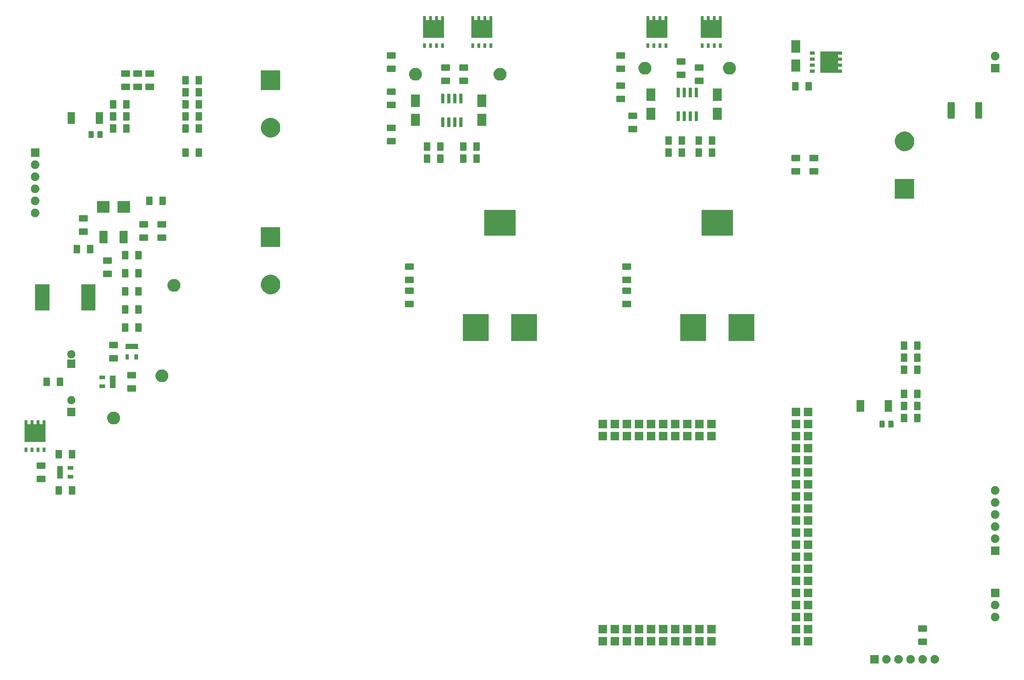
<source format=gbr>
G04 #@! TF.GenerationSoftware,KiCad,Pcbnew,5.1.5-1.fc30*
G04 #@! TF.CreationDate,2020-10-27T14:38:22-05:00*
G04 #@! TF.ProjectId,charger,63686172-6765-4722-9e6b-696361645f70,rev?*
G04 #@! TF.SameCoordinates,Original*
G04 #@! TF.FileFunction,Soldermask,Top*
G04 #@! TF.FilePolarity,Negative*
%FSLAX46Y46*%
G04 Gerber Fmt 4.6, Leading zero omitted, Abs format (unit mm)*
G04 Created by KiCad (PCBNEW 5.1.5-1.fc30) date 2020-10-27 14:38:22*
%MOMM*%
%LPD*%
G04 APERTURE LIST*
%ADD10C,0.100000*%
G04 APERTURE END LIST*
D10*
G36*
X226173512Y-156583927D02*
G01*
X226322812Y-156613624D01*
X226486784Y-156681544D01*
X226634354Y-156780147D01*
X226759853Y-156905646D01*
X226858456Y-157053216D01*
X226926376Y-157217188D01*
X226961000Y-157391259D01*
X226961000Y-157568741D01*
X226926376Y-157742812D01*
X226858456Y-157906784D01*
X226759853Y-158054354D01*
X226634354Y-158179853D01*
X226486784Y-158278456D01*
X226322812Y-158346376D01*
X226173512Y-158376073D01*
X226148742Y-158381000D01*
X225971258Y-158381000D01*
X225946488Y-158376073D01*
X225797188Y-158346376D01*
X225633216Y-158278456D01*
X225485646Y-158179853D01*
X225360147Y-158054354D01*
X225261544Y-157906784D01*
X225193624Y-157742812D01*
X225159000Y-157568741D01*
X225159000Y-157391259D01*
X225193624Y-157217188D01*
X225261544Y-157053216D01*
X225360147Y-156905646D01*
X225485646Y-156780147D01*
X225633216Y-156681544D01*
X225797188Y-156613624D01*
X225946488Y-156583927D01*
X225971258Y-156579000D01*
X226148742Y-156579000D01*
X226173512Y-156583927D01*
G37*
G36*
X216013512Y-156583927D02*
G01*
X216162812Y-156613624D01*
X216326784Y-156681544D01*
X216474354Y-156780147D01*
X216599853Y-156905646D01*
X216698456Y-157053216D01*
X216766376Y-157217188D01*
X216801000Y-157391259D01*
X216801000Y-157568741D01*
X216766376Y-157742812D01*
X216698456Y-157906784D01*
X216599853Y-158054354D01*
X216474354Y-158179853D01*
X216326784Y-158278456D01*
X216162812Y-158346376D01*
X216013512Y-158376073D01*
X215988742Y-158381000D01*
X215811258Y-158381000D01*
X215786488Y-158376073D01*
X215637188Y-158346376D01*
X215473216Y-158278456D01*
X215325646Y-158179853D01*
X215200147Y-158054354D01*
X215101544Y-157906784D01*
X215033624Y-157742812D01*
X214999000Y-157568741D01*
X214999000Y-157391259D01*
X215033624Y-157217188D01*
X215101544Y-157053216D01*
X215200147Y-156905646D01*
X215325646Y-156780147D01*
X215473216Y-156681544D01*
X215637188Y-156613624D01*
X215786488Y-156583927D01*
X215811258Y-156579000D01*
X215988742Y-156579000D01*
X216013512Y-156583927D01*
G37*
G36*
X214261000Y-158381000D02*
G01*
X212459000Y-158381000D01*
X212459000Y-156579000D01*
X214261000Y-156579000D01*
X214261000Y-158381000D01*
G37*
G36*
X218553512Y-156583927D02*
G01*
X218702812Y-156613624D01*
X218866784Y-156681544D01*
X219014354Y-156780147D01*
X219139853Y-156905646D01*
X219238456Y-157053216D01*
X219306376Y-157217188D01*
X219341000Y-157391259D01*
X219341000Y-157568741D01*
X219306376Y-157742812D01*
X219238456Y-157906784D01*
X219139853Y-158054354D01*
X219014354Y-158179853D01*
X218866784Y-158278456D01*
X218702812Y-158346376D01*
X218553512Y-158376073D01*
X218528742Y-158381000D01*
X218351258Y-158381000D01*
X218326488Y-158376073D01*
X218177188Y-158346376D01*
X218013216Y-158278456D01*
X217865646Y-158179853D01*
X217740147Y-158054354D01*
X217641544Y-157906784D01*
X217573624Y-157742812D01*
X217539000Y-157568741D01*
X217539000Y-157391259D01*
X217573624Y-157217188D01*
X217641544Y-157053216D01*
X217740147Y-156905646D01*
X217865646Y-156780147D01*
X218013216Y-156681544D01*
X218177188Y-156613624D01*
X218326488Y-156583927D01*
X218351258Y-156579000D01*
X218528742Y-156579000D01*
X218553512Y-156583927D01*
G37*
G36*
X223633512Y-156583927D02*
G01*
X223782812Y-156613624D01*
X223946784Y-156681544D01*
X224094354Y-156780147D01*
X224219853Y-156905646D01*
X224318456Y-157053216D01*
X224386376Y-157217188D01*
X224421000Y-157391259D01*
X224421000Y-157568741D01*
X224386376Y-157742812D01*
X224318456Y-157906784D01*
X224219853Y-158054354D01*
X224094354Y-158179853D01*
X223946784Y-158278456D01*
X223782812Y-158346376D01*
X223633512Y-158376073D01*
X223608742Y-158381000D01*
X223431258Y-158381000D01*
X223406488Y-158376073D01*
X223257188Y-158346376D01*
X223093216Y-158278456D01*
X222945646Y-158179853D01*
X222820147Y-158054354D01*
X222721544Y-157906784D01*
X222653624Y-157742812D01*
X222619000Y-157568741D01*
X222619000Y-157391259D01*
X222653624Y-157217188D01*
X222721544Y-157053216D01*
X222820147Y-156905646D01*
X222945646Y-156780147D01*
X223093216Y-156681544D01*
X223257188Y-156613624D01*
X223406488Y-156583927D01*
X223431258Y-156579000D01*
X223608742Y-156579000D01*
X223633512Y-156583927D01*
G37*
G36*
X221093512Y-156583927D02*
G01*
X221242812Y-156613624D01*
X221406784Y-156681544D01*
X221554354Y-156780147D01*
X221679853Y-156905646D01*
X221778456Y-157053216D01*
X221846376Y-157217188D01*
X221881000Y-157391259D01*
X221881000Y-157568741D01*
X221846376Y-157742812D01*
X221778456Y-157906784D01*
X221679853Y-158054354D01*
X221554354Y-158179853D01*
X221406784Y-158278456D01*
X221242812Y-158346376D01*
X221093512Y-158376073D01*
X221068742Y-158381000D01*
X220891258Y-158381000D01*
X220866488Y-158376073D01*
X220717188Y-158346376D01*
X220553216Y-158278456D01*
X220405646Y-158179853D01*
X220280147Y-158054354D01*
X220181544Y-157906784D01*
X220113624Y-157742812D01*
X220079000Y-157568741D01*
X220079000Y-157391259D01*
X220113624Y-157217188D01*
X220181544Y-157053216D01*
X220280147Y-156905646D01*
X220405646Y-156780147D01*
X220553216Y-156681544D01*
X220717188Y-156613624D01*
X220866488Y-156583927D01*
X220891258Y-156579000D01*
X221068742Y-156579000D01*
X221093512Y-156583927D01*
G37*
G36*
X200291000Y-154571000D02*
G01*
X198489000Y-154571000D01*
X198489000Y-152769000D01*
X200291000Y-152769000D01*
X200291000Y-154571000D01*
G37*
G36*
X167271000Y-154571000D02*
G01*
X165469000Y-154571000D01*
X165469000Y-152769000D01*
X167271000Y-152769000D01*
X167271000Y-154571000D01*
G37*
G36*
X179971000Y-154571000D02*
G01*
X178169000Y-154571000D01*
X178169000Y-152769000D01*
X179971000Y-152769000D01*
X179971000Y-154571000D01*
G37*
G36*
X169811000Y-154571000D02*
G01*
X168009000Y-154571000D01*
X168009000Y-152769000D01*
X169811000Y-152769000D01*
X169811000Y-154571000D01*
G37*
G36*
X164731000Y-154571000D02*
G01*
X162929000Y-154571000D01*
X162929000Y-152769000D01*
X164731000Y-152769000D01*
X164731000Y-154571000D01*
G37*
G36*
X162191000Y-154571000D02*
G01*
X160389000Y-154571000D01*
X160389000Y-152769000D01*
X162191000Y-152769000D01*
X162191000Y-154571000D01*
G37*
G36*
X159651000Y-154571000D02*
G01*
X157849000Y-154571000D01*
X157849000Y-152769000D01*
X159651000Y-152769000D01*
X159651000Y-154571000D01*
G37*
G36*
X157111000Y-154571000D02*
G01*
X155309000Y-154571000D01*
X155309000Y-152769000D01*
X157111000Y-152769000D01*
X157111000Y-154571000D01*
G37*
G36*
X177431000Y-154571000D02*
G01*
X175629000Y-154571000D01*
X175629000Y-152769000D01*
X177431000Y-152769000D01*
X177431000Y-154571000D01*
G37*
G36*
X197751000Y-154571000D02*
G01*
X195949000Y-154571000D01*
X195949000Y-152769000D01*
X197751000Y-152769000D01*
X197751000Y-154571000D01*
G37*
G36*
X174891000Y-154571000D02*
G01*
X173089000Y-154571000D01*
X173089000Y-152769000D01*
X174891000Y-152769000D01*
X174891000Y-154571000D01*
G37*
G36*
X172351000Y-154571000D02*
G01*
X170549000Y-154571000D01*
X170549000Y-152769000D01*
X172351000Y-152769000D01*
X172351000Y-154571000D01*
G37*
G36*
X224288604Y-153128347D02*
G01*
X224325144Y-153139432D01*
X224358821Y-153157433D01*
X224388341Y-153181659D01*
X224412567Y-153211179D01*
X224430568Y-153244856D01*
X224441653Y-153281396D01*
X224446000Y-153325538D01*
X224446000Y-154274462D01*
X224441653Y-154318604D01*
X224430568Y-154355144D01*
X224412567Y-154388821D01*
X224388341Y-154418341D01*
X224358821Y-154442567D01*
X224325144Y-154460568D01*
X224288604Y-154471653D01*
X224244462Y-154476000D01*
X222795538Y-154476000D01*
X222751396Y-154471653D01*
X222714856Y-154460568D01*
X222681179Y-154442567D01*
X222651659Y-154418341D01*
X222627433Y-154388821D01*
X222609432Y-154355144D01*
X222598347Y-154318604D01*
X222594000Y-154274462D01*
X222594000Y-153325538D01*
X222598347Y-153281396D01*
X222609432Y-153244856D01*
X222627433Y-153211179D01*
X222651659Y-153181659D01*
X222681179Y-153157433D01*
X222714856Y-153139432D01*
X222751396Y-153128347D01*
X222795538Y-153124000D01*
X224244462Y-153124000D01*
X224288604Y-153128347D01*
G37*
G36*
X167271000Y-152031000D02*
G01*
X165469000Y-152031000D01*
X165469000Y-150229000D01*
X167271000Y-150229000D01*
X167271000Y-152031000D01*
G37*
G36*
X164731000Y-152031000D02*
G01*
X162929000Y-152031000D01*
X162929000Y-150229000D01*
X164731000Y-150229000D01*
X164731000Y-152031000D01*
G37*
G36*
X162191000Y-152031000D02*
G01*
X160389000Y-152031000D01*
X160389000Y-150229000D01*
X162191000Y-150229000D01*
X162191000Y-152031000D01*
G37*
G36*
X159651000Y-152031000D02*
G01*
X157849000Y-152031000D01*
X157849000Y-150229000D01*
X159651000Y-150229000D01*
X159651000Y-152031000D01*
G37*
G36*
X157111000Y-152031000D02*
G01*
X155309000Y-152031000D01*
X155309000Y-150229000D01*
X157111000Y-150229000D01*
X157111000Y-152031000D01*
G37*
G36*
X200291000Y-152031000D02*
G01*
X198489000Y-152031000D01*
X198489000Y-150229000D01*
X200291000Y-150229000D01*
X200291000Y-152031000D01*
G37*
G36*
X174891000Y-152031000D02*
G01*
X173089000Y-152031000D01*
X173089000Y-150229000D01*
X174891000Y-150229000D01*
X174891000Y-152031000D01*
G37*
G36*
X172351000Y-152031000D02*
G01*
X170549000Y-152031000D01*
X170549000Y-150229000D01*
X172351000Y-150229000D01*
X172351000Y-152031000D01*
G37*
G36*
X169811000Y-152031000D02*
G01*
X168009000Y-152031000D01*
X168009000Y-150229000D01*
X169811000Y-150229000D01*
X169811000Y-152031000D01*
G37*
G36*
X177431000Y-152031000D02*
G01*
X175629000Y-152031000D01*
X175629000Y-150229000D01*
X177431000Y-150229000D01*
X177431000Y-152031000D01*
G37*
G36*
X179971000Y-152031000D02*
G01*
X178169000Y-152031000D01*
X178169000Y-150229000D01*
X179971000Y-150229000D01*
X179971000Y-152031000D01*
G37*
G36*
X197751000Y-152031000D02*
G01*
X195949000Y-152031000D01*
X195949000Y-150229000D01*
X197751000Y-150229000D01*
X197751000Y-152031000D01*
G37*
G36*
X224288604Y-150328347D02*
G01*
X224325144Y-150339432D01*
X224358821Y-150357433D01*
X224388341Y-150381659D01*
X224412567Y-150411179D01*
X224430568Y-150444856D01*
X224441653Y-150481396D01*
X224446000Y-150525538D01*
X224446000Y-151474462D01*
X224441653Y-151518604D01*
X224430568Y-151555144D01*
X224412567Y-151588821D01*
X224388341Y-151618341D01*
X224358821Y-151642567D01*
X224325144Y-151660568D01*
X224288604Y-151671653D01*
X224244462Y-151676000D01*
X222795538Y-151676000D01*
X222751396Y-151671653D01*
X222714856Y-151660568D01*
X222681179Y-151642567D01*
X222651659Y-151618341D01*
X222627433Y-151588821D01*
X222609432Y-151555144D01*
X222598347Y-151518604D01*
X222594000Y-151474462D01*
X222594000Y-150525538D01*
X222598347Y-150481396D01*
X222609432Y-150444856D01*
X222627433Y-150411179D01*
X222651659Y-150381659D01*
X222681179Y-150357433D01*
X222714856Y-150339432D01*
X222751396Y-150328347D01*
X222795538Y-150324000D01*
X224244462Y-150324000D01*
X224288604Y-150328347D01*
G37*
G36*
X238873512Y-147693927D02*
G01*
X239022812Y-147723624D01*
X239186784Y-147791544D01*
X239334354Y-147890147D01*
X239459853Y-148015646D01*
X239558456Y-148163216D01*
X239626376Y-148327188D01*
X239661000Y-148501259D01*
X239661000Y-148678741D01*
X239626376Y-148852812D01*
X239558456Y-149016784D01*
X239459853Y-149164354D01*
X239334354Y-149289853D01*
X239186784Y-149388456D01*
X239022812Y-149456376D01*
X238873512Y-149486073D01*
X238848742Y-149491000D01*
X238671258Y-149491000D01*
X238646488Y-149486073D01*
X238497188Y-149456376D01*
X238333216Y-149388456D01*
X238185646Y-149289853D01*
X238060147Y-149164354D01*
X237961544Y-149016784D01*
X237893624Y-148852812D01*
X237859000Y-148678741D01*
X237859000Y-148501259D01*
X237893624Y-148327188D01*
X237961544Y-148163216D01*
X238060147Y-148015646D01*
X238185646Y-147890147D01*
X238333216Y-147791544D01*
X238497188Y-147723624D01*
X238646488Y-147693927D01*
X238671258Y-147689000D01*
X238848742Y-147689000D01*
X238873512Y-147693927D01*
G37*
G36*
X200291000Y-149491000D02*
G01*
X198489000Y-149491000D01*
X198489000Y-147689000D01*
X200291000Y-147689000D01*
X200291000Y-149491000D01*
G37*
G36*
X197751000Y-149491000D02*
G01*
X195949000Y-149491000D01*
X195949000Y-147689000D01*
X197751000Y-147689000D01*
X197751000Y-149491000D01*
G37*
G36*
X200291000Y-146951000D02*
G01*
X198489000Y-146951000D01*
X198489000Y-145149000D01*
X200291000Y-145149000D01*
X200291000Y-146951000D01*
G37*
G36*
X238873512Y-145153927D02*
G01*
X239022812Y-145183624D01*
X239186784Y-145251544D01*
X239334354Y-145350147D01*
X239459853Y-145475646D01*
X239558456Y-145623216D01*
X239626376Y-145787188D01*
X239661000Y-145961259D01*
X239661000Y-146138741D01*
X239626376Y-146312812D01*
X239558456Y-146476784D01*
X239459853Y-146624354D01*
X239334354Y-146749853D01*
X239186784Y-146848456D01*
X239022812Y-146916376D01*
X238873512Y-146946073D01*
X238848742Y-146951000D01*
X238671258Y-146951000D01*
X238646488Y-146946073D01*
X238497188Y-146916376D01*
X238333216Y-146848456D01*
X238185646Y-146749853D01*
X238060147Y-146624354D01*
X237961544Y-146476784D01*
X237893624Y-146312812D01*
X237859000Y-146138741D01*
X237859000Y-145961259D01*
X237893624Y-145787188D01*
X237961544Y-145623216D01*
X238060147Y-145475646D01*
X238185646Y-145350147D01*
X238333216Y-145251544D01*
X238497188Y-145183624D01*
X238646488Y-145153927D01*
X238671258Y-145149000D01*
X238848742Y-145149000D01*
X238873512Y-145153927D01*
G37*
G36*
X197751000Y-146951000D02*
G01*
X195949000Y-146951000D01*
X195949000Y-145149000D01*
X197751000Y-145149000D01*
X197751000Y-146951000D01*
G37*
G36*
X197751000Y-144411000D02*
G01*
X195949000Y-144411000D01*
X195949000Y-142609000D01*
X197751000Y-142609000D01*
X197751000Y-144411000D01*
G37*
G36*
X200291000Y-144411000D02*
G01*
X198489000Y-144411000D01*
X198489000Y-142609000D01*
X200291000Y-142609000D01*
X200291000Y-144411000D01*
G37*
G36*
X239661000Y-144411000D02*
G01*
X237859000Y-144411000D01*
X237859000Y-142609000D01*
X239661000Y-142609000D01*
X239661000Y-144411000D01*
G37*
G36*
X200291000Y-141871000D02*
G01*
X198489000Y-141871000D01*
X198489000Y-140069000D01*
X200291000Y-140069000D01*
X200291000Y-141871000D01*
G37*
G36*
X197751000Y-141871000D02*
G01*
X195949000Y-141871000D01*
X195949000Y-140069000D01*
X197751000Y-140069000D01*
X197751000Y-141871000D01*
G37*
G36*
X200291000Y-139331000D02*
G01*
X198489000Y-139331000D01*
X198489000Y-137529000D01*
X200291000Y-137529000D01*
X200291000Y-139331000D01*
G37*
G36*
X197751000Y-139331000D02*
G01*
X195949000Y-139331000D01*
X195949000Y-137529000D01*
X197751000Y-137529000D01*
X197751000Y-139331000D01*
G37*
G36*
X200291000Y-136791000D02*
G01*
X198489000Y-136791000D01*
X198489000Y-134989000D01*
X200291000Y-134989000D01*
X200291000Y-136791000D01*
G37*
G36*
X197751000Y-136791000D02*
G01*
X195949000Y-136791000D01*
X195949000Y-134989000D01*
X197751000Y-134989000D01*
X197751000Y-136791000D01*
G37*
G36*
X239661000Y-135521000D02*
G01*
X237859000Y-135521000D01*
X237859000Y-133719000D01*
X239661000Y-133719000D01*
X239661000Y-135521000D01*
G37*
G36*
X200291000Y-134251000D02*
G01*
X198489000Y-134251000D01*
X198489000Y-132449000D01*
X200291000Y-132449000D01*
X200291000Y-134251000D01*
G37*
G36*
X197751000Y-134251000D02*
G01*
X195949000Y-134251000D01*
X195949000Y-132449000D01*
X197751000Y-132449000D01*
X197751000Y-134251000D01*
G37*
G36*
X238873512Y-131183927D02*
G01*
X239022812Y-131213624D01*
X239186784Y-131281544D01*
X239334354Y-131380147D01*
X239459853Y-131505646D01*
X239558456Y-131653216D01*
X239626376Y-131817188D01*
X239661000Y-131991259D01*
X239661000Y-132168741D01*
X239626376Y-132342812D01*
X239558456Y-132506784D01*
X239459853Y-132654354D01*
X239334354Y-132779853D01*
X239186784Y-132878456D01*
X239022812Y-132946376D01*
X238873512Y-132976073D01*
X238848742Y-132981000D01*
X238671258Y-132981000D01*
X238646488Y-132976073D01*
X238497188Y-132946376D01*
X238333216Y-132878456D01*
X238185646Y-132779853D01*
X238060147Y-132654354D01*
X237961544Y-132506784D01*
X237893624Y-132342812D01*
X237859000Y-132168741D01*
X237859000Y-131991259D01*
X237893624Y-131817188D01*
X237961544Y-131653216D01*
X238060147Y-131505646D01*
X238185646Y-131380147D01*
X238333216Y-131281544D01*
X238497188Y-131213624D01*
X238646488Y-131183927D01*
X238671258Y-131179000D01*
X238848742Y-131179000D01*
X238873512Y-131183927D01*
G37*
G36*
X200291000Y-131711000D02*
G01*
X198489000Y-131711000D01*
X198489000Y-129909000D01*
X200291000Y-129909000D01*
X200291000Y-131711000D01*
G37*
G36*
X197751000Y-131711000D02*
G01*
X195949000Y-131711000D01*
X195949000Y-129909000D01*
X197751000Y-129909000D01*
X197751000Y-131711000D01*
G37*
G36*
X238873512Y-128643927D02*
G01*
X239022812Y-128673624D01*
X239186784Y-128741544D01*
X239334354Y-128840147D01*
X239459853Y-128965646D01*
X239558456Y-129113216D01*
X239626376Y-129277188D01*
X239661000Y-129451259D01*
X239661000Y-129628741D01*
X239626376Y-129802812D01*
X239558456Y-129966784D01*
X239459853Y-130114354D01*
X239334354Y-130239853D01*
X239186784Y-130338456D01*
X239022812Y-130406376D01*
X238873512Y-130436073D01*
X238848742Y-130441000D01*
X238671258Y-130441000D01*
X238646488Y-130436073D01*
X238497188Y-130406376D01*
X238333216Y-130338456D01*
X238185646Y-130239853D01*
X238060147Y-130114354D01*
X237961544Y-129966784D01*
X237893624Y-129802812D01*
X237859000Y-129628741D01*
X237859000Y-129451259D01*
X237893624Y-129277188D01*
X237961544Y-129113216D01*
X238060147Y-128965646D01*
X238185646Y-128840147D01*
X238333216Y-128741544D01*
X238497188Y-128673624D01*
X238646488Y-128643927D01*
X238671258Y-128639000D01*
X238848742Y-128639000D01*
X238873512Y-128643927D01*
G37*
G36*
X200291000Y-129171000D02*
G01*
X198489000Y-129171000D01*
X198489000Y-127369000D01*
X200291000Y-127369000D01*
X200291000Y-129171000D01*
G37*
G36*
X197751000Y-129171000D02*
G01*
X195949000Y-129171000D01*
X195949000Y-127369000D01*
X197751000Y-127369000D01*
X197751000Y-129171000D01*
G37*
G36*
X238873512Y-126103927D02*
G01*
X239022812Y-126133624D01*
X239186784Y-126201544D01*
X239334354Y-126300147D01*
X239459853Y-126425646D01*
X239558456Y-126573216D01*
X239626376Y-126737188D01*
X239661000Y-126911259D01*
X239661000Y-127088741D01*
X239626376Y-127262812D01*
X239558456Y-127426784D01*
X239459853Y-127574354D01*
X239334354Y-127699853D01*
X239186784Y-127798456D01*
X239022812Y-127866376D01*
X238873512Y-127896073D01*
X238848742Y-127901000D01*
X238671258Y-127901000D01*
X238646488Y-127896073D01*
X238497188Y-127866376D01*
X238333216Y-127798456D01*
X238185646Y-127699853D01*
X238060147Y-127574354D01*
X237961544Y-127426784D01*
X237893624Y-127262812D01*
X237859000Y-127088741D01*
X237859000Y-126911259D01*
X237893624Y-126737188D01*
X237961544Y-126573216D01*
X238060147Y-126425646D01*
X238185646Y-126300147D01*
X238333216Y-126201544D01*
X238497188Y-126133624D01*
X238646488Y-126103927D01*
X238671258Y-126099000D01*
X238848742Y-126099000D01*
X238873512Y-126103927D01*
G37*
G36*
X200291000Y-126631000D02*
G01*
X198489000Y-126631000D01*
X198489000Y-124829000D01*
X200291000Y-124829000D01*
X200291000Y-126631000D01*
G37*
G36*
X197751000Y-126631000D02*
G01*
X195949000Y-126631000D01*
X195949000Y-124829000D01*
X197751000Y-124829000D01*
X197751000Y-126631000D01*
G37*
G36*
X238873512Y-123563927D02*
G01*
X239022812Y-123593624D01*
X239186784Y-123661544D01*
X239334354Y-123760147D01*
X239459853Y-123885646D01*
X239558456Y-124033216D01*
X239626376Y-124197188D01*
X239661000Y-124371259D01*
X239661000Y-124548741D01*
X239626376Y-124722812D01*
X239558456Y-124886784D01*
X239459853Y-125034354D01*
X239334354Y-125159853D01*
X239186784Y-125258456D01*
X239022812Y-125326376D01*
X238873512Y-125356073D01*
X238848742Y-125361000D01*
X238671258Y-125361000D01*
X238646488Y-125356073D01*
X238497188Y-125326376D01*
X238333216Y-125258456D01*
X238185646Y-125159853D01*
X238060147Y-125034354D01*
X237961544Y-124886784D01*
X237893624Y-124722812D01*
X237859000Y-124548741D01*
X237859000Y-124371259D01*
X237893624Y-124197188D01*
X237961544Y-124033216D01*
X238060147Y-123885646D01*
X238185646Y-123760147D01*
X238333216Y-123661544D01*
X238497188Y-123593624D01*
X238646488Y-123563927D01*
X238671258Y-123559000D01*
X238848742Y-123559000D01*
X238873512Y-123563927D01*
G37*
G36*
X200291000Y-124091000D02*
G01*
X198489000Y-124091000D01*
X198489000Y-122289000D01*
X200291000Y-122289000D01*
X200291000Y-124091000D01*
G37*
G36*
X197751000Y-124091000D02*
G01*
X195949000Y-124091000D01*
X195949000Y-122289000D01*
X197751000Y-122289000D01*
X197751000Y-124091000D01*
G37*
G36*
X45098604Y-120998347D02*
G01*
X45135144Y-121009432D01*
X45168821Y-121027433D01*
X45198341Y-121051659D01*
X45222567Y-121081179D01*
X45240568Y-121114856D01*
X45251653Y-121151396D01*
X45256000Y-121195538D01*
X45256000Y-122644462D01*
X45251653Y-122688604D01*
X45240568Y-122725144D01*
X45222567Y-122758821D01*
X45198341Y-122788341D01*
X45168821Y-122812567D01*
X45135144Y-122830568D01*
X45098604Y-122841653D01*
X45054462Y-122846000D01*
X44105538Y-122846000D01*
X44061396Y-122841653D01*
X44024856Y-122830568D01*
X43991179Y-122812567D01*
X43961659Y-122788341D01*
X43937433Y-122758821D01*
X43919432Y-122725144D01*
X43908347Y-122688604D01*
X43904000Y-122644462D01*
X43904000Y-121195538D01*
X43908347Y-121151396D01*
X43919432Y-121114856D01*
X43937433Y-121081179D01*
X43961659Y-121051659D01*
X43991179Y-121027433D01*
X44024856Y-121009432D01*
X44061396Y-120998347D01*
X44105538Y-120994000D01*
X45054462Y-120994000D01*
X45098604Y-120998347D01*
G37*
G36*
X42298604Y-120998347D02*
G01*
X42335144Y-121009432D01*
X42368821Y-121027433D01*
X42398341Y-121051659D01*
X42422567Y-121081179D01*
X42440568Y-121114856D01*
X42451653Y-121151396D01*
X42456000Y-121195538D01*
X42456000Y-122644462D01*
X42451653Y-122688604D01*
X42440568Y-122725144D01*
X42422567Y-122758821D01*
X42398341Y-122788341D01*
X42368821Y-122812567D01*
X42335144Y-122830568D01*
X42298604Y-122841653D01*
X42254462Y-122846000D01*
X41305538Y-122846000D01*
X41261396Y-122841653D01*
X41224856Y-122830568D01*
X41191179Y-122812567D01*
X41161659Y-122788341D01*
X41137433Y-122758821D01*
X41119432Y-122725144D01*
X41108347Y-122688604D01*
X41104000Y-122644462D01*
X41104000Y-121195538D01*
X41108347Y-121151396D01*
X41119432Y-121114856D01*
X41137433Y-121081179D01*
X41161659Y-121051659D01*
X41191179Y-121027433D01*
X41224856Y-121009432D01*
X41261396Y-120998347D01*
X41305538Y-120994000D01*
X42254462Y-120994000D01*
X42298604Y-120998347D01*
G37*
G36*
X238873512Y-121023927D02*
G01*
X239022812Y-121053624D01*
X239186784Y-121121544D01*
X239334354Y-121220147D01*
X239459853Y-121345646D01*
X239558456Y-121493216D01*
X239626376Y-121657188D01*
X239661000Y-121831259D01*
X239661000Y-122008741D01*
X239626376Y-122182812D01*
X239558456Y-122346784D01*
X239459853Y-122494354D01*
X239334354Y-122619853D01*
X239186784Y-122718456D01*
X239022812Y-122786376D01*
X238873512Y-122816073D01*
X238848742Y-122821000D01*
X238671258Y-122821000D01*
X238646488Y-122816073D01*
X238497188Y-122786376D01*
X238333216Y-122718456D01*
X238185646Y-122619853D01*
X238060147Y-122494354D01*
X237961544Y-122346784D01*
X237893624Y-122182812D01*
X237859000Y-122008741D01*
X237859000Y-121831259D01*
X237893624Y-121657188D01*
X237961544Y-121493216D01*
X238060147Y-121345646D01*
X238185646Y-121220147D01*
X238333216Y-121121544D01*
X238497188Y-121053624D01*
X238646488Y-121023927D01*
X238671258Y-121019000D01*
X238848742Y-121019000D01*
X238873512Y-121023927D01*
G37*
G36*
X200291000Y-121551000D02*
G01*
X198489000Y-121551000D01*
X198489000Y-119749000D01*
X200291000Y-119749000D01*
X200291000Y-121551000D01*
G37*
G36*
X197751000Y-121551000D02*
G01*
X195949000Y-121551000D01*
X195949000Y-119749000D01*
X197751000Y-119749000D01*
X197751000Y-121551000D01*
G37*
G36*
X38868604Y-118838347D02*
G01*
X38905144Y-118849432D01*
X38938821Y-118867433D01*
X38968341Y-118891659D01*
X38992567Y-118921179D01*
X39010568Y-118954856D01*
X39021653Y-118991396D01*
X39026000Y-119035538D01*
X39026000Y-119984462D01*
X39021653Y-120028604D01*
X39010568Y-120065144D01*
X38992567Y-120098821D01*
X38968341Y-120128341D01*
X38938821Y-120152567D01*
X38905144Y-120170568D01*
X38868604Y-120181653D01*
X38824462Y-120186000D01*
X37375538Y-120186000D01*
X37331396Y-120181653D01*
X37294856Y-120170568D01*
X37261179Y-120152567D01*
X37231659Y-120128341D01*
X37207433Y-120098821D01*
X37189432Y-120065144D01*
X37178347Y-120028604D01*
X37174000Y-119984462D01*
X37174000Y-119035538D01*
X37178347Y-118991396D01*
X37189432Y-118954856D01*
X37207433Y-118921179D01*
X37231659Y-118891659D01*
X37261179Y-118867433D01*
X37294856Y-118849432D01*
X37331396Y-118838347D01*
X37375538Y-118834000D01*
X38824462Y-118834000D01*
X38868604Y-118838347D01*
G37*
G36*
X44861000Y-119436000D02*
G01*
X43699000Y-119436000D01*
X43699000Y-118684000D01*
X44861000Y-118684000D01*
X44861000Y-119436000D01*
G37*
G36*
X42661000Y-119436000D02*
G01*
X41499000Y-119436000D01*
X41499000Y-116784000D01*
X42661000Y-116784000D01*
X42661000Y-119436000D01*
G37*
G36*
X197751000Y-119011000D02*
G01*
X195949000Y-119011000D01*
X195949000Y-117209000D01*
X197751000Y-117209000D01*
X197751000Y-119011000D01*
G37*
G36*
X200291000Y-119011000D02*
G01*
X198489000Y-119011000D01*
X198489000Y-117209000D01*
X200291000Y-117209000D01*
X200291000Y-119011000D01*
G37*
G36*
X44861000Y-117536000D02*
G01*
X43699000Y-117536000D01*
X43699000Y-116784000D01*
X44861000Y-116784000D01*
X44861000Y-117536000D01*
G37*
G36*
X38868604Y-116038347D02*
G01*
X38905144Y-116049432D01*
X38938821Y-116067433D01*
X38968341Y-116091659D01*
X38992567Y-116121179D01*
X39010568Y-116154856D01*
X39021653Y-116191396D01*
X39026000Y-116235538D01*
X39026000Y-117184462D01*
X39021653Y-117228604D01*
X39010568Y-117265144D01*
X38992567Y-117298821D01*
X38968341Y-117328341D01*
X38938821Y-117352567D01*
X38905144Y-117370568D01*
X38868604Y-117381653D01*
X38824462Y-117386000D01*
X37375538Y-117386000D01*
X37331396Y-117381653D01*
X37294856Y-117370568D01*
X37261179Y-117352567D01*
X37231659Y-117328341D01*
X37207433Y-117298821D01*
X37189432Y-117265144D01*
X37178347Y-117228604D01*
X37174000Y-117184462D01*
X37174000Y-116235538D01*
X37178347Y-116191396D01*
X37189432Y-116154856D01*
X37207433Y-116121179D01*
X37231659Y-116091659D01*
X37261179Y-116067433D01*
X37294856Y-116049432D01*
X37331396Y-116038347D01*
X37375538Y-116034000D01*
X38824462Y-116034000D01*
X38868604Y-116038347D01*
G37*
G36*
X197751000Y-116471000D02*
G01*
X195949000Y-116471000D01*
X195949000Y-114669000D01*
X197751000Y-114669000D01*
X197751000Y-116471000D01*
G37*
G36*
X200291000Y-116471000D02*
G01*
X198489000Y-116471000D01*
X198489000Y-114669000D01*
X200291000Y-114669000D01*
X200291000Y-116471000D01*
G37*
G36*
X42298604Y-113378347D02*
G01*
X42335144Y-113389432D01*
X42368821Y-113407433D01*
X42398341Y-113431659D01*
X42422567Y-113461179D01*
X42440568Y-113494856D01*
X42451653Y-113531396D01*
X42456000Y-113575538D01*
X42456000Y-115024462D01*
X42451653Y-115068604D01*
X42440568Y-115105144D01*
X42422567Y-115138821D01*
X42398341Y-115168341D01*
X42368821Y-115192567D01*
X42335144Y-115210568D01*
X42298604Y-115221653D01*
X42254462Y-115226000D01*
X41305538Y-115226000D01*
X41261396Y-115221653D01*
X41224856Y-115210568D01*
X41191179Y-115192567D01*
X41161659Y-115168341D01*
X41137433Y-115138821D01*
X41119432Y-115105144D01*
X41108347Y-115068604D01*
X41104000Y-115024462D01*
X41104000Y-113575538D01*
X41108347Y-113531396D01*
X41119432Y-113494856D01*
X41137433Y-113461179D01*
X41161659Y-113431659D01*
X41191179Y-113407433D01*
X41224856Y-113389432D01*
X41261396Y-113378347D01*
X41305538Y-113374000D01*
X42254462Y-113374000D01*
X42298604Y-113378347D01*
G37*
G36*
X45098604Y-113378347D02*
G01*
X45135144Y-113389432D01*
X45168821Y-113407433D01*
X45198341Y-113431659D01*
X45222567Y-113461179D01*
X45240568Y-113494856D01*
X45251653Y-113531396D01*
X45256000Y-113575538D01*
X45256000Y-115024462D01*
X45251653Y-115068604D01*
X45240568Y-115105144D01*
X45222567Y-115138821D01*
X45198341Y-115168341D01*
X45168821Y-115192567D01*
X45135144Y-115210568D01*
X45098604Y-115221653D01*
X45054462Y-115226000D01*
X44105538Y-115226000D01*
X44061396Y-115221653D01*
X44024856Y-115210568D01*
X43991179Y-115192567D01*
X43961659Y-115168341D01*
X43937433Y-115138821D01*
X43919432Y-115105144D01*
X43908347Y-115068604D01*
X43904000Y-115024462D01*
X43904000Y-113575538D01*
X43908347Y-113531396D01*
X43919432Y-113494856D01*
X43937433Y-113461179D01*
X43961659Y-113431659D01*
X43991179Y-113407433D01*
X44024856Y-113389432D01*
X44061396Y-113378347D01*
X44105538Y-113374000D01*
X45054462Y-113374000D01*
X45098604Y-113378347D01*
G37*
G36*
X197751000Y-113931000D02*
G01*
X195949000Y-113931000D01*
X195949000Y-112129000D01*
X197751000Y-112129000D01*
X197751000Y-113931000D01*
G37*
G36*
X200291000Y-113931000D02*
G01*
X198489000Y-113931000D01*
X198489000Y-112129000D01*
X200291000Y-112129000D01*
X200291000Y-113931000D01*
G37*
G36*
X39036000Y-113866000D02*
G01*
X38434000Y-113866000D01*
X38434000Y-112914000D01*
X39036000Y-112914000D01*
X39036000Y-113866000D01*
G37*
G36*
X35226000Y-113866000D02*
G01*
X34624000Y-113866000D01*
X34624000Y-112914000D01*
X35226000Y-112914000D01*
X35226000Y-113866000D01*
G37*
G36*
X37766000Y-113866000D02*
G01*
X37164000Y-113866000D01*
X37164000Y-112914000D01*
X37766000Y-112914000D01*
X37766000Y-113866000D01*
G37*
G36*
X36496000Y-113866000D02*
G01*
X35894000Y-113866000D01*
X35894000Y-112914000D01*
X36496000Y-112914000D01*
X36496000Y-113866000D01*
G37*
G36*
X35224999Y-107164999D02*
G01*
X35225001Y-107165001D01*
X35225605Y-107171137D01*
X35225605Y-107839396D01*
X35228007Y-107863782D01*
X35235120Y-107887231D01*
X35246671Y-107908842D01*
X35262216Y-107927784D01*
X35281158Y-107943329D01*
X35302769Y-107954880D01*
X35326218Y-107961993D01*
X35350604Y-107964395D01*
X35769396Y-107964395D01*
X35793782Y-107961993D01*
X35817231Y-107954880D01*
X35838842Y-107943329D01*
X35857784Y-107927784D01*
X35873329Y-107908842D01*
X35884880Y-107887231D01*
X35891993Y-107863782D01*
X35894395Y-107839396D01*
X35894395Y-107171137D01*
X35894999Y-107165001D01*
X35895001Y-107164999D01*
X35901137Y-107164395D01*
X36488863Y-107164395D01*
X36494999Y-107164999D01*
X36495001Y-107165001D01*
X36495605Y-107171137D01*
X36495605Y-107839396D01*
X36498007Y-107863782D01*
X36505120Y-107887231D01*
X36516671Y-107908842D01*
X36532216Y-107927784D01*
X36551158Y-107943329D01*
X36572769Y-107954880D01*
X36596218Y-107961993D01*
X36620604Y-107964395D01*
X37039396Y-107964395D01*
X37063782Y-107961993D01*
X37087231Y-107954880D01*
X37108842Y-107943329D01*
X37127784Y-107927784D01*
X37143329Y-107908842D01*
X37154880Y-107887231D01*
X37161993Y-107863782D01*
X37164395Y-107839396D01*
X37164395Y-107171137D01*
X37164999Y-107165001D01*
X37165001Y-107164999D01*
X37171137Y-107164395D01*
X37758863Y-107164395D01*
X37764999Y-107164999D01*
X37765001Y-107165001D01*
X37765605Y-107171137D01*
X37765605Y-107839396D01*
X37768007Y-107863782D01*
X37775120Y-107887231D01*
X37786671Y-107908842D01*
X37802216Y-107927784D01*
X37821158Y-107943329D01*
X37842769Y-107954880D01*
X37866218Y-107961993D01*
X37890604Y-107964395D01*
X38309396Y-107964395D01*
X38333782Y-107961993D01*
X38357231Y-107954880D01*
X38378842Y-107943329D01*
X38397784Y-107927784D01*
X38413329Y-107908842D01*
X38424880Y-107887231D01*
X38431993Y-107863782D01*
X38434395Y-107839396D01*
X38434395Y-107171137D01*
X38434999Y-107165001D01*
X38435001Y-107164999D01*
X38441137Y-107164395D01*
X39028863Y-107164395D01*
X39034999Y-107164999D01*
X39035001Y-107165001D01*
X39035605Y-107171137D01*
X39035605Y-111708863D01*
X39035001Y-111714999D01*
X39034999Y-111715001D01*
X39028863Y-111715605D01*
X34631137Y-111715605D01*
X34625001Y-111715001D01*
X34624999Y-111714999D01*
X34624395Y-111708863D01*
X34624395Y-107171137D01*
X34624999Y-107165001D01*
X34625001Y-107164999D01*
X34631137Y-107164395D01*
X35218863Y-107164395D01*
X35224999Y-107164999D01*
G37*
G36*
X177431000Y-111391000D02*
G01*
X175629000Y-111391000D01*
X175629000Y-109589000D01*
X177431000Y-109589000D01*
X177431000Y-111391000D01*
G37*
G36*
X179971000Y-111391000D02*
G01*
X178169000Y-111391000D01*
X178169000Y-109589000D01*
X179971000Y-109589000D01*
X179971000Y-111391000D01*
G37*
G36*
X197751000Y-111391000D02*
G01*
X195949000Y-111391000D01*
X195949000Y-109589000D01*
X197751000Y-109589000D01*
X197751000Y-111391000D01*
G37*
G36*
X174891000Y-111391000D02*
G01*
X173089000Y-111391000D01*
X173089000Y-109589000D01*
X174891000Y-109589000D01*
X174891000Y-111391000D01*
G37*
G36*
X159651000Y-111391000D02*
G01*
X157849000Y-111391000D01*
X157849000Y-109589000D01*
X159651000Y-109589000D01*
X159651000Y-111391000D01*
G37*
G36*
X162191000Y-111391000D02*
G01*
X160389000Y-111391000D01*
X160389000Y-109589000D01*
X162191000Y-109589000D01*
X162191000Y-111391000D01*
G37*
G36*
X164731000Y-111391000D02*
G01*
X162929000Y-111391000D01*
X162929000Y-109589000D01*
X164731000Y-109589000D01*
X164731000Y-111391000D01*
G37*
G36*
X167271000Y-111391000D02*
G01*
X165469000Y-111391000D01*
X165469000Y-109589000D01*
X167271000Y-109589000D01*
X167271000Y-111391000D01*
G37*
G36*
X200291000Y-111391000D02*
G01*
X198489000Y-111391000D01*
X198489000Y-109589000D01*
X200291000Y-109589000D01*
X200291000Y-111391000D01*
G37*
G36*
X169811000Y-111391000D02*
G01*
X168009000Y-111391000D01*
X168009000Y-109589000D01*
X169811000Y-109589000D01*
X169811000Y-111391000D01*
G37*
G36*
X172351000Y-111391000D02*
G01*
X170549000Y-111391000D01*
X170549000Y-109589000D01*
X172351000Y-109589000D01*
X172351000Y-111391000D01*
G37*
G36*
X157111000Y-111391000D02*
G01*
X155309000Y-111391000D01*
X155309000Y-109589000D01*
X157111000Y-109589000D01*
X157111000Y-111391000D01*
G37*
G36*
X174891000Y-108851000D02*
G01*
X173089000Y-108851000D01*
X173089000Y-107049000D01*
X174891000Y-107049000D01*
X174891000Y-108851000D01*
G37*
G36*
X164731000Y-108851000D02*
G01*
X162929000Y-108851000D01*
X162929000Y-107049000D01*
X164731000Y-107049000D01*
X164731000Y-108851000D01*
G37*
G36*
X162191000Y-108851000D02*
G01*
X160389000Y-108851000D01*
X160389000Y-107049000D01*
X162191000Y-107049000D01*
X162191000Y-108851000D01*
G37*
G36*
X159651000Y-108851000D02*
G01*
X157849000Y-108851000D01*
X157849000Y-107049000D01*
X159651000Y-107049000D01*
X159651000Y-108851000D01*
G37*
G36*
X157111000Y-108851000D02*
G01*
X155309000Y-108851000D01*
X155309000Y-107049000D01*
X157111000Y-107049000D01*
X157111000Y-108851000D01*
G37*
G36*
X167271000Y-108851000D02*
G01*
X165469000Y-108851000D01*
X165469000Y-107049000D01*
X167271000Y-107049000D01*
X167271000Y-108851000D01*
G37*
G36*
X169811000Y-108851000D02*
G01*
X168009000Y-108851000D01*
X168009000Y-107049000D01*
X169811000Y-107049000D01*
X169811000Y-108851000D01*
G37*
G36*
X200291000Y-108851000D02*
G01*
X198489000Y-108851000D01*
X198489000Y-107049000D01*
X200291000Y-107049000D01*
X200291000Y-108851000D01*
G37*
G36*
X179971000Y-108851000D02*
G01*
X178169000Y-108851000D01*
X178169000Y-107049000D01*
X179971000Y-107049000D01*
X179971000Y-108851000D01*
G37*
G36*
X172351000Y-108851000D02*
G01*
X170549000Y-108851000D01*
X170549000Y-107049000D01*
X172351000Y-107049000D01*
X172351000Y-108851000D01*
G37*
G36*
X197751000Y-108851000D02*
G01*
X195949000Y-108851000D01*
X195949000Y-107049000D01*
X197751000Y-107049000D01*
X197751000Y-108851000D01*
G37*
G36*
X177431000Y-108851000D02*
G01*
X175629000Y-108851000D01*
X175629000Y-107049000D01*
X177431000Y-107049000D01*
X177431000Y-108851000D01*
G37*
G36*
X215334468Y-107203565D02*
G01*
X215373138Y-107215296D01*
X215408777Y-107234346D01*
X215440017Y-107259983D01*
X215465654Y-107291223D01*
X215484704Y-107326862D01*
X215496435Y-107365532D01*
X215501000Y-107411888D01*
X215501000Y-108488112D01*
X215496435Y-108534468D01*
X215484704Y-108573138D01*
X215465654Y-108608777D01*
X215440017Y-108640017D01*
X215408777Y-108665654D01*
X215373138Y-108684704D01*
X215334468Y-108696435D01*
X215288112Y-108701000D01*
X214636888Y-108701000D01*
X214590532Y-108696435D01*
X214551862Y-108684704D01*
X214516223Y-108665654D01*
X214484983Y-108640017D01*
X214459346Y-108608777D01*
X214440296Y-108573138D01*
X214428565Y-108534468D01*
X214424000Y-108488112D01*
X214424000Y-107411888D01*
X214428565Y-107365532D01*
X214440296Y-107326862D01*
X214459346Y-107291223D01*
X214484983Y-107259983D01*
X214516223Y-107234346D01*
X214551862Y-107215296D01*
X214590532Y-107203565D01*
X214636888Y-107199000D01*
X215288112Y-107199000D01*
X215334468Y-107203565D01*
G37*
G36*
X217209468Y-107203565D02*
G01*
X217248138Y-107215296D01*
X217283777Y-107234346D01*
X217315017Y-107259983D01*
X217340654Y-107291223D01*
X217359704Y-107326862D01*
X217371435Y-107365532D01*
X217376000Y-107411888D01*
X217376000Y-108488112D01*
X217371435Y-108534468D01*
X217359704Y-108573138D01*
X217340654Y-108608777D01*
X217315017Y-108640017D01*
X217283777Y-108665654D01*
X217248138Y-108684704D01*
X217209468Y-108696435D01*
X217163112Y-108701000D01*
X216511888Y-108701000D01*
X216465532Y-108696435D01*
X216426862Y-108684704D01*
X216391223Y-108665654D01*
X216359983Y-108640017D01*
X216334346Y-108608777D01*
X216315296Y-108573138D01*
X216303565Y-108534468D01*
X216299000Y-108488112D01*
X216299000Y-107411888D01*
X216303565Y-107365532D01*
X216315296Y-107326862D01*
X216334346Y-107291223D01*
X216359983Y-107259983D01*
X216391223Y-107234346D01*
X216426862Y-107215296D01*
X216465532Y-107203565D01*
X216511888Y-107199000D01*
X217163112Y-107199000D01*
X217209468Y-107203565D01*
G37*
G36*
X53734072Y-105380918D02*
G01*
X53979939Y-105482759D01*
X54091328Y-105557187D01*
X54201211Y-105630609D01*
X54389391Y-105818789D01*
X54426398Y-105874174D01*
X54526777Y-106024400D01*
X54537242Y-106040063D01*
X54639082Y-106285928D01*
X54691000Y-106546937D01*
X54691000Y-106813063D01*
X54639082Y-107074072D01*
X54562076Y-107259983D01*
X54537241Y-107319939D01*
X54480764Y-107404462D01*
X54404352Y-107518821D01*
X54389390Y-107541212D01*
X54201212Y-107729390D01*
X53979939Y-107877241D01*
X53979938Y-107877242D01*
X53979937Y-107877242D01*
X53734072Y-107979082D01*
X53473063Y-108031000D01*
X53206937Y-108031000D01*
X52945928Y-107979082D01*
X52700063Y-107877242D01*
X52700062Y-107877242D01*
X52700061Y-107877241D01*
X52478788Y-107729390D01*
X52290610Y-107541212D01*
X52275649Y-107518821D01*
X52199236Y-107404462D01*
X52142759Y-107319939D01*
X52117925Y-107259983D01*
X52040918Y-107074072D01*
X51989000Y-106813063D01*
X51989000Y-106546937D01*
X52040918Y-106285928D01*
X52142758Y-106040063D01*
X52153224Y-106024400D01*
X52253602Y-105874174D01*
X52290609Y-105818789D01*
X52478789Y-105630609D01*
X52588672Y-105557187D01*
X52700061Y-105482759D01*
X52945928Y-105380918D01*
X53206937Y-105329000D01*
X53473063Y-105329000D01*
X53734072Y-105380918D01*
G37*
G36*
X222898604Y-105758347D02*
G01*
X222935144Y-105769432D01*
X222968821Y-105787433D01*
X222998341Y-105811659D01*
X223022567Y-105841179D01*
X223040568Y-105874856D01*
X223051653Y-105911396D01*
X223056000Y-105955538D01*
X223056000Y-107404462D01*
X223051653Y-107448604D01*
X223040568Y-107485144D01*
X223022567Y-107518821D01*
X222998341Y-107548341D01*
X222968821Y-107572567D01*
X222935144Y-107590568D01*
X222898604Y-107601653D01*
X222854462Y-107606000D01*
X221905538Y-107606000D01*
X221861396Y-107601653D01*
X221824856Y-107590568D01*
X221791179Y-107572567D01*
X221761659Y-107548341D01*
X221737433Y-107518821D01*
X221719432Y-107485144D01*
X221708347Y-107448604D01*
X221704000Y-107404462D01*
X221704000Y-105955538D01*
X221708347Y-105911396D01*
X221719432Y-105874856D01*
X221737433Y-105841179D01*
X221761659Y-105811659D01*
X221791179Y-105787433D01*
X221824856Y-105769432D01*
X221861396Y-105758347D01*
X221905538Y-105754000D01*
X222854462Y-105754000D01*
X222898604Y-105758347D01*
G37*
G36*
X220098604Y-105758347D02*
G01*
X220135144Y-105769432D01*
X220168821Y-105787433D01*
X220198341Y-105811659D01*
X220222567Y-105841179D01*
X220240568Y-105874856D01*
X220251653Y-105911396D01*
X220256000Y-105955538D01*
X220256000Y-107404462D01*
X220251653Y-107448604D01*
X220240568Y-107485144D01*
X220222567Y-107518821D01*
X220198341Y-107548341D01*
X220168821Y-107572567D01*
X220135144Y-107590568D01*
X220098604Y-107601653D01*
X220054462Y-107606000D01*
X219105538Y-107606000D01*
X219061396Y-107601653D01*
X219024856Y-107590568D01*
X218991179Y-107572567D01*
X218961659Y-107548341D01*
X218937433Y-107518821D01*
X218919432Y-107485144D01*
X218908347Y-107448604D01*
X218904000Y-107404462D01*
X218904000Y-105955538D01*
X218908347Y-105911396D01*
X218919432Y-105874856D01*
X218937433Y-105841179D01*
X218961659Y-105811659D01*
X218991179Y-105787433D01*
X219024856Y-105769432D01*
X219061396Y-105758347D01*
X219105538Y-105754000D01*
X220054462Y-105754000D01*
X220098604Y-105758347D01*
G37*
G36*
X200291000Y-106311000D02*
G01*
X198489000Y-106311000D01*
X198489000Y-104509000D01*
X200291000Y-104509000D01*
X200291000Y-106311000D01*
G37*
G36*
X197751000Y-106311000D02*
G01*
X195949000Y-106311000D01*
X195949000Y-104509000D01*
X197751000Y-104509000D01*
X197751000Y-106311000D01*
G37*
G36*
X45301000Y-106261000D02*
G01*
X43599000Y-106261000D01*
X43599000Y-104559000D01*
X45301000Y-104559000D01*
X45301000Y-106261000D01*
G37*
G36*
X211186000Y-105391000D02*
G01*
X209634000Y-105391000D01*
X209634000Y-102889000D01*
X211186000Y-102889000D01*
X211186000Y-105391000D01*
G37*
G36*
X217086000Y-105391000D02*
G01*
X215534000Y-105391000D01*
X215534000Y-102889000D01*
X217086000Y-102889000D01*
X217086000Y-105391000D01*
G37*
G36*
X220098604Y-103218347D02*
G01*
X220135144Y-103229432D01*
X220168821Y-103247433D01*
X220198341Y-103271659D01*
X220222567Y-103301179D01*
X220240568Y-103334856D01*
X220251653Y-103371396D01*
X220256000Y-103415538D01*
X220256000Y-104864462D01*
X220251653Y-104908604D01*
X220240568Y-104945144D01*
X220222567Y-104978821D01*
X220198341Y-105008341D01*
X220168821Y-105032567D01*
X220135144Y-105050568D01*
X220098604Y-105061653D01*
X220054462Y-105066000D01*
X219105538Y-105066000D01*
X219061396Y-105061653D01*
X219024856Y-105050568D01*
X218991179Y-105032567D01*
X218961659Y-105008341D01*
X218937433Y-104978821D01*
X218919432Y-104945144D01*
X218908347Y-104908604D01*
X218904000Y-104864462D01*
X218904000Y-103415538D01*
X218908347Y-103371396D01*
X218919432Y-103334856D01*
X218937433Y-103301179D01*
X218961659Y-103271659D01*
X218991179Y-103247433D01*
X219024856Y-103229432D01*
X219061396Y-103218347D01*
X219105538Y-103214000D01*
X220054462Y-103214000D01*
X220098604Y-103218347D01*
G37*
G36*
X222898604Y-103218347D02*
G01*
X222935144Y-103229432D01*
X222968821Y-103247433D01*
X222998341Y-103271659D01*
X223022567Y-103301179D01*
X223040568Y-103334856D01*
X223051653Y-103371396D01*
X223056000Y-103415538D01*
X223056000Y-104864462D01*
X223051653Y-104908604D01*
X223040568Y-104945144D01*
X223022567Y-104978821D01*
X222998341Y-105008341D01*
X222968821Y-105032567D01*
X222935144Y-105050568D01*
X222898604Y-105061653D01*
X222854462Y-105066000D01*
X221905538Y-105066000D01*
X221861396Y-105061653D01*
X221824856Y-105050568D01*
X221791179Y-105032567D01*
X221761659Y-105008341D01*
X221737433Y-104978821D01*
X221719432Y-104945144D01*
X221708347Y-104908604D01*
X221704000Y-104864462D01*
X221704000Y-103415538D01*
X221708347Y-103371396D01*
X221719432Y-103334856D01*
X221737433Y-103301179D01*
X221761659Y-103271659D01*
X221791179Y-103247433D01*
X221824856Y-103229432D01*
X221861396Y-103218347D01*
X221905538Y-103214000D01*
X222854462Y-103214000D01*
X222898604Y-103218347D01*
G37*
G36*
X44698228Y-102091703D02*
G01*
X44853100Y-102155853D01*
X44992481Y-102248985D01*
X45111015Y-102367519D01*
X45204147Y-102506900D01*
X45268297Y-102661772D01*
X45301000Y-102826184D01*
X45301000Y-102993816D01*
X45268297Y-103158228D01*
X45204147Y-103313100D01*
X45111015Y-103452481D01*
X44992481Y-103571015D01*
X44853100Y-103664147D01*
X44698228Y-103728297D01*
X44533816Y-103761000D01*
X44366184Y-103761000D01*
X44201772Y-103728297D01*
X44046900Y-103664147D01*
X43907519Y-103571015D01*
X43788985Y-103452481D01*
X43695853Y-103313100D01*
X43631703Y-103158228D01*
X43599000Y-102993816D01*
X43599000Y-102826184D01*
X43631703Y-102661772D01*
X43695853Y-102506900D01*
X43788985Y-102367519D01*
X43907519Y-102248985D01*
X44046900Y-102155853D01*
X44201772Y-102091703D01*
X44366184Y-102059000D01*
X44533816Y-102059000D01*
X44698228Y-102091703D01*
G37*
G36*
X222898604Y-100678347D02*
G01*
X222935144Y-100689432D01*
X222968821Y-100707433D01*
X222998341Y-100731659D01*
X223022567Y-100761179D01*
X223040568Y-100794856D01*
X223051653Y-100831396D01*
X223056000Y-100875538D01*
X223056000Y-102324462D01*
X223051653Y-102368604D01*
X223040568Y-102405144D01*
X223022567Y-102438821D01*
X222998341Y-102468341D01*
X222968821Y-102492567D01*
X222935144Y-102510568D01*
X222898604Y-102521653D01*
X222854462Y-102526000D01*
X221905538Y-102526000D01*
X221861396Y-102521653D01*
X221824856Y-102510568D01*
X221791179Y-102492567D01*
X221761659Y-102468341D01*
X221737433Y-102438821D01*
X221719432Y-102405144D01*
X221708347Y-102368604D01*
X221704000Y-102324462D01*
X221704000Y-100875538D01*
X221708347Y-100831396D01*
X221719432Y-100794856D01*
X221737433Y-100761179D01*
X221761659Y-100731659D01*
X221791179Y-100707433D01*
X221824856Y-100689432D01*
X221861396Y-100678347D01*
X221905538Y-100674000D01*
X222854462Y-100674000D01*
X222898604Y-100678347D01*
G37*
G36*
X220098604Y-100678347D02*
G01*
X220135144Y-100689432D01*
X220168821Y-100707433D01*
X220198341Y-100731659D01*
X220222567Y-100761179D01*
X220240568Y-100794856D01*
X220251653Y-100831396D01*
X220256000Y-100875538D01*
X220256000Y-102324462D01*
X220251653Y-102368604D01*
X220240568Y-102405144D01*
X220222567Y-102438821D01*
X220198341Y-102468341D01*
X220168821Y-102492567D01*
X220135144Y-102510568D01*
X220098604Y-102521653D01*
X220054462Y-102526000D01*
X219105538Y-102526000D01*
X219061396Y-102521653D01*
X219024856Y-102510568D01*
X218991179Y-102492567D01*
X218961659Y-102468341D01*
X218937433Y-102438821D01*
X218919432Y-102405144D01*
X218908347Y-102368604D01*
X218904000Y-102324462D01*
X218904000Y-100875538D01*
X218908347Y-100831396D01*
X218919432Y-100794856D01*
X218937433Y-100761179D01*
X218961659Y-100731659D01*
X218991179Y-100707433D01*
X219024856Y-100689432D01*
X219061396Y-100678347D01*
X219105538Y-100674000D01*
X220054462Y-100674000D01*
X220098604Y-100678347D01*
G37*
G36*
X57918604Y-99788347D02*
G01*
X57955144Y-99799432D01*
X57988821Y-99817433D01*
X58018341Y-99841659D01*
X58042567Y-99871179D01*
X58060568Y-99904856D01*
X58071653Y-99941396D01*
X58076000Y-99985538D01*
X58076000Y-100934462D01*
X58071653Y-100978604D01*
X58060568Y-101015144D01*
X58042567Y-101048821D01*
X58018341Y-101078341D01*
X57988821Y-101102567D01*
X57955144Y-101120568D01*
X57918604Y-101131653D01*
X57874462Y-101136000D01*
X56425538Y-101136000D01*
X56381396Y-101131653D01*
X56344856Y-101120568D01*
X56311179Y-101102567D01*
X56281659Y-101078341D01*
X56257433Y-101048821D01*
X56239432Y-101015144D01*
X56228347Y-100978604D01*
X56224000Y-100934462D01*
X56224000Y-99985538D01*
X56228347Y-99941396D01*
X56239432Y-99904856D01*
X56257433Y-99871179D01*
X56281659Y-99841659D01*
X56311179Y-99817433D01*
X56344856Y-99799432D01*
X56381396Y-99788347D01*
X56425538Y-99784000D01*
X57874462Y-99784000D01*
X57918604Y-99788347D01*
G37*
G36*
X51551000Y-100386000D02*
G01*
X50389000Y-100386000D01*
X50389000Y-99634000D01*
X51551000Y-99634000D01*
X51551000Y-100386000D01*
G37*
G36*
X53751000Y-100386000D02*
G01*
X52589000Y-100386000D01*
X52589000Y-97734000D01*
X53751000Y-97734000D01*
X53751000Y-100386000D01*
G37*
G36*
X39758604Y-98138347D02*
G01*
X39795144Y-98149432D01*
X39828821Y-98167433D01*
X39858341Y-98191659D01*
X39882567Y-98221179D01*
X39900568Y-98254856D01*
X39911653Y-98291396D01*
X39916000Y-98335538D01*
X39916000Y-99784462D01*
X39911653Y-99828604D01*
X39900568Y-99865144D01*
X39882567Y-99898821D01*
X39858341Y-99928341D01*
X39828821Y-99952567D01*
X39795144Y-99970568D01*
X39758604Y-99981653D01*
X39714462Y-99986000D01*
X38765538Y-99986000D01*
X38721396Y-99981653D01*
X38684856Y-99970568D01*
X38651179Y-99952567D01*
X38621659Y-99928341D01*
X38597433Y-99898821D01*
X38579432Y-99865144D01*
X38568347Y-99828604D01*
X38564000Y-99784462D01*
X38564000Y-98335538D01*
X38568347Y-98291396D01*
X38579432Y-98254856D01*
X38597433Y-98221179D01*
X38621659Y-98191659D01*
X38651179Y-98167433D01*
X38684856Y-98149432D01*
X38721396Y-98138347D01*
X38765538Y-98134000D01*
X39714462Y-98134000D01*
X39758604Y-98138347D01*
G37*
G36*
X42558604Y-98138347D02*
G01*
X42595144Y-98149432D01*
X42628821Y-98167433D01*
X42658341Y-98191659D01*
X42682567Y-98221179D01*
X42700568Y-98254856D01*
X42711653Y-98291396D01*
X42716000Y-98335538D01*
X42716000Y-99784462D01*
X42711653Y-99828604D01*
X42700568Y-99865144D01*
X42682567Y-99898821D01*
X42658341Y-99928341D01*
X42628821Y-99952567D01*
X42595144Y-99970568D01*
X42558604Y-99981653D01*
X42514462Y-99986000D01*
X41565538Y-99986000D01*
X41521396Y-99981653D01*
X41484856Y-99970568D01*
X41451179Y-99952567D01*
X41421659Y-99928341D01*
X41397433Y-99898821D01*
X41379432Y-99865144D01*
X41368347Y-99828604D01*
X41364000Y-99784462D01*
X41364000Y-98335538D01*
X41368347Y-98291396D01*
X41379432Y-98254856D01*
X41397433Y-98221179D01*
X41421659Y-98191659D01*
X41451179Y-98167433D01*
X41484856Y-98149432D01*
X41521396Y-98138347D01*
X41565538Y-98134000D01*
X42514462Y-98134000D01*
X42558604Y-98138347D01*
G37*
G36*
X63894072Y-96490918D02*
G01*
X64139939Y-96592759D01*
X64251328Y-96667187D01*
X64361211Y-96740609D01*
X64549391Y-96928789D01*
X64589754Y-96989196D01*
X64639201Y-97063198D01*
X64697242Y-97150063D01*
X64799082Y-97395928D01*
X64851000Y-97656937D01*
X64851000Y-97923063D01*
X64809042Y-98134000D01*
X64799082Y-98184072D01*
X64697241Y-98429939D01*
X64549390Y-98651212D01*
X64361212Y-98839390D01*
X64139939Y-98987241D01*
X64139938Y-98987242D01*
X64139937Y-98987242D01*
X63894072Y-99089082D01*
X63633063Y-99141000D01*
X63366937Y-99141000D01*
X63105928Y-99089082D01*
X62860063Y-98987242D01*
X62860062Y-98987242D01*
X62860061Y-98987241D01*
X62638788Y-98839390D01*
X62450610Y-98651212D01*
X62302759Y-98429939D01*
X62200918Y-98184072D01*
X62190958Y-98134000D01*
X62149000Y-97923063D01*
X62149000Y-97656937D01*
X62200918Y-97395928D01*
X62302758Y-97150063D01*
X62360800Y-97063198D01*
X62410246Y-96989196D01*
X62450609Y-96928789D01*
X62638789Y-96740609D01*
X62748672Y-96667187D01*
X62860061Y-96592759D01*
X63105928Y-96490918D01*
X63366937Y-96439000D01*
X63633063Y-96439000D01*
X63894072Y-96490918D01*
G37*
G36*
X51551000Y-98486000D02*
G01*
X50389000Y-98486000D01*
X50389000Y-97734000D01*
X51551000Y-97734000D01*
X51551000Y-98486000D01*
G37*
G36*
X57918604Y-96988347D02*
G01*
X57955144Y-96999432D01*
X57988821Y-97017433D01*
X58018341Y-97041659D01*
X58042567Y-97071179D01*
X58060568Y-97104856D01*
X58071653Y-97141396D01*
X58076000Y-97185538D01*
X58076000Y-98134462D01*
X58071653Y-98178604D01*
X58060568Y-98215144D01*
X58042567Y-98248821D01*
X58018341Y-98278341D01*
X57988821Y-98302567D01*
X57955144Y-98320568D01*
X57918604Y-98331653D01*
X57874462Y-98336000D01*
X56425538Y-98336000D01*
X56381396Y-98331653D01*
X56344856Y-98320568D01*
X56311179Y-98302567D01*
X56281659Y-98278341D01*
X56257433Y-98248821D01*
X56239432Y-98215144D01*
X56228347Y-98178604D01*
X56224000Y-98134462D01*
X56224000Y-97185538D01*
X56228347Y-97141396D01*
X56239432Y-97104856D01*
X56257433Y-97071179D01*
X56281659Y-97041659D01*
X56311179Y-97017433D01*
X56344856Y-96999432D01*
X56381396Y-96988347D01*
X56425538Y-96984000D01*
X57874462Y-96984000D01*
X57918604Y-96988347D01*
G37*
G36*
X220098604Y-95598347D02*
G01*
X220135144Y-95609432D01*
X220168821Y-95627433D01*
X220198341Y-95651659D01*
X220222567Y-95681179D01*
X220240568Y-95714856D01*
X220251653Y-95751396D01*
X220256000Y-95795538D01*
X220256000Y-97244462D01*
X220251653Y-97288604D01*
X220240568Y-97325144D01*
X220222567Y-97358821D01*
X220198341Y-97388341D01*
X220168821Y-97412567D01*
X220135144Y-97430568D01*
X220098604Y-97441653D01*
X220054462Y-97446000D01*
X219105538Y-97446000D01*
X219061396Y-97441653D01*
X219024856Y-97430568D01*
X218991179Y-97412567D01*
X218961659Y-97388341D01*
X218937433Y-97358821D01*
X218919432Y-97325144D01*
X218908347Y-97288604D01*
X218904000Y-97244462D01*
X218904000Y-95795538D01*
X218908347Y-95751396D01*
X218919432Y-95714856D01*
X218937433Y-95681179D01*
X218961659Y-95651659D01*
X218991179Y-95627433D01*
X219024856Y-95609432D01*
X219061396Y-95598347D01*
X219105538Y-95594000D01*
X220054462Y-95594000D01*
X220098604Y-95598347D01*
G37*
G36*
X222898604Y-95598347D02*
G01*
X222935144Y-95609432D01*
X222968821Y-95627433D01*
X222998341Y-95651659D01*
X223022567Y-95681179D01*
X223040568Y-95714856D01*
X223051653Y-95751396D01*
X223056000Y-95795538D01*
X223056000Y-97244462D01*
X223051653Y-97288604D01*
X223040568Y-97325144D01*
X223022567Y-97358821D01*
X222998341Y-97388341D01*
X222968821Y-97412567D01*
X222935144Y-97430568D01*
X222898604Y-97441653D01*
X222854462Y-97446000D01*
X221905538Y-97446000D01*
X221861396Y-97441653D01*
X221824856Y-97430568D01*
X221791179Y-97412567D01*
X221761659Y-97388341D01*
X221737433Y-97358821D01*
X221719432Y-97325144D01*
X221708347Y-97288604D01*
X221704000Y-97244462D01*
X221704000Y-95795538D01*
X221708347Y-95751396D01*
X221719432Y-95714856D01*
X221737433Y-95681179D01*
X221761659Y-95651659D01*
X221791179Y-95627433D01*
X221824856Y-95609432D01*
X221861396Y-95598347D01*
X221905538Y-95594000D01*
X222854462Y-95594000D01*
X222898604Y-95598347D01*
G37*
G36*
X45301000Y-96101000D02*
G01*
X43599000Y-96101000D01*
X43599000Y-94399000D01*
X45301000Y-94399000D01*
X45301000Y-96101000D01*
G37*
G36*
X222898604Y-93058347D02*
G01*
X222935144Y-93069432D01*
X222968821Y-93087433D01*
X222998341Y-93111659D01*
X223022567Y-93141179D01*
X223040568Y-93174856D01*
X223051653Y-93211396D01*
X223056000Y-93255538D01*
X223056000Y-94704462D01*
X223051653Y-94748604D01*
X223040568Y-94785144D01*
X223022567Y-94818821D01*
X222998341Y-94848341D01*
X222968821Y-94872567D01*
X222935144Y-94890568D01*
X222898604Y-94901653D01*
X222854462Y-94906000D01*
X221905538Y-94906000D01*
X221861396Y-94901653D01*
X221824856Y-94890568D01*
X221791179Y-94872567D01*
X221761659Y-94848341D01*
X221737433Y-94818821D01*
X221719432Y-94785144D01*
X221708347Y-94748604D01*
X221704000Y-94704462D01*
X221704000Y-93255538D01*
X221708347Y-93211396D01*
X221719432Y-93174856D01*
X221737433Y-93141179D01*
X221761659Y-93111659D01*
X221791179Y-93087433D01*
X221824856Y-93069432D01*
X221861396Y-93058347D01*
X221905538Y-93054000D01*
X222854462Y-93054000D01*
X222898604Y-93058347D01*
G37*
G36*
X220098604Y-93058347D02*
G01*
X220135144Y-93069432D01*
X220168821Y-93087433D01*
X220198341Y-93111659D01*
X220222567Y-93141179D01*
X220240568Y-93174856D01*
X220251653Y-93211396D01*
X220256000Y-93255538D01*
X220256000Y-94704462D01*
X220251653Y-94748604D01*
X220240568Y-94785144D01*
X220222567Y-94818821D01*
X220198341Y-94848341D01*
X220168821Y-94872567D01*
X220135144Y-94890568D01*
X220098604Y-94901653D01*
X220054462Y-94906000D01*
X219105538Y-94906000D01*
X219061396Y-94901653D01*
X219024856Y-94890568D01*
X218991179Y-94872567D01*
X218961659Y-94848341D01*
X218937433Y-94818821D01*
X218919432Y-94785144D01*
X218908347Y-94748604D01*
X218904000Y-94704462D01*
X218904000Y-93255538D01*
X218908347Y-93211396D01*
X218919432Y-93174856D01*
X218937433Y-93141179D01*
X218961659Y-93111659D01*
X218991179Y-93087433D01*
X219024856Y-93069432D01*
X219061396Y-93058347D01*
X219105538Y-93054000D01*
X220054462Y-93054000D01*
X220098604Y-93058347D01*
G37*
G36*
X54108604Y-93438347D02*
G01*
X54145144Y-93449432D01*
X54178821Y-93467433D01*
X54208341Y-93491659D01*
X54232567Y-93521179D01*
X54250568Y-93554856D01*
X54261653Y-93591396D01*
X54266000Y-93635538D01*
X54266000Y-94584462D01*
X54261653Y-94628604D01*
X54250568Y-94665144D01*
X54232567Y-94698821D01*
X54208341Y-94728341D01*
X54178821Y-94752567D01*
X54145144Y-94770568D01*
X54108604Y-94781653D01*
X54064462Y-94786000D01*
X52615538Y-94786000D01*
X52571396Y-94781653D01*
X52534856Y-94770568D01*
X52501179Y-94752567D01*
X52471659Y-94728341D01*
X52447433Y-94698821D01*
X52429432Y-94665144D01*
X52418347Y-94628604D01*
X52414000Y-94584462D01*
X52414000Y-93635538D01*
X52418347Y-93591396D01*
X52429432Y-93554856D01*
X52447433Y-93521179D01*
X52471659Y-93491659D01*
X52501179Y-93467433D01*
X52534856Y-93449432D01*
X52571396Y-93438347D01*
X52615538Y-93434000D01*
X54064462Y-93434000D01*
X54108604Y-93438347D01*
G37*
G36*
X56576000Y-94391000D02*
G01*
X55824000Y-94391000D01*
X55824000Y-93229000D01*
X56576000Y-93229000D01*
X56576000Y-94391000D01*
G37*
G36*
X58476000Y-94391000D02*
G01*
X57724000Y-94391000D01*
X57724000Y-93229000D01*
X58476000Y-93229000D01*
X58476000Y-94391000D01*
G37*
G36*
X44698228Y-92431703D02*
G01*
X44853100Y-92495853D01*
X44992481Y-92588985D01*
X45111015Y-92707519D01*
X45204147Y-92846900D01*
X45268297Y-93001772D01*
X45301000Y-93166184D01*
X45301000Y-93333816D01*
X45268297Y-93498228D01*
X45204147Y-93653100D01*
X45111015Y-93792481D01*
X44992481Y-93911015D01*
X44853100Y-94004147D01*
X44698228Y-94068297D01*
X44533816Y-94101000D01*
X44366184Y-94101000D01*
X44201772Y-94068297D01*
X44046900Y-94004147D01*
X43907519Y-93911015D01*
X43788985Y-93792481D01*
X43695853Y-93653100D01*
X43631703Y-93498228D01*
X43599000Y-93333816D01*
X43599000Y-93166184D01*
X43631703Y-93001772D01*
X43695853Y-92846900D01*
X43788985Y-92707519D01*
X43907519Y-92588985D01*
X44046900Y-92495853D01*
X44201772Y-92431703D01*
X44366184Y-92399000D01*
X44533816Y-92399000D01*
X44698228Y-92431703D01*
G37*
G36*
X220098604Y-90518347D02*
G01*
X220135144Y-90529432D01*
X220168821Y-90547433D01*
X220198341Y-90571659D01*
X220222567Y-90601179D01*
X220240568Y-90634856D01*
X220251653Y-90671396D01*
X220256000Y-90715538D01*
X220256000Y-92164462D01*
X220251653Y-92208604D01*
X220240568Y-92245144D01*
X220222567Y-92278821D01*
X220198341Y-92308341D01*
X220168821Y-92332567D01*
X220135144Y-92350568D01*
X220098604Y-92361653D01*
X220054462Y-92366000D01*
X219105538Y-92366000D01*
X219061396Y-92361653D01*
X219024856Y-92350568D01*
X218991179Y-92332567D01*
X218961659Y-92308341D01*
X218937433Y-92278821D01*
X218919432Y-92245144D01*
X218908347Y-92208604D01*
X218904000Y-92164462D01*
X218904000Y-90715538D01*
X218908347Y-90671396D01*
X218919432Y-90634856D01*
X218937433Y-90601179D01*
X218961659Y-90571659D01*
X218991179Y-90547433D01*
X219024856Y-90529432D01*
X219061396Y-90518347D01*
X219105538Y-90514000D01*
X220054462Y-90514000D01*
X220098604Y-90518347D01*
G37*
G36*
X222898604Y-90518347D02*
G01*
X222935144Y-90529432D01*
X222968821Y-90547433D01*
X222998341Y-90571659D01*
X223022567Y-90601179D01*
X223040568Y-90634856D01*
X223051653Y-90671396D01*
X223056000Y-90715538D01*
X223056000Y-92164462D01*
X223051653Y-92208604D01*
X223040568Y-92245144D01*
X223022567Y-92278821D01*
X222998341Y-92308341D01*
X222968821Y-92332567D01*
X222935144Y-92350568D01*
X222898604Y-92361653D01*
X222854462Y-92366000D01*
X221905538Y-92366000D01*
X221861396Y-92361653D01*
X221824856Y-92350568D01*
X221791179Y-92332567D01*
X221761659Y-92308341D01*
X221737433Y-92278821D01*
X221719432Y-92245144D01*
X221708347Y-92208604D01*
X221704000Y-92164462D01*
X221704000Y-90715538D01*
X221708347Y-90671396D01*
X221719432Y-90634856D01*
X221737433Y-90601179D01*
X221761659Y-90571659D01*
X221791179Y-90547433D01*
X221824856Y-90529432D01*
X221861396Y-90518347D01*
X221905538Y-90514000D01*
X222854462Y-90514000D01*
X222898604Y-90518347D01*
G37*
G36*
X58476000Y-92191000D02*
G01*
X55824000Y-92191000D01*
X55824000Y-91029000D01*
X58476000Y-91029000D01*
X58476000Y-92191000D01*
G37*
G36*
X54108604Y-90638347D02*
G01*
X54145144Y-90649432D01*
X54178821Y-90667433D01*
X54208341Y-90691659D01*
X54232567Y-90721179D01*
X54250568Y-90754856D01*
X54261653Y-90791396D01*
X54266000Y-90835538D01*
X54266000Y-91784462D01*
X54261653Y-91828604D01*
X54250568Y-91865144D01*
X54232567Y-91898821D01*
X54208341Y-91928341D01*
X54178821Y-91952567D01*
X54145144Y-91970568D01*
X54108604Y-91981653D01*
X54064462Y-91986000D01*
X52615538Y-91986000D01*
X52571396Y-91981653D01*
X52534856Y-91970568D01*
X52501179Y-91952567D01*
X52471659Y-91928341D01*
X52447433Y-91898821D01*
X52429432Y-91865144D01*
X52418347Y-91828604D01*
X52414000Y-91784462D01*
X52414000Y-90835538D01*
X52418347Y-90791396D01*
X52429432Y-90754856D01*
X52447433Y-90721179D01*
X52471659Y-90691659D01*
X52501179Y-90667433D01*
X52534856Y-90649432D01*
X52571396Y-90638347D01*
X52615538Y-90634000D01*
X54064462Y-90634000D01*
X54108604Y-90638347D01*
G37*
G36*
X177976000Y-90476000D02*
G01*
X172544000Y-90476000D01*
X172544000Y-84784000D01*
X177976000Y-84784000D01*
X177976000Y-90476000D01*
G37*
G36*
X142406000Y-90476000D02*
G01*
X136974000Y-90476000D01*
X136974000Y-84784000D01*
X142406000Y-84784000D01*
X142406000Y-90476000D01*
G37*
G36*
X132256000Y-90476000D02*
G01*
X126824000Y-90476000D01*
X126824000Y-84784000D01*
X132256000Y-84784000D01*
X132256000Y-90476000D01*
G37*
G36*
X188126000Y-90476000D02*
G01*
X182694000Y-90476000D01*
X182694000Y-84784000D01*
X188126000Y-84784000D01*
X188126000Y-90476000D01*
G37*
G36*
X59068604Y-86708347D02*
G01*
X59105144Y-86719432D01*
X59138821Y-86737433D01*
X59168341Y-86761659D01*
X59192567Y-86791179D01*
X59210568Y-86824856D01*
X59221653Y-86861396D01*
X59226000Y-86905538D01*
X59226000Y-88354462D01*
X59221653Y-88398604D01*
X59210568Y-88435144D01*
X59192567Y-88468821D01*
X59168341Y-88498341D01*
X59138821Y-88522567D01*
X59105144Y-88540568D01*
X59068604Y-88551653D01*
X59024462Y-88556000D01*
X58075538Y-88556000D01*
X58031396Y-88551653D01*
X57994856Y-88540568D01*
X57961179Y-88522567D01*
X57931659Y-88498341D01*
X57907433Y-88468821D01*
X57889432Y-88435144D01*
X57878347Y-88398604D01*
X57874000Y-88354462D01*
X57874000Y-86905538D01*
X57878347Y-86861396D01*
X57889432Y-86824856D01*
X57907433Y-86791179D01*
X57931659Y-86761659D01*
X57961179Y-86737433D01*
X57994856Y-86719432D01*
X58031396Y-86708347D01*
X58075538Y-86704000D01*
X59024462Y-86704000D01*
X59068604Y-86708347D01*
G37*
G36*
X56268604Y-86708347D02*
G01*
X56305144Y-86719432D01*
X56338821Y-86737433D01*
X56368341Y-86761659D01*
X56392567Y-86791179D01*
X56410568Y-86824856D01*
X56421653Y-86861396D01*
X56426000Y-86905538D01*
X56426000Y-88354462D01*
X56421653Y-88398604D01*
X56410568Y-88435144D01*
X56392567Y-88468821D01*
X56368341Y-88498341D01*
X56338821Y-88522567D01*
X56305144Y-88540568D01*
X56268604Y-88551653D01*
X56224462Y-88556000D01*
X55275538Y-88556000D01*
X55231396Y-88551653D01*
X55194856Y-88540568D01*
X55161179Y-88522567D01*
X55131659Y-88498341D01*
X55107433Y-88468821D01*
X55089432Y-88435144D01*
X55078347Y-88398604D01*
X55074000Y-88354462D01*
X55074000Y-86905538D01*
X55078347Y-86861396D01*
X55089432Y-86824856D01*
X55107433Y-86791179D01*
X55131659Y-86761659D01*
X55161179Y-86737433D01*
X55194856Y-86719432D01*
X55231396Y-86708347D01*
X55275538Y-86704000D01*
X56224462Y-86704000D01*
X56268604Y-86708347D01*
G37*
G36*
X56268604Y-82898347D02*
G01*
X56305144Y-82909432D01*
X56338821Y-82927433D01*
X56368341Y-82951659D01*
X56392567Y-82981179D01*
X56410568Y-83014856D01*
X56421653Y-83051396D01*
X56426000Y-83095538D01*
X56426000Y-84544462D01*
X56421653Y-84588604D01*
X56410568Y-84625144D01*
X56392567Y-84658821D01*
X56368341Y-84688341D01*
X56338821Y-84712567D01*
X56305144Y-84730568D01*
X56268604Y-84741653D01*
X56224462Y-84746000D01*
X55275538Y-84746000D01*
X55231396Y-84741653D01*
X55194856Y-84730568D01*
X55161179Y-84712567D01*
X55131659Y-84688341D01*
X55107433Y-84658821D01*
X55089432Y-84625144D01*
X55078347Y-84588604D01*
X55074000Y-84544462D01*
X55074000Y-83095538D01*
X55078347Y-83051396D01*
X55089432Y-83014856D01*
X55107433Y-82981179D01*
X55131659Y-82951659D01*
X55161179Y-82927433D01*
X55194856Y-82909432D01*
X55231396Y-82898347D01*
X55275538Y-82894000D01*
X56224462Y-82894000D01*
X56268604Y-82898347D01*
G37*
G36*
X59068604Y-82898347D02*
G01*
X59105144Y-82909432D01*
X59138821Y-82927433D01*
X59168341Y-82951659D01*
X59192567Y-82981179D01*
X59210568Y-83014856D01*
X59221653Y-83051396D01*
X59226000Y-83095538D01*
X59226000Y-84544462D01*
X59221653Y-84588604D01*
X59210568Y-84625144D01*
X59192567Y-84658821D01*
X59168341Y-84688341D01*
X59138821Y-84712567D01*
X59105144Y-84730568D01*
X59068604Y-84741653D01*
X59024462Y-84746000D01*
X58075538Y-84746000D01*
X58031396Y-84741653D01*
X57994856Y-84730568D01*
X57961179Y-84712567D01*
X57931659Y-84688341D01*
X57907433Y-84658821D01*
X57889432Y-84625144D01*
X57878347Y-84588604D01*
X57874000Y-84544462D01*
X57874000Y-83095538D01*
X57878347Y-83051396D01*
X57889432Y-83014856D01*
X57907433Y-82981179D01*
X57931659Y-82951659D01*
X57961179Y-82927433D01*
X57994856Y-82909432D01*
X58031396Y-82898347D01*
X58075538Y-82894000D01*
X59024462Y-82894000D01*
X59068604Y-82898347D01*
G37*
G36*
X39831000Y-84031000D02*
G01*
X36829000Y-84031000D01*
X36829000Y-78529000D01*
X39831000Y-78529000D01*
X39831000Y-84031000D01*
G37*
G36*
X49531000Y-84031000D02*
G01*
X46529000Y-84031000D01*
X46529000Y-78529000D01*
X49531000Y-78529000D01*
X49531000Y-84031000D01*
G37*
G36*
X162058604Y-82008347D02*
G01*
X162095144Y-82019432D01*
X162128821Y-82037433D01*
X162158341Y-82061659D01*
X162182567Y-82091179D01*
X162200568Y-82124856D01*
X162211653Y-82161396D01*
X162216000Y-82205538D01*
X162216000Y-83154462D01*
X162211653Y-83198604D01*
X162200568Y-83235144D01*
X162182567Y-83268821D01*
X162158341Y-83298341D01*
X162128821Y-83322567D01*
X162095144Y-83340568D01*
X162058604Y-83351653D01*
X162014462Y-83356000D01*
X160565538Y-83356000D01*
X160521396Y-83351653D01*
X160484856Y-83340568D01*
X160451179Y-83322567D01*
X160421659Y-83298341D01*
X160397433Y-83268821D01*
X160379432Y-83235144D01*
X160368347Y-83198604D01*
X160364000Y-83154462D01*
X160364000Y-82205538D01*
X160368347Y-82161396D01*
X160379432Y-82124856D01*
X160397433Y-82091179D01*
X160421659Y-82061659D01*
X160451179Y-82037433D01*
X160484856Y-82019432D01*
X160521396Y-82008347D01*
X160565538Y-82004000D01*
X162014462Y-82004000D01*
X162058604Y-82008347D01*
G37*
G36*
X116338604Y-82008347D02*
G01*
X116375144Y-82019432D01*
X116408821Y-82037433D01*
X116438341Y-82061659D01*
X116462567Y-82091179D01*
X116480568Y-82124856D01*
X116491653Y-82161396D01*
X116496000Y-82205538D01*
X116496000Y-83154462D01*
X116491653Y-83198604D01*
X116480568Y-83235144D01*
X116462567Y-83268821D01*
X116438341Y-83298341D01*
X116408821Y-83322567D01*
X116375144Y-83340568D01*
X116338604Y-83351653D01*
X116294462Y-83356000D01*
X114845538Y-83356000D01*
X114801396Y-83351653D01*
X114764856Y-83340568D01*
X114731179Y-83322567D01*
X114701659Y-83298341D01*
X114677433Y-83268821D01*
X114659432Y-83235144D01*
X114648347Y-83198604D01*
X114644000Y-83154462D01*
X114644000Y-82205538D01*
X114648347Y-82161396D01*
X114659432Y-82124856D01*
X114677433Y-82091179D01*
X114701659Y-82061659D01*
X114731179Y-82037433D01*
X114764856Y-82019432D01*
X114801396Y-82008347D01*
X114845538Y-82004000D01*
X116294462Y-82004000D01*
X116338604Y-82008347D01*
G37*
G36*
X56268604Y-79088347D02*
G01*
X56305144Y-79099432D01*
X56338821Y-79117433D01*
X56368341Y-79141659D01*
X56392567Y-79171179D01*
X56410568Y-79204856D01*
X56421653Y-79241396D01*
X56426000Y-79285538D01*
X56426000Y-80734462D01*
X56421653Y-80778604D01*
X56410568Y-80815144D01*
X56392567Y-80848821D01*
X56368341Y-80878341D01*
X56338821Y-80902567D01*
X56305144Y-80920568D01*
X56268604Y-80931653D01*
X56224462Y-80936000D01*
X55275538Y-80936000D01*
X55231396Y-80931653D01*
X55194856Y-80920568D01*
X55161179Y-80902567D01*
X55131659Y-80878341D01*
X55107433Y-80848821D01*
X55089432Y-80815144D01*
X55078347Y-80778604D01*
X55074000Y-80734462D01*
X55074000Y-79285538D01*
X55078347Y-79241396D01*
X55089432Y-79204856D01*
X55107433Y-79171179D01*
X55131659Y-79141659D01*
X55161179Y-79117433D01*
X55194856Y-79099432D01*
X55231396Y-79088347D01*
X55275538Y-79084000D01*
X56224462Y-79084000D01*
X56268604Y-79088347D01*
G37*
G36*
X59068604Y-79088347D02*
G01*
X59105144Y-79099432D01*
X59138821Y-79117433D01*
X59168341Y-79141659D01*
X59192567Y-79171179D01*
X59210568Y-79204856D01*
X59221653Y-79241396D01*
X59226000Y-79285538D01*
X59226000Y-80734462D01*
X59221653Y-80778604D01*
X59210568Y-80815144D01*
X59192567Y-80848821D01*
X59168341Y-80878341D01*
X59138821Y-80902567D01*
X59105144Y-80920568D01*
X59068604Y-80931653D01*
X59024462Y-80936000D01*
X58075538Y-80936000D01*
X58031396Y-80931653D01*
X57994856Y-80920568D01*
X57961179Y-80902567D01*
X57931659Y-80878341D01*
X57907433Y-80848821D01*
X57889432Y-80815144D01*
X57878347Y-80778604D01*
X57874000Y-80734462D01*
X57874000Y-79285538D01*
X57878347Y-79241396D01*
X57889432Y-79204856D01*
X57907433Y-79171179D01*
X57931659Y-79141659D01*
X57961179Y-79117433D01*
X57994856Y-79099432D01*
X58031396Y-79088347D01*
X58075538Y-79084000D01*
X59024462Y-79084000D01*
X59068604Y-79088347D01*
G37*
G36*
X86958254Y-76607818D02*
G01*
X87266747Y-76735600D01*
X87331513Y-76762427D01*
X87625821Y-76959078D01*
X87667436Y-76986884D01*
X87953116Y-77272564D01*
X88177574Y-77608489D01*
X88332182Y-77981746D01*
X88411000Y-78377993D01*
X88411000Y-78782007D01*
X88332182Y-79178254D01*
X88259220Y-79354400D01*
X88177573Y-79551513D01*
X87953116Y-79887436D01*
X87667436Y-80173116D01*
X87331513Y-80397573D01*
X87331512Y-80397574D01*
X87331511Y-80397574D01*
X86958254Y-80552182D01*
X86562007Y-80631000D01*
X86157993Y-80631000D01*
X85761746Y-80552182D01*
X85388489Y-80397574D01*
X85388488Y-80397574D01*
X85388487Y-80397573D01*
X85052564Y-80173116D01*
X84766884Y-79887436D01*
X84542427Y-79551513D01*
X84460780Y-79354400D01*
X84387818Y-79178254D01*
X84309000Y-78782007D01*
X84309000Y-78377993D01*
X84387818Y-77981746D01*
X84542426Y-77608489D01*
X84766884Y-77272564D01*
X85052564Y-76986884D01*
X85094179Y-76959078D01*
X85388487Y-76762427D01*
X85453253Y-76735600D01*
X85761746Y-76607818D01*
X86157993Y-76529000D01*
X86562007Y-76529000D01*
X86958254Y-76607818D01*
G37*
G36*
X162058604Y-79208347D02*
G01*
X162095144Y-79219432D01*
X162128821Y-79237433D01*
X162158341Y-79261659D01*
X162182567Y-79291179D01*
X162200568Y-79324856D01*
X162211653Y-79361396D01*
X162216000Y-79405538D01*
X162216000Y-80354462D01*
X162211653Y-80398604D01*
X162200568Y-80435144D01*
X162182567Y-80468821D01*
X162158341Y-80498341D01*
X162128821Y-80522567D01*
X162095144Y-80540568D01*
X162058604Y-80551653D01*
X162014462Y-80556000D01*
X160565538Y-80556000D01*
X160521396Y-80551653D01*
X160484856Y-80540568D01*
X160451179Y-80522567D01*
X160421659Y-80498341D01*
X160397433Y-80468821D01*
X160379432Y-80435144D01*
X160368347Y-80398604D01*
X160364000Y-80354462D01*
X160364000Y-79405538D01*
X160368347Y-79361396D01*
X160379432Y-79324856D01*
X160397433Y-79291179D01*
X160421659Y-79261659D01*
X160451179Y-79237433D01*
X160484856Y-79219432D01*
X160521396Y-79208347D01*
X160565538Y-79204000D01*
X162014462Y-79204000D01*
X162058604Y-79208347D01*
G37*
G36*
X116338604Y-79208347D02*
G01*
X116375144Y-79219432D01*
X116408821Y-79237433D01*
X116438341Y-79261659D01*
X116462567Y-79291179D01*
X116480568Y-79324856D01*
X116491653Y-79361396D01*
X116496000Y-79405538D01*
X116496000Y-80354462D01*
X116491653Y-80398604D01*
X116480568Y-80435144D01*
X116462567Y-80468821D01*
X116438341Y-80498341D01*
X116408821Y-80522567D01*
X116375144Y-80540568D01*
X116338604Y-80551653D01*
X116294462Y-80556000D01*
X114845538Y-80556000D01*
X114801396Y-80551653D01*
X114764856Y-80540568D01*
X114731179Y-80522567D01*
X114701659Y-80498341D01*
X114677433Y-80468821D01*
X114659432Y-80435144D01*
X114648347Y-80398604D01*
X114644000Y-80354462D01*
X114644000Y-79405538D01*
X114648347Y-79361396D01*
X114659432Y-79324856D01*
X114677433Y-79291179D01*
X114701659Y-79261659D01*
X114731179Y-79237433D01*
X114764856Y-79219432D01*
X114801396Y-79208347D01*
X114845538Y-79204000D01*
X116294462Y-79204000D01*
X116338604Y-79208347D01*
G37*
G36*
X66434072Y-77440918D02*
G01*
X66679939Y-77542759D01*
X66778307Y-77608487D01*
X66901211Y-77690609D01*
X67089391Y-77878789D01*
X67237242Y-78100063D01*
X67339082Y-78345928D01*
X67391000Y-78606937D01*
X67391000Y-78873063D01*
X67339082Y-79134072D01*
X67237242Y-79379937D01*
X67122600Y-79551511D01*
X67089390Y-79601212D01*
X66901212Y-79789390D01*
X66679939Y-79937241D01*
X66679938Y-79937242D01*
X66679937Y-79937242D01*
X66434072Y-80039082D01*
X66173063Y-80091000D01*
X65906937Y-80091000D01*
X65645928Y-80039082D01*
X65400063Y-79937242D01*
X65400062Y-79937242D01*
X65400061Y-79937241D01*
X65178788Y-79789390D01*
X64990610Y-79601212D01*
X64957401Y-79551511D01*
X64842758Y-79379937D01*
X64740918Y-79134072D01*
X64689000Y-78873063D01*
X64689000Y-78606937D01*
X64740918Y-78345928D01*
X64842758Y-78100063D01*
X64990609Y-77878789D01*
X65178789Y-77690609D01*
X65301693Y-77608487D01*
X65400061Y-77542759D01*
X65645928Y-77440918D01*
X65906937Y-77389000D01*
X66173063Y-77389000D01*
X66434072Y-77440918D01*
G37*
G36*
X116338604Y-76928347D02*
G01*
X116375144Y-76939432D01*
X116408821Y-76957433D01*
X116438341Y-76981659D01*
X116462567Y-77011179D01*
X116480568Y-77044856D01*
X116491653Y-77081396D01*
X116496000Y-77125538D01*
X116496000Y-78074462D01*
X116491653Y-78118604D01*
X116480568Y-78155144D01*
X116462567Y-78188821D01*
X116438341Y-78218341D01*
X116408821Y-78242567D01*
X116375144Y-78260568D01*
X116338604Y-78271653D01*
X116294462Y-78276000D01*
X114845538Y-78276000D01*
X114801396Y-78271653D01*
X114764856Y-78260568D01*
X114731179Y-78242567D01*
X114701659Y-78218341D01*
X114677433Y-78188821D01*
X114659432Y-78155144D01*
X114648347Y-78118604D01*
X114644000Y-78074462D01*
X114644000Y-77125538D01*
X114648347Y-77081396D01*
X114659432Y-77044856D01*
X114677433Y-77011179D01*
X114701659Y-76981659D01*
X114731179Y-76957433D01*
X114764856Y-76939432D01*
X114801396Y-76928347D01*
X114845538Y-76924000D01*
X116294462Y-76924000D01*
X116338604Y-76928347D01*
G37*
G36*
X162058604Y-76928347D02*
G01*
X162095144Y-76939432D01*
X162128821Y-76957433D01*
X162158341Y-76981659D01*
X162182567Y-77011179D01*
X162200568Y-77044856D01*
X162211653Y-77081396D01*
X162216000Y-77125538D01*
X162216000Y-78074462D01*
X162211653Y-78118604D01*
X162200568Y-78155144D01*
X162182567Y-78188821D01*
X162158341Y-78218341D01*
X162128821Y-78242567D01*
X162095144Y-78260568D01*
X162058604Y-78271653D01*
X162014462Y-78276000D01*
X160565538Y-78276000D01*
X160521396Y-78271653D01*
X160484856Y-78260568D01*
X160451179Y-78242567D01*
X160421659Y-78218341D01*
X160397433Y-78188821D01*
X160379432Y-78155144D01*
X160368347Y-78118604D01*
X160364000Y-78074462D01*
X160364000Y-77125538D01*
X160368347Y-77081396D01*
X160379432Y-77044856D01*
X160397433Y-77011179D01*
X160421659Y-76981659D01*
X160451179Y-76957433D01*
X160484856Y-76939432D01*
X160521396Y-76928347D01*
X160565538Y-76924000D01*
X162014462Y-76924000D01*
X162058604Y-76928347D01*
G37*
G36*
X56268604Y-75278347D02*
G01*
X56305144Y-75289432D01*
X56338821Y-75307433D01*
X56368341Y-75331659D01*
X56392567Y-75361179D01*
X56410568Y-75394856D01*
X56421653Y-75431396D01*
X56426000Y-75475538D01*
X56426000Y-76924462D01*
X56421653Y-76968604D01*
X56410568Y-77005144D01*
X56392567Y-77038821D01*
X56368341Y-77068341D01*
X56338821Y-77092567D01*
X56305144Y-77110568D01*
X56268604Y-77121653D01*
X56224462Y-77126000D01*
X55275538Y-77126000D01*
X55231396Y-77121653D01*
X55194856Y-77110568D01*
X55161179Y-77092567D01*
X55131659Y-77068341D01*
X55107433Y-77038821D01*
X55089432Y-77005144D01*
X55078347Y-76968604D01*
X55074000Y-76924462D01*
X55074000Y-75475538D01*
X55078347Y-75431396D01*
X55089432Y-75394856D01*
X55107433Y-75361179D01*
X55131659Y-75331659D01*
X55161179Y-75307433D01*
X55194856Y-75289432D01*
X55231396Y-75278347D01*
X55275538Y-75274000D01*
X56224462Y-75274000D01*
X56268604Y-75278347D01*
G37*
G36*
X59068604Y-75278347D02*
G01*
X59105144Y-75289432D01*
X59138821Y-75307433D01*
X59168341Y-75331659D01*
X59192567Y-75361179D01*
X59210568Y-75394856D01*
X59221653Y-75431396D01*
X59226000Y-75475538D01*
X59226000Y-76924462D01*
X59221653Y-76968604D01*
X59210568Y-77005144D01*
X59192567Y-77038821D01*
X59168341Y-77068341D01*
X59138821Y-77092567D01*
X59105144Y-77110568D01*
X59068604Y-77121653D01*
X59024462Y-77126000D01*
X58075538Y-77126000D01*
X58031396Y-77121653D01*
X57994856Y-77110568D01*
X57961179Y-77092567D01*
X57931659Y-77068341D01*
X57907433Y-77038821D01*
X57889432Y-77005144D01*
X57878347Y-76968604D01*
X57874000Y-76924462D01*
X57874000Y-75475538D01*
X57878347Y-75431396D01*
X57889432Y-75394856D01*
X57907433Y-75361179D01*
X57931659Y-75331659D01*
X57961179Y-75307433D01*
X57994856Y-75289432D01*
X58031396Y-75278347D01*
X58075538Y-75274000D01*
X59024462Y-75274000D01*
X59068604Y-75278347D01*
G37*
G36*
X52838604Y-75658347D02*
G01*
X52875144Y-75669432D01*
X52908821Y-75687433D01*
X52938341Y-75711659D01*
X52962567Y-75741179D01*
X52980568Y-75774856D01*
X52991653Y-75811396D01*
X52996000Y-75855538D01*
X52996000Y-76804462D01*
X52991653Y-76848604D01*
X52980568Y-76885144D01*
X52962567Y-76918821D01*
X52938341Y-76948341D01*
X52908821Y-76972567D01*
X52875144Y-76990568D01*
X52838604Y-77001653D01*
X52794462Y-77006000D01*
X51345538Y-77006000D01*
X51301396Y-77001653D01*
X51264856Y-76990568D01*
X51231179Y-76972567D01*
X51201659Y-76948341D01*
X51177433Y-76918821D01*
X51159432Y-76885144D01*
X51148347Y-76848604D01*
X51144000Y-76804462D01*
X51144000Y-75855538D01*
X51148347Y-75811396D01*
X51159432Y-75774856D01*
X51177433Y-75741179D01*
X51201659Y-75711659D01*
X51231179Y-75687433D01*
X51264856Y-75669432D01*
X51301396Y-75658347D01*
X51345538Y-75654000D01*
X52794462Y-75654000D01*
X52838604Y-75658347D01*
G37*
G36*
X116338604Y-74128347D02*
G01*
X116375144Y-74139432D01*
X116408821Y-74157433D01*
X116438341Y-74181659D01*
X116462567Y-74211179D01*
X116480568Y-74244856D01*
X116491653Y-74281396D01*
X116496000Y-74325538D01*
X116496000Y-75274462D01*
X116491653Y-75318604D01*
X116480568Y-75355144D01*
X116462567Y-75388821D01*
X116438341Y-75418341D01*
X116408821Y-75442567D01*
X116375144Y-75460568D01*
X116338604Y-75471653D01*
X116294462Y-75476000D01*
X114845538Y-75476000D01*
X114801396Y-75471653D01*
X114764856Y-75460568D01*
X114731179Y-75442567D01*
X114701659Y-75418341D01*
X114677433Y-75388821D01*
X114659432Y-75355144D01*
X114648347Y-75318604D01*
X114644000Y-75274462D01*
X114644000Y-74325538D01*
X114648347Y-74281396D01*
X114659432Y-74244856D01*
X114677433Y-74211179D01*
X114701659Y-74181659D01*
X114731179Y-74157433D01*
X114764856Y-74139432D01*
X114801396Y-74128347D01*
X114845538Y-74124000D01*
X116294462Y-74124000D01*
X116338604Y-74128347D01*
G37*
G36*
X162058604Y-74128347D02*
G01*
X162095144Y-74139432D01*
X162128821Y-74157433D01*
X162158341Y-74181659D01*
X162182567Y-74211179D01*
X162200568Y-74244856D01*
X162211653Y-74281396D01*
X162216000Y-74325538D01*
X162216000Y-75274462D01*
X162211653Y-75318604D01*
X162200568Y-75355144D01*
X162182567Y-75388821D01*
X162158341Y-75418341D01*
X162128821Y-75442567D01*
X162095144Y-75460568D01*
X162058604Y-75471653D01*
X162014462Y-75476000D01*
X160565538Y-75476000D01*
X160521396Y-75471653D01*
X160484856Y-75460568D01*
X160451179Y-75442567D01*
X160421659Y-75418341D01*
X160397433Y-75388821D01*
X160379432Y-75355144D01*
X160368347Y-75318604D01*
X160364000Y-75274462D01*
X160364000Y-74325538D01*
X160368347Y-74281396D01*
X160379432Y-74244856D01*
X160397433Y-74211179D01*
X160421659Y-74181659D01*
X160451179Y-74157433D01*
X160484856Y-74139432D01*
X160521396Y-74128347D01*
X160565538Y-74124000D01*
X162014462Y-74124000D01*
X162058604Y-74128347D01*
G37*
G36*
X52838604Y-72858347D02*
G01*
X52875144Y-72869432D01*
X52908821Y-72887433D01*
X52938341Y-72911659D01*
X52962567Y-72941179D01*
X52980568Y-72974856D01*
X52991653Y-73011396D01*
X52996000Y-73055538D01*
X52996000Y-74004462D01*
X52991653Y-74048604D01*
X52980568Y-74085144D01*
X52962567Y-74118821D01*
X52938341Y-74148341D01*
X52908821Y-74172567D01*
X52875144Y-74190568D01*
X52838604Y-74201653D01*
X52794462Y-74206000D01*
X51345538Y-74206000D01*
X51301396Y-74201653D01*
X51264856Y-74190568D01*
X51231179Y-74172567D01*
X51201659Y-74148341D01*
X51177433Y-74118821D01*
X51159432Y-74085144D01*
X51148347Y-74048604D01*
X51144000Y-74004462D01*
X51144000Y-73055538D01*
X51148347Y-73011396D01*
X51159432Y-72974856D01*
X51177433Y-72941179D01*
X51201659Y-72911659D01*
X51231179Y-72887433D01*
X51264856Y-72869432D01*
X51301396Y-72858347D01*
X51345538Y-72854000D01*
X52794462Y-72854000D01*
X52838604Y-72858347D01*
G37*
G36*
X56268604Y-71468347D02*
G01*
X56305144Y-71479432D01*
X56338821Y-71497433D01*
X56368341Y-71521659D01*
X56392567Y-71551179D01*
X56410568Y-71584856D01*
X56421653Y-71621396D01*
X56426000Y-71665538D01*
X56426000Y-73114462D01*
X56421653Y-73158604D01*
X56410568Y-73195144D01*
X56392567Y-73228821D01*
X56368341Y-73258341D01*
X56338821Y-73282567D01*
X56305144Y-73300568D01*
X56268604Y-73311653D01*
X56224462Y-73316000D01*
X55275538Y-73316000D01*
X55231396Y-73311653D01*
X55194856Y-73300568D01*
X55161179Y-73282567D01*
X55131659Y-73258341D01*
X55107433Y-73228821D01*
X55089432Y-73195144D01*
X55078347Y-73158604D01*
X55074000Y-73114462D01*
X55074000Y-71665538D01*
X55078347Y-71621396D01*
X55089432Y-71584856D01*
X55107433Y-71551179D01*
X55131659Y-71521659D01*
X55161179Y-71497433D01*
X55194856Y-71479432D01*
X55231396Y-71468347D01*
X55275538Y-71464000D01*
X56224462Y-71464000D01*
X56268604Y-71468347D01*
G37*
G36*
X59068604Y-71468347D02*
G01*
X59105144Y-71479432D01*
X59138821Y-71497433D01*
X59168341Y-71521659D01*
X59192567Y-71551179D01*
X59210568Y-71584856D01*
X59221653Y-71621396D01*
X59226000Y-71665538D01*
X59226000Y-73114462D01*
X59221653Y-73158604D01*
X59210568Y-73195144D01*
X59192567Y-73228821D01*
X59168341Y-73258341D01*
X59138821Y-73282567D01*
X59105144Y-73300568D01*
X59068604Y-73311653D01*
X59024462Y-73316000D01*
X58075538Y-73316000D01*
X58031396Y-73311653D01*
X57994856Y-73300568D01*
X57961179Y-73282567D01*
X57931659Y-73258341D01*
X57907433Y-73228821D01*
X57889432Y-73195144D01*
X57878347Y-73158604D01*
X57874000Y-73114462D01*
X57874000Y-71665538D01*
X57878347Y-71621396D01*
X57889432Y-71584856D01*
X57907433Y-71551179D01*
X57931659Y-71521659D01*
X57961179Y-71497433D01*
X57994856Y-71479432D01*
X58031396Y-71468347D01*
X58075538Y-71464000D01*
X59024462Y-71464000D01*
X59068604Y-71468347D01*
G37*
G36*
X46108604Y-70198347D02*
G01*
X46145144Y-70209432D01*
X46178821Y-70227433D01*
X46208341Y-70251659D01*
X46232567Y-70281179D01*
X46250568Y-70314856D01*
X46261653Y-70351396D01*
X46266000Y-70395538D01*
X46266000Y-71844462D01*
X46261653Y-71888604D01*
X46250568Y-71925144D01*
X46232567Y-71958821D01*
X46208341Y-71988341D01*
X46178821Y-72012567D01*
X46145144Y-72030568D01*
X46108604Y-72041653D01*
X46064462Y-72046000D01*
X45115538Y-72046000D01*
X45071396Y-72041653D01*
X45034856Y-72030568D01*
X45001179Y-72012567D01*
X44971659Y-71988341D01*
X44947433Y-71958821D01*
X44929432Y-71925144D01*
X44918347Y-71888604D01*
X44914000Y-71844462D01*
X44914000Y-70395538D01*
X44918347Y-70351396D01*
X44929432Y-70314856D01*
X44947433Y-70281179D01*
X44971659Y-70251659D01*
X45001179Y-70227433D01*
X45034856Y-70209432D01*
X45071396Y-70198347D01*
X45115538Y-70194000D01*
X46064462Y-70194000D01*
X46108604Y-70198347D01*
G37*
G36*
X48908604Y-70198347D02*
G01*
X48945144Y-70209432D01*
X48978821Y-70227433D01*
X49008341Y-70251659D01*
X49032567Y-70281179D01*
X49050568Y-70314856D01*
X49061653Y-70351396D01*
X49066000Y-70395538D01*
X49066000Y-71844462D01*
X49061653Y-71888604D01*
X49050568Y-71925144D01*
X49032567Y-71958821D01*
X49008341Y-71988341D01*
X48978821Y-72012567D01*
X48945144Y-72030568D01*
X48908604Y-72041653D01*
X48864462Y-72046000D01*
X47915538Y-72046000D01*
X47871396Y-72041653D01*
X47834856Y-72030568D01*
X47801179Y-72012567D01*
X47771659Y-71988341D01*
X47747433Y-71958821D01*
X47729432Y-71925144D01*
X47718347Y-71888604D01*
X47714000Y-71844462D01*
X47714000Y-70395538D01*
X47718347Y-70351396D01*
X47729432Y-70314856D01*
X47747433Y-70281179D01*
X47771659Y-70251659D01*
X47801179Y-70227433D01*
X47834856Y-70209432D01*
X47871396Y-70198347D01*
X47915538Y-70194000D01*
X48864462Y-70194000D01*
X48908604Y-70198347D01*
G37*
G36*
X88411000Y-70631000D02*
G01*
X84309000Y-70631000D01*
X84309000Y-66529000D01*
X88411000Y-66529000D01*
X88411000Y-70631000D01*
G37*
G36*
X56245051Y-67306284D02*
G01*
X56261443Y-67311257D01*
X56276555Y-67319334D01*
X56289798Y-67330202D01*
X56300666Y-67343445D01*
X56308743Y-67358557D01*
X56313716Y-67374949D01*
X56316000Y-67398141D01*
X56316000Y-67811859D01*
X56313716Y-67835051D01*
X56308742Y-67851446D01*
X56298249Y-67871078D01*
X56288872Y-67893717D01*
X56284092Y-67917750D01*
X56284092Y-67942254D01*
X56288873Y-67966287D01*
X56298249Y-67988922D01*
X56308742Y-68008554D01*
X56313716Y-68024949D01*
X56316000Y-68048141D01*
X56316000Y-68461859D01*
X56313716Y-68485051D01*
X56308742Y-68501446D01*
X56298249Y-68521078D01*
X56288872Y-68543717D01*
X56284092Y-68567750D01*
X56284092Y-68592254D01*
X56288873Y-68616287D01*
X56298249Y-68638922D01*
X56308742Y-68658554D01*
X56313716Y-68674949D01*
X56316000Y-68698141D01*
X56316000Y-69111859D01*
X56313716Y-69135051D01*
X56308742Y-69151446D01*
X56298249Y-69171078D01*
X56288872Y-69193717D01*
X56284092Y-69217750D01*
X56284092Y-69242254D01*
X56288873Y-69266287D01*
X56298249Y-69288922D01*
X56308742Y-69308554D01*
X56313716Y-69324949D01*
X56316000Y-69348141D01*
X56316000Y-69761859D01*
X56313716Y-69785051D01*
X56308743Y-69801443D01*
X56300666Y-69816555D01*
X56289798Y-69829798D01*
X56276555Y-69840666D01*
X56261443Y-69848743D01*
X56245051Y-69853716D01*
X56221859Y-69856000D01*
X54683141Y-69856000D01*
X54659949Y-69853716D01*
X54643557Y-69848743D01*
X54628445Y-69840666D01*
X54615202Y-69829798D01*
X54604334Y-69816555D01*
X54596257Y-69801443D01*
X54591284Y-69785051D01*
X54589000Y-69761859D01*
X54589000Y-69348141D01*
X54591284Y-69324949D01*
X54596258Y-69308554D01*
X54606751Y-69288922D01*
X54616128Y-69266283D01*
X54620908Y-69242250D01*
X54620908Y-69217746D01*
X54616127Y-69193713D01*
X54606751Y-69171078D01*
X54596258Y-69151446D01*
X54591284Y-69135051D01*
X54589000Y-69111859D01*
X54589000Y-68698141D01*
X54591284Y-68674949D01*
X54596258Y-68658554D01*
X54606751Y-68638922D01*
X54616128Y-68616283D01*
X54620908Y-68592250D01*
X54620908Y-68567746D01*
X54616127Y-68543713D01*
X54606751Y-68521078D01*
X54596258Y-68501446D01*
X54591284Y-68485051D01*
X54589000Y-68461859D01*
X54589000Y-68048141D01*
X54591284Y-68024949D01*
X54596258Y-68008554D01*
X54606751Y-67988922D01*
X54616128Y-67966283D01*
X54620908Y-67942250D01*
X54620908Y-67917746D01*
X54616127Y-67893713D01*
X54606751Y-67871078D01*
X54596258Y-67851446D01*
X54591284Y-67835051D01*
X54589000Y-67811859D01*
X54589000Y-67398141D01*
X54591284Y-67374949D01*
X54596257Y-67358557D01*
X54604334Y-67343445D01*
X54615202Y-67330202D01*
X54628445Y-67319334D01*
X54643557Y-67311257D01*
X54659949Y-67306284D01*
X54683141Y-67304000D01*
X56221859Y-67304000D01*
X56245051Y-67306284D01*
G37*
G36*
X52020051Y-67306284D02*
G01*
X52036443Y-67311257D01*
X52051555Y-67319334D01*
X52064798Y-67330202D01*
X52075666Y-67343445D01*
X52083743Y-67358557D01*
X52088716Y-67374949D01*
X52091000Y-67398141D01*
X52091000Y-67811859D01*
X52088716Y-67835051D01*
X52083742Y-67851446D01*
X52073249Y-67871078D01*
X52063872Y-67893717D01*
X52059092Y-67917750D01*
X52059092Y-67942254D01*
X52063873Y-67966287D01*
X52073249Y-67988922D01*
X52083742Y-68008554D01*
X52088716Y-68024949D01*
X52091000Y-68048141D01*
X52091000Y-68461859D01*
X52088716Y-68485051D01*
X52083742Y-68501446D01*
X52073249Y-68521078D01*
X52063872Y-68543717D01*
X52059092Y-68567750D01*
X52059092Y-68592254D01*
X52063873Y-68616287D01*
X52073249Y-68638922D01*
X52083742Y-68658554D01*
X52088716Y-68674949D01*
X52091000Y-68698141D01*
X52091000Y-69111859D01*
X52088716Y-69135051D01*
X52083742Y-69151446D01*
X52073249Y-69171078D01*
X52063872Y-69193717D01*
X52059092Y-69217750D01*
X52059092Y-69242254D01*
X52063873Y-69266287D01*
X52073249Y-69288922D01*
X52083742Y-69308554D01*
X52088716Y-69324949D01*
X52091000Y-69348141D01*
X52091000Y-69761859D01*
X52088716Y-69785051D01*
X52083743Y-69801443D01*
X52075666Y-69816555D01*
X52064798Y-69829798D01*
X52051555Y-69840666D01*
X52036443Y-69848743D01*
X52020051Y-69853716D01*
X51996859Y-69856000D01*
X50458141Y-69856000D01*
X50434949Y-69853716D01*
X50418557Y-69848743D01*
X50403445Y-69840666D01*
X50390202Y-69829798D01*
X50379334Y-69816555D01*
X50371257Y-69801443D01*
X50366284Y-69785051D01*
X50364000Y-69761859D01*
X50364000Y-69348141D01*
X50366284Y-69324949D01*
X50371258Y-69308554D01*
X50381751Y-69288922D01*
X50391128Y-69266283D01*
X50395908Y-69242250D01*
X50395908Y-69217746D01*
X50391127Y-69193713D01*
X50381751Y-69171078D01*
X50371258Y-69151446D01*
X50366284Y-69135051D01*
X50364000Y-69111859D01*
X50364000Y-68698141D01*
X50366284Y-68674949D01*
X50371258Y-68658554D01*
X50381751Y-68638922D01*
X50391128Y-68616283D01*
X50395908Y-68592250D01*
X50395908Y-68567746D01*
X50391127Y-68543713D01*
X50381751Y-68521078D01*
X50371258Y-68501446D01*
X50366284Y-68485051D01*
X50364000Y-68461859D01*
X50364000Y-68048141D01*
X50366284Y-68024949D01*
X50371258Y-68008554D01*
X50381751Y-67988922D01*
X50391128Y-67966283D01*
X50395908Y-67942250D01*
X50395908Y-67917746D01*
X50391127Y-67893713D01*
X50381751Y-67871078D01*
X50371258Y-67851446D01*
X50366284Y-67835051D01*
X50364000Y-67811859D01*
X50364000Y-67398141D01*
X50366284Y-67374949D01*
X50371257Y-67358557D01*
X50379334Y-67343445D01*
X50390202Y-67330202D01*
X50403445Y-67319334D01*
X50418557Y-67311257D01*
X50434949Y-67306284D01*
X50458141Y-67304000D01*
X51996859Y-67304000D01*
X52020051Y-67306284D01*
G37*
G36*
X60458604Y-68038347D02*
G01*
X60495144Y-68049432D01*
X60528821Y-68067433D01*
X60558341Y-68091659D01*
X60582567Y-68121179D01*
X60600568Y-68154856D01*
X60611653Y-68191396D01*
X60616000Y-68235538D01*
X60616000Y-69184462D01*
X60611653Y-69228604D01*
X60600568Y-69265144D01*
X60582567Y-69298821D01*
X60558341Y-69328341D01*
X60528821Y-69352567D01*
X60495144Y-69370568D01*
X60458604Y-69381653D01*
X60414462Y-69386000D01*
X58965538Y-69386000D01*
X58921396Y-69381653D01*
X58884856Y-69370568D01*
X58851179Y-69352567D01*
X58821659Y-69328341D01*
X58797433Y-69298821D01*
X58779432Y-69265144D01*
X58768347Y-69228604D01*
X58764000Y-69184462D01*
X58764000Y-68235538D01*
X58768347Y-68191396D01*
X58779432Y-68154856D01*
X58797433Y-68121179D01*
X58821659Y-68091659D01*
X58851179Y-68067433D01*
X58884856Y-68049432D01*
X58921396Y-68038347D01*
X58965538Y-68034000D01*
X60414462Y-68034000D01*
X60458604Y-68038347D01*
G37*
G36*
X64268604Y-68038347D02*
G01*
X64305144Y-68049432D01*
X64338821Y-68067433D01*
X64368341Y-68091659D01*
X64392567Y-68121179D01*
X64410568Y-68154856D01*
X64421653Y-68191396D01*
X64426000Y-68235538D01*
X64426000Y-69184462D01*
X64421653Y-69228604D01*
X64410568Y-69265144D01*
X64392567Y-69298821D01*
X64368341Y-69328341D01*
X64338821Y-69352567D01*
X64305144Y-69370568D01*
X64268604Y-69381653D01*
X64224462Y-69386000D01*
X62775538Y-69386000D01*
X62731396Y-69381653D01*
X62694856Y-69370568D01*
X62661179Y-69352567D01*
X62631659Y-69328341D01*
X62607433Y-69298821D01*
X62589432Y-69265144D01*
X62578347Y-69228604D01*
X62574000Y-69184462D01*
X62574000Y-68235538D01*
X62578347Y-68191396D01*
X62589432Y-68154856D01*
X62607433Y-68121179D01*
X62631659Y-68091659D01*
X62661179Y-68067433D01*
X62694856Y-68049432D01*
X62731396Y-68038347D01*
X62775538Y-68034000D01*
X64224462Y-68034000D01*
X64268604Y-68038347D01*
G37*
G36*
X183651000Y-68246000D02*
G01*
X177019000Y-68246000D01*
X177019000Y-62864000D01*
X183651000Y-62864000D01*
X183651000Y-68246000D01*
G37*
G36*
X137931000Y-68246000D02*
G01*
X131299000Y-68246000D01*
X131299000Y-62864000D01*
X137931000Y-62864000D01*
X137931000Y-68246000D01*
G37*
G36*
X47758604Y-66768347D02*
G01*
X47795144Y-66779432D01*
X47828821Y-66797433D01*
X47858341Y-66821659D01*
X47882567Y-66851179D01*
X47900568Y-66884856D01*
X47911653Y-66921396D01*
X47916000Y-66965538D01*
X47916000Y-67914462D01*
X47911653Y-67958604D01*
X47900568Y-67995144D01*
X47882567Y-68028821D01*
X47858341Y-68058341D01*
X47828821Y-68082567D01*
X47795144Y-68100568D01*
X47758604Y-68111653D01*
X47714462Y-68116000D01*
X46265538Y-68116000D01*
X46221396Y-68111653D01*
X46184856Y-68100568D01*
X46151179Y-68082567D01*
X46121659Y-68058341D01*
X46097433Y-68028821D01*
X46079432Y-67995144D01*
X46068347Y-67958604D01*
X46064000Y-67914462D01*
X46064000Y-66965538D01*
X46068347Y-66921396D01*
X46079432Y-66884856D01*
X46097433Y-66851179D01*
X46121659Y-66821659D01*
X46151179Y-66797433D01*
X46184856Y-66779432D01*
X46221396Y-66768347D01*
X46265538Y-66764000D01*
X47714462Y-66764000D01*
X47758604Y-66768347D01*
G37*
G36*
X60458604Y-65238347D02*
G01*
X60495144Y-65249432D01*
X60528821Y-65267433D01*
X60558341Y-65291659D01*
X60582567Y-65321179D01*
X60600568Y-65354856D01*
X60611653Y-65391396D01*
X60616000Y-65435538D01*
X60616000Y-66384462D01*
X60611653Y-66428604D01*
X60600568Y-66465144D01*
X60582567Y-66498821D01*
X60558341Y-66528341D01*
X60528821Y-66552567D01*
X60495144Y-66570568D01*
X60458604Y-66581653D01*
X60414462Y-66586000D01*
X58965538Y-66586000D01*
X58921396Y-66581653D01*
X58884856Y-66570568D01*
X58851179Y-66552567D01*
X58821659Y-66528341D01*
X58797433Y-66498821D01*
X58779432Y-66465144D01*
X58768347Y-66428604D01*
X58764000Y-66384462D01*
X58764000Y-65435538D01*
X58768347Y-65391396D01*
X58779432Y-65354856D01*
X58797433Y-65321179D01*
X58821659Y-65291659D01*
X58851179Y-65267433D01*
X58884856Y-65249432D01*
X58921396Y-65238347D01*
X58965538Y-65234000D01*
X60414462Y-65234000D01*
X60458604Y-65238347D01*
G37*
G36*
X64268604Y-65238347D02*
G01*
X64305144Y-65249432D01*
X64338821Y-65267433D01*
X64368341Y-65291659D01*
X64392567Y-65321179D01*
X64410568Y-65354856D01*
X64421653Y-65391396D01*
X64426000Y-65435538D01*
X64426000Y-66384462D01*
X64421653Y-66428604D01*
X64410568Y-66465144D01*
X64392567Y-66498821D01*
X64368341Y-66528341D01*
X64338821Y-66552567D01*
X64305144Y-66570568D01*
X64268604Y-66581653D01*
X64224462Y-66586000D01*
X62775538Y-66586000D01*
X62731396Y-66581653D01*
X62694856Y-66570568D01*
X62661179Y-66552567D01*
X62631659Y-66528341D01*
X62607433Y-66498821D01*
X62589432Y-66465144D01*
X62578347Y-66428604D01*
X62574000Y-66384462D01*
X62574000Y-65435538D01*
X62578347Y-65391396D01*
X62589432Y-65354856D01*
X62607433Y-65321179D01*
X62631659Y-65291659D01*
X62661179Y-65267433D01*
X62694856Y-65249432D01*
X62731396Y-65238347D01*
X62775538Y-65234000D01*
X64224462Y-65234000D01*
X64268604Y-65238347D01*
G37*
G36*
X47758604Y-63968347D02*
G01*
X47795144Y-63979432D01*
X47828821Y-63997433D01*
X47858341Y-64021659D01*
X47882567Y-64051179D01*
X47900568Y-64084856D01*
X47911653Y-64121396D01*
X47916000Y-64165538D01*
X47916000Y-65114462D01*
X47911653Y-65158604D01*
X47900568Y-65195144D01*
X47882567Y-65228821D01*
X47858341Y-65258341D01*
X47828821Y-65282567D01*
X47795144Y-65300568D01*
X47758604Y-65311653D01*
X47714462Y-65316000D01*
X46265538Y-65316000D01*
X46221396Y-65311653D01*
X46184856Y-65300568D01*
X46151179Y-65282567D01*
X46121659Y-65258341D01*
X46097433Y-65228821D01*
X46079432Y-65195144D01*
X46068347Y-65158604D01*
X46064000Y-65114462D01*
X46064000Y-64165538D01*
X46068347Y-64121396D01*
X46079432Y-64084856D01*
X46097433Y-64051179D01*
X46121659Y-64021659D01*
X46151179Y-63997433D01*
X46184856Y-63979432D01*
X46221396Y-63968347D01*
X46265538Y-63964000D01*
X47714462Y-63964000D01*
X47758604Y-63968347D01*
G37*
G36*
X36943512Y-62603927D02*
G01*
X37092812Y-62633624D01*
X37256784Y-62701544D01*
X37404354Y-62800147D01*
X37529853Y-62925646D01*
X37628456Y-63073216D01*
X37696376Y-63237188D01*
X37731000Y-63411259D01*
X37731000Y-63588741D01*
X37696376Y-63762812D01*
X37628456Y-63926784D01*
X37529853Y-64074354D01*
X37404354Y-64199853D01*
X37256784Y-64298456D01*
X37092812Y-64366376D01*
X36943512Y-64396073D01*
X36918742Y-64401000D01*
X36741258Y-64401000D01*
X36716488Y-64396073D01*
X36567188Y-64366376D01*
X36403216Y-64298456D01*
X36255646Y-64199853D01*
X36130147Y-64074354D01*
X36031544Y-63926784D01*
X35963624Y-63762812D01*
X35929000Y-63588741D01*
X35929000Y-63411259D01*
X35963624Y-63237188D01*
X36031544Y-63073216D01*
X36130147Y-62925646D01*
X36255646Y-62800147D01*
X36403216Y-62701544D01*
X36567188Y-62633624D01*
X36716488Y-62603927D01*
X36741258Y-62599000D01*
X36918742Y-62599000D01*
X36943512Y-62603927D01*
G37*
G36*
X52491000Y-63431000D02*
G01*
X49889000Y-63431000D01*
X49889000Y-61029000D01*
X52491000Y-61029000D01*
X52491000Y-63431000D01*
G37*
G36*
X56791000Y-63431000D02*
G01*
X54189000Y-63431000D01*
X54189000Y-61029000D01*
X56791000Y-61029000D01*
X56791000Y-63431000D01*
G37*
G36*
X61348604Y-60038347D02*
G01*
X61385144Y-60049432D01*
X61418821Y-60067433D01*
X61448341Y-60091659D01*
X61472567Y-60121179D01*
X61490568Y-60154856D01*
X61501653Y-60191396D01*
X61506000Y-60235538D01*
X61506000Y-61684462D01*
X61501653Y-61728604D01*
X61490568Y-61765144D01*
X61472567Y-61798821D01*
X61448341Y-61828341D01*
X61418821Y-61852567D01*
X61385144Y-61870568D01*
X61348604Y-61881653D01*
X61304462Y-61886000D01*
X60355538Y-61886000D01*
X60311396Y-61881653D01*
X60274856Y-61870568D01*
X60241179Y-61852567D01*
X60211659Y-61828341D01*
X60187433Y-61798821D01*
X60169432Y-61765144D01*
X60158347Y-61728604D01*
X60154000Y-61684462D01*
X60154000Y-60235538D01*
X60158347Y-60191396D01*
X60169432Y-60154856D01*
X60187433Y-60121179D01*
X60211659Y-60091659D01*
X60241179Y-60067433D01*
X60274856Y-60049432D01*
X60311396Y-60038347D01*
X60355538Y-60034000D01*
X61304462Y-60034000D01*
X61348604Y-60038347D01*
G37*
G36*
X64148604Y-60038347D02*
G01*
X64185144Y-60049432D01*
X64218821Y-60067433D01*
X64248341Y-60091659D01*
X64272567Y-60121179D01*
X64290568Y-60154856D01*
X64301653Y-60191396D01*
X64306000Y-60235538D01*
X64306000Y-61684462D01*
X64301653Y-61728604D01*
X64290568Y-61765144D01*
X64272567Y-61798821D01*
X64248341Y-61828341D01*
X64218821Y-61852567D01*
X64185144Y-61870568D01*
X64148604Y-61881653D01*
X64104462Y-61886000D01*
X63155538Y-61886000D01*
X63111396Y-61881653D01*
X63074856Y-61870568D01*
X63041179Y-61852567D01*
X63011659Y-61828341D01*
X62987433Y-61798821D01*
X62969432Y-61765144D01*
X62958347Y-61728604D01*
X62954000Y-61684462D01*
X62954000Y-60235538D01*
X62958347Y-60191396D01*
X62969432Y-60154856D01*
X62987433Y-60121179D01*
X63011659Y-60091659D01*
X63041179Y-60067433D01*
X63074856Y-60049432D01*
X63111396Y-60038347D01*
X63155538Y-60034000D01*
X64104462Y-60034000D01*
X64148604Y-60038347D01*
G37*
G36*
X36943512Y-60063927D02*
G01*
X37092812Y-60093624D01*
X37256784Y-60161544D01*
X37404354Y-60260147D01*
X37529853Y-60385646D01*
X37628456Y-60533216D01*
X37696376Y-60697188D01*
X37731000Y-60871259D01*
X37731000Y-61048741D01*
X37696376Y-61222812D01*
X37628456Y-61386784D01*
X37529853Y-61534354D01*
X37404354Y-61659853D01*
X37256784Y-61758456D01*
X37092812Y-61826376D01*
X36943512Y-61856073D01*
X36918742Y-61861000D01*
X36741258Y-61861000D01*
X36716488Y-61856073D01*
X36567188Y-61826376D01*
X36403216Y-61758456D01*
X36255646Y-61659853D01*
X36130147Y-61534354D01*
X36031544Y-61386784D01*
X35963624Y-61222812D01*
X35929000Y-61048741D01*
X35929000Y-60871259D01*
X35963624Y-60697188D01*
X36031544Y-60533216D01*
X36130147Y-60385646D01*
X36255646Y-60260147D01*
X36403216Y-60161544D01*
X36567188Y-60093624D01*
X36716488Y-60063927D01*
X36741258Y-60059000D01*
X36918742Y-60059000D01*
X36943512Y-60063927D01*
G37*
G36*
X221761000Y-60471000D02*
G01*
X217659000Y-60471000D01*
X217659000Y-56369000D01*
X221761000Y-56369000D01*
X221761000Y-60471000D01*
G37*
G36*
X36943512Y-57523927D02*
G01*
X37092812Y-57553624D01*
X37256784Y-57621544D01*
X37404354Y-57720147D01*
X37529853Y-57845646D01*
X37628456Y-57993216D01*
X37696376Y-58157188D01*
X37731000Y-58331259D01*
X37731000Y-58508741D01*
X37696376Y-58682812D01*
X37628456Y-58846784D01*
X37529853Y-58994354D01*
X37404354Y-59119853D01*
X37256784Y-59218456D01*
X37092812Y-59286376D01*
X36943512Y-59316073D01*
X36918742Y-59321000D01*
X36741258Y-59321000D01*
X36716488Y-59316073D01*
X36567188Y-59286376D01*
X36403216Y-59218456D01*
X36255646Y-59119853D01*
X36130147Y-58994354D01*
X36031544Y-58846784D01*
X35963624Y-58682812D01*
X35929000Y-58508741D01*
X35929000Y-58331259D01*
X35963624Y-58157188D01*
X36031544Y-57993216D01*
X36130147Y-57845646D01*
X36255646Y-57720147D01*
X36403216Y-57621544D01*
X36567188Y-57553624D01*
X36716488Y-57523927D01*
X36741258Y-57519000D01*
X36918742Y-57519000D01*
X36943512Y-57523927D01*
G37*
G36*
X36943512Y-54983927D02*
G01*
X37092812Y-55013624D01*
X37256784Y-55081544D01*
X37404354Y-55180147D01*
X37529853Y-55305646D01*
X37628456Y-55453216D01*
X37696376Y-55617188D01*
X37731000Y-55791259D01*
X37731000Y-55968741D01*
X37696376Y-56142812D01*
X37628456Y-56306784D01*
X37529853Y-56454354D01*
X37404354Y-56579853D01*
X37256784Y-56678456D01*
X37092812Y-56746376D01*
X36943512Y-56776073D01*
X36918742Y-56781000D01*
X36741258Y-56781000D01*
X36716488Y-56776073D01*
X36567188Y-56746376D01*
X36403216Y-56678456D01*
X36255646Y-56579853D01*
X36130147Y-56454354D01*
X36031544Y-56306784D01*
X35963624Y-56142812D01*
X35929000Y-55968741D01*
X35929000Y-55791259D01*
X35963624Y-55617188D01*
X36031544Y-55453216D01*
X36130147Y-55305646D01*
X36255646Y-55180147D01*
X36403216Y-55081544D01*
X36567188Y-55013624D01*
X36716488Y-54983927D01*
X36741258Y-54979000D01*
X36918742Y-54979000D01*
X36943512Y-54983927D01*
G37*
G36*
X201428604Y-54068347D02*
G01*
X201465144Y-54079432D01*
X201498821Y-54097433D01*
X201528341Y-54121659D01*
X201552567Y-54151179D01*
X201570568Y-54184856D01*
X201581653Y-54221396D01*
X201586000Y-54265538D01*
X201586000Y-55214462D01*
X201581653Y-55258604D01*
X201570568Y-55295144D01*
X201552567Y-55328821D01*
X201528341Y-55358341D01*
X201498821Y-55382567D01*
X201465144Y-55400568D01*
X201428604Y-55411653D01*
X201384462Y-55416000D01*
X199935538Y-55416000D01*
X199891396Y-55411653D01*
X199854856Y-55400568D01*
X199821179Y-55382567D01*
X199791659Y-55358341D01*
X199767433Y-55328821D01*
X199749432Y-55295144D01*
X199738347Y-55258604D01*
X199734000Y-55214462D01*
X199734000Y-54265538D01*
X199738347Y-54221396D01*
X199749432Y-54184856D01*
X199767433Y-54151179D01*
X199791659Y-54121659D01*
X199821179Y-54097433D01*
X199854856Y-54079432D01*
X199891396Y-54068347D01*
X199935538Y-54064000D01*
X201384462Y-54064000D01*
X201428604Y-54068347D01*
G37*
G36*
X197618604Y-54068347D02*
G01*
X197655144Y-54079432D01*
X197688821Y-54097433D01*
X197718341Y-54121659D01*
X197742567Y-54151179D01*
X197760568Y-54184856D01*
X197771653Y-54221396D01*
X197776000Y-54265538D01*
X197776000Y-55214462D01*
X197771653Y-55258604D01*
X197760568Y-55295144D01*
X197742567Y-55328821D01*
X197718341Y-55358341D01*
X197688821Y-55382567D01*
X197655144Y-55400568D01*
X197618604Y-55411653D01*
X197574462Y-55416000D01*
X196125538Y-55416000D01*
X196081396Y-55411653D01*
X196044856Y-55400568D01*
X196011179Y-55382567D01*
X195981659Y-55358341D01*
X195957433Y-55328821D01*
X195939432Y-55295144D01*
X195928347Y-55258604D01*
X195924000Y-55214462D01*
X195924000Y-54265538D01*
X195928347Y-54221396D01*
X195939432Y-54184856D01*
X195957433Y-54151179D01*
X195981659Y-54121659D01*
X196011179Y-54097433D01*
X196044856Y-54079432D01*
X196081396Y-54068347D01*
X196125538Y-54064000D01*
X197574462Y-54064000D01*
X197618604Y-54068347D01*
G37*
G36*
X36943512Y-52443927D02*
G01*
X37092812Y-52473624D01*
X37256784Y-52541544D01*
X37404354Y-52640147D01*
X37529853Y-52765646D01*
X37628456Y-52913216D01*
X37696376Y-53077188D01*
X37731000Y-53251259D01*
X37731000Y-53428741D01*
X37696376Y-53602812D01*
X37628456Y-53766784D01*
X37529853Y-53914354D01*
X37404354Y-54039853D01*
X37256784Y-54138456D01*
X37092812Y-54206376D01*
X36943512Y-54236073D01*
X36918742Y-54241000D01*
X36741258Y-54241000D01*
X36716488Y-54236073D01*
X36567188Y-54206376D01*
X36403216Y-54138456D01*
X36255646Y-54039853D01*
X36130147Y-53914354D01*
X36031544Y-53766784D01*
X35963624Y-53602812D01*
X35929000Y-53428741D01*
X35929000Y-53251259D01*
X35963624Y-53077188D01*
X36031544Y-52913216D01*
X36130147Y-52765646D01*
X36255646Y-52640147D01*
X36403216Y-52541544D01*
X36567188Y-52473624D01*
X36716488Y-52443927D01*
X36741258Y-52439000D01*
X36918742Y-52439000D01*
X36943512Y-52443927D01*
G37*
G36*
X122568604Y-51148347D02*
G01*
X122605144Y-51159432D01*
X122638821Y-51177433D01*
X122668341Y-51201659D01*
X122692567Y-51231179D01*
X122710568Y-51264856D01*
X122721653Y-51301396D01*
X122726000Y-51345538D01*
X122726000Y-52794462D01*
X122721653Y-52838604D01*
X122710568Y-52875144D01*
X122692567Y-52908821D01*
X122668341Y-52938341D01*
X122638821Y-52962567D01*
X122605144Y-52980568D01*
X122568604Y-52991653D01*
X122524462Y-52996000D01*
X121575538Y-52996000D01*
X121531396Y-52991653D01*
X121494856Y-52980568D01*
X121461179Y-52962567D01*
X121431659Y-52938341D01*
X121407433Y-52908821D01*
X121389432Y-52875144D01*
X121378347Y-52838604D01*
X121374000Y-52794462D01*
X121374000Y-51345538D01*
X121378347Y-51301396D01*
X121389432Y-51264856D01*
X121407433Y-51231179D01*
X121431659Y-51201659D01*
X121461179Y-51177433D01*
X121494856Y-51159432D01*
X121531396Y-51148347D01*
X121575538Y-51144000D01*
X122524462Y-51144000D01*
X122568604Y-51148347D01*
G37*
G36*
X119768604Y-51148347D02*
G01*
X119805144Y-51159432D01*
X119838821Y-51177433D01*
X119868341Y-51201659D01*
X119892567Y-51231179D01*
X119910568Y-51264856D01*
X119921653Y-51301396D01*
X119926000Y-51345538D01*
X119926000Y-52794462D01*
X119921653Y-52838604D01*
X119910568Y-52875144D01*
X119892567Y-52908821D01*
X119868341Y-52938341D01*
X119838821Y-52962567D01*
X119805144Y-52980568D01*
X119768604Y-52991653D01*
X119724462Y-52996000D01*
X118775538Y-52996000D01*
X118731396Y-52991653D01*
X118694856Y-52980568D01*
X118661179Y-52962567D01*
X118631659Y-52938341D01*
X118607433Y-52908821D01*
X118589432Y-52875144D01*
X118578347Y-52838604D01*
X118574000Y-52794462D01*
X118574000Y-51345538D01*
X118578347Y-51301396D01*
X118589432Y-51264856D01*
X118607433Y-51231179D01*
X118631659Y-51201659D01*
X118661179Y-51177433D01*
X118694856Y-51159432D01*
X118731396Y-51148347D01*
X118775538Y-51144000D01*
X119724462Y-51144000D01*
X119768604Y-51148347D01*
G37*
G36*
X127388604Y-51148347D02*
G01*
X127425144Y-51159432D01*
X127458821Y-51177433D01*
X127488341Y-51201659D01*
X127512567Y-51231179D01*
X127530568Y-51264856D01*
X127541653Y-51301396D01*
X127546000Y-51345538D01*
X127546000Y-52794462D01*
X127541653Y-52838604D01*
X127530568Y-52875144D01*
X127512567Y-52908821D01*
X127488341Y-52938341D01*
X127458821Y-52962567D01*
X127425144Y-52980568D01*
X127388604Y-52991653D01*
X127344462Y-52996000D01*
X126395538Y-52996000D01*
X126351396Y-52991653D01*
X126314856Y-52980568D01*
X126281179Y-52962567D01*
X126251659Y-52938341D01*
X126227433Y-52908821D01*
X126209432Y-52875144D01*
X126198347Y-52838604D01*
X126194000Y-52794462D01*
X126194000Y-51345538D01*
X126198347Y-51301396D01*
X126209432Y-51264856D01*
X126227433Y-51231179D01*
X126251659Y-51201659D01*
X126281179Y-51177433D01*
X126314856Y-51159432D01*
X126351396Y-51148347D01*
X126395538Y-51144000D01*
X127344462Y-51144000D01*
X127388604Y-51148347D01*
G37*
G36*
X130188604Y-51148347D02*
G01*
X130225144Y-51159432D01*
X130258821Y-51177433D01*
X130288341Y-51201659D01*
X130312567Y-51231179D01*
X130330568Y-51264856D01*
X130341653Y-51301396D01*
X130346000Y-51345538D01*
X130346000Y-52794462D01*
X130341653Y-52838604D01*
X130330568Y-52875144D01*
X130312567Y-52908821D01*
X130288341Y-52938341D01*
X130258821Y-52962567D01*
X130225144Y-52980568D01*
X130188604Y-52991653D01*
X130144462Y-52996000D01*
X129195538Y-52996000D01*
X129151396Y-52991653D01*
X129114856Y-52980568D01*
X129081179Y-52962567D01*
X129051659Y-52938341D01*
X129027433Y-52908821D01*
X129009432Y-52875144D01*
X128998347Y-52838604D01*
X128994000Y-52794462D01*
X128994000Y-51345538D01*
X128998347Y-51301396D01*
X129009432Y-51264856D01*
X129027433Y-51231179D01*
X129051659Y-51201659D01*
X129081179Y-51177433D01*
X129114856Y-51159432D01*
X129151396Y-51148347D01*
X129195538Y-51144000D01*
X130144462Y-51144000D01*
X130188604Y-51148347D01*
G37*
G36*
X201428604Y-51268347D02*
G01*
X201465144Y-51279432D01*
X201498821Y-51297433D01*
X201528341Y-51321659D01*
X201552567Y-51351179D01*
X201570568Y-51384856D01*
X201581653Y-51421396D01*
X201586000Y-51465538D01*
X201586000Y-52414462D01*
X201581653Y-52458604D01*
X201570568Y-52495144D01*
X201552567Y-52528821D01*
X201528341Y-52558341D01*
X201498821Y-52582567D01*
X201465144Y-52600568D01*
X201428604Y-52611653D01*
X201384462Y-52616000D01*
X199935538Y-52616000D01*
X199891396Y-52611653D01*
X199854856Y-52600568D01*
X199821179Y-52582567D01*
X199791659Y-52558341D01*
X199767433Y-52528821D01*
X199749432Y-52495144D01*
X199738347Y-52458604D01*
X199734000Y-52414462D01*
X199734000Y-51465538D01*
X199738347Y-51421396D01*
X199749432Y-51384856D01*
X199767433Y-51351179D01*
X199791659Y-51321659D01*
X199821179Y-51297433D01*
X199854856Y-51279432D01*
X199891396Y-51268347D01*
X199935538Y-51264000D01*
X201384462Y-51264000D01*
X201428604Y-51268347D01*
G37*
G36*
X197618604Y-51268347D02*
G01*
X197655144Y-51279432D01*
X197688821Y-51297433D01*
X197718341Y-51321659D01*
X197742567Y-51351179D01*
X197760568Y-51384856D01*
X197771653Y-51421396D01*
X197776000Y-51465538D01*
X197776000Y-52414462D01*
X197771653Y-52458604D01*
X197760568Y-52495144D01*
X197742567Y-52528821D01*
X197718341Y-52558341D01*
X197688821Y-52582567D01*
X197655144Y-52600568D01*
X197618604Y-52611653D01*
X197574462Y-52616000D01*
X196125538Y-52616000D01*
X196081396Y-52611653D01*
X196044856Y-52600568D01*
X196011179Y-52582567D01*
X195981659Y-52558341D01*
X195957433Y-52528821D01*
X195939432Y-52495144D01*
X195928347Y-52458604D01*
X195924000Y-52414462D01*
X195924000Y-51465538D01*
X195928347Y-51421396D01*
X195939432Y-51384856D01*
X195957433Y-51351179D01*
X195981659Y-51321659D01*
X196011179Y-51297433D01*
X196044856Y-51279432D01*
X196081396Y-51268347D01*
X196125538Y-51264000D01*
X197574462Y-51264000D01*
X197618604Y-51268347D01*
G37*
G36*
X176918604Y-49878347D02*
G01*
X176955144Y-49889432D01*
X176988821Y-49907433D01*
X177018341Y-49931659D01*
X177042567Y-49961179D01*
X177060568Y-49994856D01*
X177071653Y-50031396D01*
X177076000Y-50075538D01*
X177076000Y-51524462D01*
X177071653Y-51568604D01*
X177060568Y-51605144D01*
X177042567Y-51638821D01*
X177018341Y-51668341D01*
X176988821Y-51692567D01*
X176955144Y-51710568D01*
X176918604Y-51721653D01*
X176874462Y-51726000D01*
X175925538Y-51726000D01*
X175881396Y-51721653D01*
X175844856Y-51710568D01*
X175811179Y-51692567D01*
X175781659Y-51668341D01*
X175757433Y-51638821D01*
X175739432Y-51605144D01*
X175728347Y-51568604D01*
X175724000Y-51524462D01*
X175724000Y-50075538D01*
X175728347Y-50031396D01*
X175739432Y-49994856D01*
X175757433Y-49961179D01*
X175781659Y-49931659D01*
X175811179Y-49907433D01*
X175844856Y-49889432D01*
X175881396Y-49878347D01*
X175925538Y-49874000D01*
X176874462Y-49874000D01*
X176918604Y-49878347D01*
G37*
G36*
X68968604Y-49878347D02*
G01*
X69005144Y-49889432D01*
X69038821Y-49907433D01*
X69068341Y-49931659D01*
X69092567Y-49961179D01*
X69110568Y-49994856D01*
X69121653Y-50031396D01*
X69126000Y-50075538D01*
X69126000Y-51524462D01*
X69121653Y-51568604D01*
X69110568Y-51605144D01*
X69092567Y-51638821D01*
X69068341Y-51668341D01*
X69038821Y-51692567D01*
X69005144Y-51710568D01*
X68968604Y-51721653D01*
X68924462Y-51726000D01*
X67975538Y-51726000D01*
X67931396Y-51721653D01*
X67894856Y-51710568D01*
X67861179Y-51692567D01*
X67831659Y-51668341D01*
X67807433Y-51638821D01*
X67789432Y-51605144D01*
X67778347Y-51568604D01*
X67774000Y-51524462D01*
X67774000Y-50075538D01*
X67778347Y-50031396D01*
X67789432Y-49994856D01*
X67807433Y-49961179D01*
X67831659Y-49931659D01*
X67861179Y-49907433D01*
X67894856Y-49889432D01*
X67931396Y-49878347D01*
X67975538Y-49874000D01*
X68924462Y-49874000D01*
X68968604Y-49878347D01*
G37*
G36*
X71768604Y-49878347D02*
G01*
X71805144Y-49889432D01*
X71838821Y-49907433D01*
X71868341Y-49931659D01*
X71892567Y-49961179D01*
X71910568Y-49994856D01*
X71921653Y-50031396D01*
X71926000Y-50075538D01*
X71926000Y-51524462D01*
X71921653Y-51568604D01*
X71910568Y-51605144D01*
X71892567Y-51638821D01*
X71868341Y-51668341D01*
X71838821Y-51692567D01*
X71805144Y-51710568D01*
X71768604Y-51721653D01*
X71724462Y-51726000D01*
X70775538Y-51726000D01*
X70731396Y-51721653D01*
X70694856Y-51710568D01*
X70661179Y-51692567D01*
X70631659Y-51668341D01*
X70607433Y-51638821D01*
X70589432Y-51605144D01*
X70578347Y-51568604D01*
X70574000Y-51524462D01*
X70574000Y-50075538D01*
X70578347Y-50031396D01*
X70589432Y-49994856D01*
X70607433Y-49961179D01*
X70631659Y-49931659D01*
X70661179Y-49907433D01*
X70694856Y-49889432D01*
X70731396Y-49878347D01*
X70775538Y-49874000D01*
X71724462Y-49874000D01*
X71768604Y-49878347D01*
G37*
G36*
X170568604Y-49878347D02*
G01*
X170605144Y-49889432D01*
X170638821Y-49907433D01*
X170668341Y-49931659D01*
X170692567Y-49961179D01*
X170710568Y-49994856D01*
X170721653Y-50031396D01*
X170726000Y-50075538D01*
X170726000Y-51524462D01*
X170721653Y-51568604D01*
X170710568Y-51605144D01*
X170692567Y-51638821D01*
X170668341Y-51668341D01*
X170638821Y-51692567D01*
X170605144Y-51710568D01*
X170568604Y-51721653D01*
X170524462Y-51726000D01*
X169575538Y-51726000D01*
X169531396Y-51721653D01*
X169494856Y-51710568D01*
X169461179Y-51692567D01*
X169431659Y-51668341D01*
X169407433Y-51638821D01*
X169389432Y-51605144D01*
X169378347Y-51568604D01*
X169374000Y-51524462D01*
X169374000Y-50075538D01*
X169378347Y-50031396D01*
X169389432Y-49994856D01*
X169407433Y-49961179D01*
X169431659Y-49931659D01*
X169461179Y-49907433D01*
X169494856Y-49889432D01*
X169531396Y-49878347D01*
X169575538Y-49874000D01*
X170524462Y-49874000D01*
X170568604Y-49878347D01*
G37*
G36*
X173368604Y-49878347D02*
G01*
X173405144Y-49889432D01*
X173438821Y-49907433D01*
X173468341Y-49931659D01*
X173492567Y-49961179D01*
X173510568Y-49994856D01*
X173521653Y-50031396D01*
X173526000Y-50075538D01*
X173526000Y-51524462D01*
X173521653Y-51568604D01*
X173510568Y-51605144D01*
X173492567Y-51638821D01*
X173468341Y-51668341D01*
X173438821Y-51692567D01*
X173405144Y-51710568D01*
X173368604Y-51721653D01*
X173324462Y-51726000D01*
X172375538Y-51726000D01*
X172331396Y-51721653D01*
X172294856Y-51710568D01*
X172261179Y-51692567D01*
X172231659Y-51668341D01*
X172207433Y-51638821D01*
X172189432Y-51605144D01*
X172178347Y-51568604D01*
X172174000Y-51524462D01*
X172174000Y-50075538D01*
X172178347Y-50031396D01*
X172189432Y-49994856D01*
X172207433Y-49961179D01*
X172231659Y-49931659D01*
X172261179Y-49907433D01*
X172294856Y-49889432D01*
X172331396Y-49878347D01*
X172375538Y-49874000D01*
X173324462Y-49874000D01*
X173368604Y-49878347D01*
G37*
G36*
X179718604Y-49878347D02*
G01*
X179755144Y-49889432D01*
X179788821Y-49907433D01*
X179818341Y-49931659D01*
X179842567Y-49961179D01*
X179860568Y-49994856D01*
X179871653Y-50031396D01*
X179876000Y-50075538D01*
X179876000Y-51524462D01*
X179871653Y-51568604D01*
X179860568Y-51605144D01*
X179842567Y-51638821D01*
X179818341Y-51668341D01*
X179788821Y-51692567D01*
X179755144Y-51710568D01*
X179718604Y-51721653D01*
X179674462Y-51726000D01*
X178725538Y-51726000D01*
X178681396Y-51721653D01*
X178644856Y-51710568D01*
X178611179Y-51692567D01*
X178581659Y-51668341D01*
X178557433Y-51638821D01*
X178539432Y-51605144D01*
X178528347Y-51568604D01*
X178524000Y-51524462D01*
X178524000Y-50075538D01*
X178528347Y-50031396D01*
X178539432Y-49994856D01*
X178557433Y-49961179D01*
X178581659Y-49931659D01*
X178611179Y-49907433D01*
X178644856Y-49889432D01*
X178681396Y-49878347D01*
X178725538Y-49874000D01*
X179674462Y-49874000D01*
X179718604Y-49878347D01*
G37*
G36*
X37731000Y-51701000D02*
G01*
X35929000Y-51701000D01*
X35929000Y-49899000D01*
X37731000Y-49899000D01*
X37731000Y-51701000D01*
G37*
G36*
X220308254Y-46447818D02*
G01*
X220681511Y-46602426D01*
X220681513Y-46602427D01*
X221017436Y-46826884D01*
X221303116Y-47112564D01*
X221503994Y-47413198D01*
X221527574Y-47448489D01*
X221682182Y-47821746D01*
X221761000Y-48217993D01*
X221761000Y-48622007D01*
X221682182Y-49018254D01*
X221614500Y-49181653D01*
X221527573Y-49391513D01*
X221303116Y-49727436D01*
X221017436Y-50013116D01*
X220681513Y-50237573D01*
X220681512Y-50237574D01*
X220681511Y-50237574D01*
X220308254Y-50392182D01*
X219912007Y-50471000D01*
X219507993Y-50471000D01*
X219111746Y-50392182D01*
X218738489Y-50237574D01*
X218738488Y-50237574D01*
X218738487Y-50237573D01*
X218402564Y-50013116D01*
X218116884Y-49727436D01*
X217892427Y-49391513D01*
X217805500Y-49181653D01*
X217737818Y-49018254D01*
X217659000Y-48622007D01*
X217659000Y-48217993D01*
X217737818Y-47821746D01*
X217892426Y-47448489D01*
X217916007Y-47413198D01*
X218116884Y-47112564D01*
X218402564Y-46826884D01*
X218738487Y-46602427D01*
X218738489Y-46602426D01*
X219111746Y-46447818D01*
X219507993Y-46369000D01*
X219912007Y-46369000D01*
X220308254Y-46447818D01*
G37*
G36*
X127388604Y-48608347D02*
G01*
X127425144Y-48619432D01*
X127458821Y-48637433D01*
X127488341Y-48661659D01*
X127512567Y-48691179D01*
X127530568Y-48724856D01*
X127541653Y-48761396D01*
X127546000Y-48805538D01*
X127546000Y-50254462D01*
X127541653Y-50298604D01*
X127530568Y-50335144D01*
X127512567Y-50368821D01*
X127488341Y-50398341D01*
X127458821Y-50422567D01*
X127425144Y-50440568D01*
X127388604Y-50451653D01*
X127344462Y-50456000D01*
X126395538Y-50456000D01*
X126351396Y-50451653D01*
X126314856Y-50440568D01*
X126281179Y-50422567D01*
X126251659Y-50398341D01*
X126227433Y-50368821D01*
X126209432Y-50335144D01*
X126198347Y-50298604D01*
X126194000Y-50254462D01*
X126194000Y-48805538D01*
X126198347Y-48761396D01*
X126209432Y-48724856D01*
X126227433Y-48691179D01*
X126251659Y-48661659D01*
X126281179Y-48637433D01*
X126314856Y-48619432D01*
X126351396Y-48608347D01*
X126395538Y-48604000D01*
X127344462Y-48604000D01*
X127388604Y-48608347D01*
G37*
G36*
X119768604Y-48608347D02*
G01*
X119805144Y-48619432D01*
X119838821Y-48637433D01*
X119868341Y-48661659D01*
X119892567Y-48691179D01*
X119910568Y-48724856D01*
X119921653Y-48761396D01*
X119926000Y-48805538D01*
X119926000Y-50254462D01*
X119921653Y-50298604D01*
X119910568Y-50335144D01*
X119892567Y-50368821D01*
X119868341Y-50398341D01*
X119838821Y-50422567D01*
X119805144Y-50440568D01*
X119768604Y-50451653D01*
X119724462Y-50456000D01*
X118775538Y-50456000D01*
X118731396Y-50451653D01*
X118694856Y-50440568D01*
X118661179Y-50422567D01*
X118631659Y-50398341D01*
X118607433Y-50368821D01*
X118589432Y-50335144D01*
X118578347Y-50298604D01*
X118574000Y-50254462D01*
X118574000Y-48805538D01*
X118578347Y-48761396D01*
X118589432Y-48724856D01*
X118607433Y-48691179D01*
X118631659Y-48661659D01*
X118661179Y-48637433D01*
X118694856Y-48619432D01*
X118731396Y-48608347D01*
X118775538Y-48604000D01*
X119724462Y-48604000D01*
X119768604Y-48608347D01*
G37*
G36*
X122568604Y-48608347D02*
G01*
X122605144Y-48619432D01*
X122638821Y-48637433D01*
X122668341Y-48661659D01*
X122692567Y-48691179D01*
X122710568Y-48724856D01*
X122721653Y-48761396D01*
X122726000Y-48805538D01*
X122726000Y-50254462D01*
X122721653Y-50298604D01*
X122710568Y-50335144D01*
X122692567Y-50368821D01*
X122668341Y-50398341D01*
X122638821Y-50422567D01*
X122605144Y-50440568D01*
X122568604Y-50451653D01*
X122524462Y-50456000D01*
X121575538Y-50456000D01*
X121531396Y-50451653D01*
X121494856Y-50440568D01*
X121461179Y-50422567D01*
X121431659Y-50398341D01*
X121407433Y-50368821D01*
X121389432Y-50335144D01*
X121378347Y-50298604D01*
X121374000Y-50254462D01*
X121374000Y-48805538D01*
X121378347Y-48761396D01*
X121389432Y-48724856D01*
X121407433Y-48691179D01*
X121431659Y-48661659D01*
X121461179Y-48637433D01*
X121494856Y-48619432D01*
X121531396Y-48608347D01*
X121575538Y-48604000D01*
X122524462Y-48604000D01*
X122568604Y-48608347D01*
G37*
G36*
X130188604Y-48608347D02*
G01*
X130225144Y-48619432D01*
X130258821Y-48637433D01*
X130288341Y-48661659D01*
X130312567Y-48691179D01*
X130330568Y-48724856D01*
X130341653Y-48761396D01*
X130346000Y-48805538D01*
X130346000Y-50254462D01*
X130341653Y-50298604D01*
X130330568Y-50335144D01*
X130312567Y-50368821D01*
X130288341Y-50398341D01*
X130258821Y-50422567D01*
X130225144Y-50440568D01*
X130188604Y-50451653D01*
X130144462Y-50456000D01*
X129195538Y-50456000D01*
X129151396Y-50451653D01*
X129114856Y-50440568D01*
X129081179Y-50422567D01*
X129051659Y-50398341D01*
X129027433Y-50368821D01*
X129009432Y-50335144D01*
X128998347Y-50298604D01*
X128994000Y-50254462D01*
X128994000Y-48805538D01*
X128998347Y-48761396D01*
X129009432Y-48724856D01*
X129027433Y-48691179D01*
X129051659Y-48661659D01*
X129081179Y-48637433D01*
X129114856Y-48619432D01*
X129151396Y-48608347D01*
X129195538Y-48604000D01*
X130144462Y-48604000D01*
X130188604Y-48608347D01*
G37*
G36*
X173368604Y-47338347D02*
G01*
X173405144Y-47349432D01*
X173438821Y-47367433D01*
X173468341Y-47391659D01*
X173492567Y-47421179D01*
X173510568Y-47454856D01*
X173521653Y-47491396D01*
X173526000Y-47535538D01*
X173526000Y-48984462D01*
X173521653Y-49028604D01*
X173510568Y-49065144D01*
X173492567Y-49098821D01*
X173468341Y-49128341D01*
X173438821Y-49152567D01*
X173405144Y-49170568D01*
X173368604Y-49181653D01*
X173324462Y-49186000D01*
X172375538Y-49186000D01*
X172331396Y-49181653D01*
X172294856Y-49170568D01*
X172261179Y-49152567D01*
X172231659Y-49128341D01*
X172207433Y-49098821D01*
X172189432Y-49065144D01*
X172178347Y-49028604D01*
X172174000Y-48984462D01*
X172174000Y-47535538D01*
X172178347Y-47491396D01*
X172189432Y-47454856D01*
X172207433Y-47421179D01*
X172231659Y-47391659D01*
X172261179Y-47367433D01*
X172294856Y-47349432D01*
X172331396Y-47338347D01*
X172375538Y-47334000D01*
X173324462Y-47334000D01*
X173368604Y-47338347D01*
G37*
G36*
X176918604Y-47338347D02*
G01*
X176955144Y-47349432D01*
X176988821Y-47367433D01*
X177018341Y-47391659D01*
X177042567Y-47421179D01*
X177060568Y-47454856D01*
X177071653Y-47491396D01*
X177076000Y-47535538D01*
X177076000Y-48984462D01*
X177071653Y-49028604D01*
X177060568Y-49065144D01*
X177042567Y-49098821D01*
X177018341Y-49128341D01*
X176988821Y-49152567D01*
X176955144Y-49170568D01*
X176918604Y-49181653D01*
X176874462Y-49186000D01*
X175925538Y-49186000D01*
X175881396Y-49181653D01*
X175844856Y-49170568D01*
X175811179Y-49152567D01*
X175781659Y-49128341D01*
X175757433Y-49098821D01*
X175739432Y-49065144D01*
X175728347Y-49028604D01*
X175724000Y-48984462D01*
X175724000Y-47535538D01*
X175728347Y-47491396D01*
X175739432Y-47454856D01*
X175757433Y-47421179D01*
X175781659Y-47391659D01*
X175811179Y-47367433D01*
X175844856Y-47349432D01*
X175881396Y-47338347D01*
X175925538Y-47334000D01*
X176874462Y-47334000D01*
X176918604Y-47338347D01*
G37*
G36*
X179718604Y-47338347D02*
G01*
X179755144Y-47349432D01*
X179788821Y-47367433D01*
X179818341Y-47391659D01*
X179842567Y-47421179D01*
X179860568Y-47454856D01*
X179871653Y-47491396D01*
X179876000Y-47535538D01*
X179876000Y-48984462D01*
X179871653Y-49028604D01*
X179860568Y-49065144D01*
X179842567Y-49098821D01*
X179818341Y-49128341D01*
X179788821Y-49152567D01*
X179755144Y-49170568D01*
X179718604Y-49181653D01*
X179674462Y-49186000D01*
X178725538Y-49186000D01*
X178681396Y-49181653D01*
X178644856Y-49170568D01*
X178611179Y-49152567D01*
X178581659Y-49128341D01*
X178557433Y-49098821D01*
X178539432Y-49065144D01*
X178528347Y-49028604D01*
X178524000Y-48984462D01*
X178524000Y-47535538D01*
X178528347Y-47491396D01*
X178539432Y-47454856D01*
X178557433Y-47421179D01*
X178581659Y-47391659D01*
X178611179Y-47367433D01*
X178644856Y-47349432D01*
X178681396Y-47338347D01*
X178725538Y-47334000D01*
X179674462Y-47334000D01*
X179718604Y-47338347D01*
G37*
G36*
X170568604Y-47338347D02*
G01*
X170605144Y-47349432D01*
X170638821Y-47367433D01*
X170668341Y-47391659D01*
X170692567Y-47421179D01*
X170710568Y-47454856D01*
X170721653Y-47491396D01*
X170726000Y-47535538D01*
X170726000Y-48984462D01*
X170721653Y-49028604D01*
X170710568Y-49065144D01*
X170692567Y-49098821D01*
X170668341Y-49128341D01*
X170638821Y-49152567D01*
X170605144Y-49170568D01*
X170568604Y-49181653D01*
X170524462Y-49186000D01*
X169575538Y-49186000D01*
X169531396Y-49181653D01*
X169494856Y-49170568D01*
X169461179Y-49152567D01*
X169431659Y-49128341D01*
X169407433Y-49098821D01*
X169389432Y-49065144D01*
X169378347Y-49028604D01*
X169374000Y-48984462D01*
X169374000Y-47535538D01*
X169378347Y-47491396D01*
X169389432Y-47454856D01*
X169407433Y-47421179D01*
X169431659Y-47391659D01*
X169461179Y-47367433D01*
X169494856Y-47349432D01*
X169531396Y-47338347D01*
X169575538Y-47334000D01*
X170524462Y-47334000D01*
X170568604Y-47338347D01*
G37*
G36*
X112528604Y-47718347D02*
G01*
X112565144Y-47729432D01*
X112598821Y-47747433D01*
X112628341Y-47771659D01*
X112652567Y-47801179D01*
X112670568Y-47834856D01*
X112681653Y-47871396D01*
X112686000Y-47915538D01*
X112686000Y-48864462D01*
X112681653Y-48908604D01*
X112670568Y-48945144D01*
X112652567Y-48978821D01*
X112628341Y-49008341D01*
X112598821Y-49032567D01*
X112565144Y-49050568D01*
X112528604Y-49061653D01*
X112484462Y-49066000D01*
X111035538Y-49066000D01*
X110991396Y-49061653D01*
X110954856Y-49050568D01*
X110921179Y-49032567D01*
X110891659Y-49008341D01*
X110867433Y-48978821D01*
X110849432Y-48945144D01*
X110838347Y-48908604D01*
X110834000Y-48864462D01*
X110834000Y-47915538D01*
X110838347Y-47871396D01*
X110849432Y-47834856D01*
X110867433Y-47801179D01*
X110891659Y-47771659D01*
X110921179Y-47747433D01*
X110954856Y-47729432D01*
X110991396Y-47718347D01*
X111035538Y-47714000D01*
X112484462Y-47714000D01*
X112528604Y-47718347D01*
G37*
G36*
X50839468Y-46243565D02*
G01*
X50878138Y-46255296D01*
X50913777Y-46274346D01*
X50945017Y-46299983D01*
X50970654Y-46331223D01*
X50989704Y-46366862D01*
X51001435Y-46405532D01*
X51006000Y-46451888D01*
X51006000Y-47528112D01*
X51001435Y-47574468D01*
X50989704Y-47613138D01*
X50970654Y-47648777D01*
X50945017Y-47680017D01*
X50913777Y-47705654D01*
X50878138Y-47724704D01*
X50839468Y-47736435D01*
X50793112Y-47741000D01*
X50141888Y-47741000D01*
X50095532Y-47736435D01*
X50056862Y-47724704D01*
X50021223Y-47705654D01*
X49989983Y-47680017D01*
X49964346Y-47648777D01*
X49945296Y-47613138D01*
X49933565Y-47574468D01*
X49929000Y-47528112D01*
X49929000Y-46451888D01*
X49933565Y-46405532D01*
X49945296Y-46366862D01*
X49964346Y-46331223D01*
X49989983Y-46299983D01*
X50021223Y-46274346D01*
X50056862Y-46255296D01*
X50095532Y-46243565D01*
X50141888Y-46239000D01*
X50793112Y-46239000D01*
X50839468Y-46243565D01*
G37*
G36*
X48964468Y-46243565D02*
G01*
X49003138Y-46255296D01*
X49038777Y-46274346D01*
X49070017Y-46299983D01*
X49095654Y-46331223D01*
X49114704Y-46366862D01*
X49126435Y-46405532D01*
X49131000Y-46451888D01*
X49131000Y-47528112D01*
X49126435Y-47574468D01*
X49114704Y-47613138D01*
X49095654Y-47648777D01*
X49070017Y-47680017D01*
X49038777Y-47705654D01*
X49003138Y-47724704D01*
X48964468Y-47736435D01*
X48918112Y-47741000D01*
X48266888Y-47741000D01*
X48220532Y-47736435D01*
X48181862Y-47724704D01*
X48146223Y-47705654D01*
X48114983Y-47680017D01*
X48089346Y-47648777D01*
X48070296Y-47613138D01*
X48058565Y-47574468D01*
X48054000Y-47528112D01*
X48054000Y-46451888D01*
X48058565Y-46405532D01*
X48070296Y-46366862D01*
X48089346Y-46331223D01*
X48114983Y-46299983D01*
X48146223Y-46274346D01*
X48181862Y-46255296D01*
X48220532Y-46243565D01*
X48266888Y-46239000D01*
X48918112Y-46239000D01*
X48964468Y-46243565D01*
G37*
G36*
X86958254Y-43587818D02*
G01*
X87291855Y-43726000D01*
X87331513Y-43742427D01*
X87470956Y-43835600D01*
X87667436Y-43966884D01*
X87953116Y-44252564D01*
X88177574Y-44588489D01*
X88332182Y-44961746D01*
X88411000Y-45357993D01*
X88411000Y-45762007D01*
X88332182Y-46158254D01*
X88193705Y-46492567D01*
X88177573Y-46531513D01*
X87953116Y-46867436D01*
X87667436Y-47153116D01*
X87331513Y-47377573D01*
X87331512Y-47377574D01*
X87331511Y-47377574D01*
X86958254Y-47532182D01*
X86562007Y-47611000D01*
X86157993Y-47611000D01*
X85761746Y-47532182D01*
X85388489Y-47377574D01*
X85388488Y-47377574D01*
X85388487Y-47377573D01*
X85052564Y-47153116D01*
X84766884Y-46867436D01*
X84542427Y-46531513D01*
X84526295Y-46492567D01*
X84387818Y-46158254D01*
X84309000Y-45762007D01*
X84309000Y-45357993D01*
X84387818Y-44961746D01*
X84542426Y-44588489D01*
X84766884Y-44252564D01*
X85052564Y-43966884D01*
X85249044Y-43835600D01*
X85388487Y-43742427D01*
X85428145Y-43726000D01*
X85761746Y-43587818D01*
X86157993Y-43509000D01*
X86562007Y-43509000D01*
X86958254Y-43587818D01*
G37*
G36*
X71768604Y-44798347D02*
G01*
X71805144Y-44809432D01*
X71838821Y-44827433D01*
X71868341Y-44851659D01*
X71892567Y-44881179D01*
X71910568Y-44914856D01*
X71921653Y-44951396D01*
X71926000Y-44995538D01*
X71926000Y-46444462D01*
X71921653Y-46488604D01*
X71910568Y-46525144D01*
X71892567Y-46558821D01*
X71868341Y-46588341D01*
X71838821Y-46612567D01*
X71805144Y-46630568D01*
X71768604Y-46641653D01*
X71724462Y-46646000D01*
X70775538Y-46646000D01*
X70731396Y-46641653D01*
X70694856Y-46630568D01*
X70661179Y-46612567D01*
X70631659Y-46588341D01*
X70607433Y-46558821D01*
X70589432Y-46525144D01*
X70578347Y-46488604D01*
X70574000Y-46444462D01*
X70574000Y-44995538D01*
X70578347Y-44951396D01*
X70589432Y-44914856D01*
X70607433Y-44881179D01*
X70631659Y-44851659D01*
X70661179Y-44827433D01*
X70694856Y-44809432D01*
X70731396Y-44798347D01*
X70775538Y-44794000D01*
X71724462Y-44794000D01*
X71768604Y-44798347D01*
G37*
G36*
X56528604Y-44798347D02*
G01*
X56565144Y-44809432D01*
X56598821Y-44827433D01*
X56628341Y-44851659D01*
X56652567Y-44881179D01*
X56670568Y-44914856D01*
X56681653Y-44951396D01*
X56686000Y-44995538D01*
X56686000Y-46444462D01*
X56681653Y-46488604D01*
X56670568Y-46525144D01*
X56652567Y-46558821D01*
X56628341Y-46588341D01*
X56598821Y-46612567D01*
X56565144Y-46630568D01*
X56528604Y-46641653D01*
X56484462Y-46646000D01*
X55535538Y-46646000D01*
X55491396Y-46641653D01*
X55454856Y-46630568D01*
X55421179Y-46612567D01*
X55391659Y-46588341D01*
X55367433Y-46558821D01*
X55349432Y-46525144D01*
X55338347Y-46488604D01*
X55334000Y-46444462D01*
X55334000Y-44995538D01*
X55338347Y-44951396D01*
X55349432Y-44914856D01*
X55367433Y-44881179D01*
X55391659Y-44851659D01*
X55421179Y-44827433D01*
X55454856Y-44809432D01*
X55491396Y-44798347D01*
X55535538Y-44794000D01*
X56484462Y-44794000D01*
X56528604Y-44798347D01*
G37*
G36*
X53728604Y-44798347D02*
G01*
X53765144Y-44809432D01*
X53798821Y-44827433D01*
X53828341Y-44851659D01*
X53852567Y-44881179D01*
X53870568Y-44914856D01*
X53881653Y-44951396D01*
X53886000Y-44995538D01*
X53886000Y-46444462D01*
X53881653Y-46488604D01*
X53870568Y-46525144D01*
X53852567Y-46558821D01*
X53828341Y-46588341D01*
X53798821Y-46612567D01*
X53765144Y-46630568D01*
X53728604Y-46641653D01*
X53684462Y-46646000D01*
X52735538Y-46646000D01*
X52691396Y-46641653D01*
X52654856Y-46630568D01*
X52621179Y-46612567D01*
X52591659Y-46588341D01*
X52567433Y-46558821D01*
X52549432Y-46525144D01*
X52538347Y-46488604D01*
X52534000Y-46444462D01*
X52534000Y-44995538D01*
X52538347Y-44951396D01*
X52549432Y-44914856D01*
X52567433Y-44881179D01*
X52591659Y-44851659D01*
X52621179Y-44827433D01*
X52654856Y-44809432D01*
X52691396Y-44798347D01*
X52735538Y-44794000D01*
X53684462Y-44794000D01*
X53728604Y-44798347D01*
G37*
G36*
X68968604Y-44798347D02*
G01*
X69005144Y-44809432D01*
X69038821Y-44827433D01*
X69068341Y-44851659D01*
X69092567Y-44881179D01*
X69110568Y-44914856D01*
X69121653Y-44951396D01*
X69126000Y-44995538D01*
X69126000Y-46444462D01*
X69121653Y-46488604D01*
X69110568Y-46525144D01*
X69092567Y-46558821D01*
X69068341Y-46588341D01*
X69038821Y-46612567D01*
X69005144Y-46630568D01*
X68968604Y-46641653D01*
X68924462Y-46646000D01*
X67975538Y-46646000D01*
X67931396Y-46641653D01*
X67894856Y-46630568D01*
X67861179Y-46612567D01*
X67831659Y-46588341D01*
X67807433Y-46558821D01*
X67789432Y-46525144D01*
X67778347Y-46488604D01*
X67774000Y-46444462D01*
X67774000Y-44995538D01*
X67778347Y-44951396D01*
X67789432Y-44914856D01*
X67807433Y-44881179D01*
X67831659Y-44851659D01*
X67861179Y-44827433D01*
X67894856Y-44809432D01*
X67931396Y-44798347D01*
X67975538Y-44794000D01*
X68924462Y-44794000D01*
X68968604Y-44798347D01*
G37*
G36*
X163328604Y-45178347D02*
G01*
X163365144Y-45189432D01*
X163398821Y-45207433D01*
X163428341Y-45231659D01*
X163452567Y-45261179D01*
X163470568Y-45294856D01*
X163481653Y-45331396D01*
X163486000Y-45375538D01*
X163486000Y-46324462D01*
X163481653Y-46368604D01*
X163470568Y-46405144D01*
X163452567Y-46438821D01*
X163428341Y-46468341D01*
X163398821Y-46492567D01*
X163365144Y-46510568D01*
X163328604Y-46521653D01*
X163284462Y-46526000D01*
X161835538Y-46526000D01*
X161791396Y-46521653D01*
X161754856Y-46510568D01*
X161721179Y-46492567D01*
X161691659Y-46468341D01*
X161667433Y-46438821D01*
X161649432Y-46405144D01*
X161638347Y-46368604D01*
X161634000Y-46324462D01*
X161634000Y-45375538D01*
X161638347Y-45331396D01*
X161649432Y-45294856D01*
X161667433Y-45261179D01*
X161691659Y-45231659D01*
X161721179Y-45207433D01*
X161754856Y-45189432D01*
X161791396Y-45178347D01*
X161835538Y-45174000D01*
X163284462Y-45174000D01*
X163328604Y-45178347D01*
G37*
G36*
X112528604Y-44918347D02*
G01*
X112565144Y-44929432D01*
X112598821Y-44947433D01*
X112628341Y-44971659D01*
X112652567Y-45001179D01*
X112670568Y-45034856D01*
X112681653Y-45071396D01*
X112686000Y-45115538D01*
X112686000Y-46064462D01*
X112681653Y-46108604D01*
X112670568Y-46145144D01*
X112652567Y-46178821D01*
X112628341Y-46208341D01*
X112598821Y-46232567D01*
X112565144Y-46250568D01*
X112528604Y-46261653D01*
X112484462Y-46266000D01*
X111035538Y-46266000D01*
X110991396Y-46261653D01*
X110954856Y-46250568D01*
X110921179Y-46232567D01*
X110891659Y-46208341D01*
X110867433Y-46178821D01*
X110849432Y-46145144D01*
X110838347Y-46108604D01*
X110834000Y-46064462D01*
X110834000Y-45115538D01*
X110838347Y-45071396D01*
X110849432Y-45034856D01*
X110867433Y-45001179D01*
X110891659Y-44971659D01*
X110921179Y-44947433D01*
X110954856Y-44929432D01*
X110991396Y-44918347D01*
X111035538Y-44914000D01*
X112484462Y-44914000D01*
X112528604Y-44918347D01*
G37*
G36*
X122814928Y-43361764D02*
G01*
X122836009Y-43368160D01*
X122855445Y-43378548D01*
X122872476Y-43392524D01*
X122886452Y-43409555D01*
X122896840Y-43428991D01*
X122903236Y-43450072D01*
X122906000Y-43478140D01*
X122906000Y-45291860D01*
X122903236Y-45319928D01*
X122896840Y-45341009D01*
X122886452Y-45360445D01*
X122872476Y-45377476D01*
X122855445Y-45391452D01*
X122836009Y-45401840D01*
X122814928Y-45408236D01*
X122786860Y-45411000D01*
X122323140Y-45411000D01*
X122295072Y-45408236D01*
X122273991Y-45401840D01*
X122254555Y-45391452D01*
X122237524Y-45377476D01*
X122223548Y-45360445D01*
X122213160Y-45341009D01*
X122206764Y-45319928D01*
X122204000Y-45291860D01*
X122204000Y-43478140D01*
X122206764Y-43450072D01*
X122213160Y-43428991D01*
X122223548Y-43409555D01*
X122237524Y-43392524D01*
X122254555Y-43378548D01*
X122273991Y-43368160D01*
X122295072Y-43361764D01*
X122323140Y-43359000D01*
X122786860Y-43359000D01*
X122814928Y-43361764D01*
G37*
G36*
X126624928Y-43361764D02*
G01*
X126646009Y-43368160D01*
X126665445Y-43378548D01*
X126682476Y-43392524D01*
X126696452Y-43409555D01*
X126706840Y-43428991D01*
X126713236Y-43450072D01*
X126716000Y-43478140D01*
X126716000Y-45291860D01*
X126713236Y-45319928D01*
X126706840Y-45341009D01*
X126696452Y-45360445D01*
X126682476Y-45377476D01*
X126665445Y-45391452D01*
X126646009Y-45401840D01*
X126624928Y-45408236D01*
X126596860Y-45411000D01*
X126133140Y-45411000D01*
X126105072Y-45408236D01*
X126083991Y-45401840D01*
X126064555Y-45391452D01*
X126047524Y-45377476D01*
X126033548Y-45360445D01*
X126023160Y-45341009D01*
X126016764Y-45319928D01*
X126014000Y-45291860D01*
X126014000Y-43478140D01*
X126016764Y-43450072D01*
X126023160Y-43428991D01*
X126033548Y-43409555D01*
X126047524Y-43392524D01*
X126064555Y-43378548D01*
X126083991Y-43368160D01*
X126105072Y-43361764D01*
X126133140Y-43359000D01*
X126596860Y-43359000D01*
X126624928Y-43361764D01*
G37*
G36*
X125354928Y-43361764D02*
G01*
X125376009Y-43368160D01*
X125395445Y-43378548D01*
X125412476Y-43392524D01*
X125426452Y-43409555D01*
X125436840Y-43428991D01*
X125443236Y-43450072D01*
X125446000Y-43478140D01*
X125446000Y-45291860D01*
X125443236Y-45319928D01*
X125436840Y-45341009D01*
X125426452Y-45360445D01*
X125412476Y-45377476D01*
X125395445Y-45391452D01*
X125376009Y-45401840D01*
X125354928Y-45408236D01*
X125326860Y-45411000D01*
X124863140Y-45411000D01*
X124835072Y-45408236D01*
X124813991Y-45401840D01*
X124794555Y-45391452D01*
X124777524Y-45377476D01*
X124763548Y-45360445D01*
X124753160Y-45341009D01*
X124746764Y-45319928D01*
X124744000Y-45291860D01*
X124744000Y-43478140D01*
X124746764Y-43450072D01*
X124753160Y-43428991D01*
X124763548Y-43409555D01*
X124777524Y-43392524D01*
X124794555Y-43378548D01*
X124813991Y-43368160D01*
X124835072Y-43361764D01*
X124863140Y-43359000D01*
X125326860Y-43359000D01*
X125354928Y-43361764D01*
G37*
G36*
X124084928Y-43361764D02*
G01*
X124106009Y-43368160D01*
X124125445Y-43378548D01*
X124142476Y-43392524D01*
X124156452Y-43409555D01*
X124166840Y-43428991D01*
X124173236Y-43450072D01*
X124176000Y-43478140D01*
X124176000Y-45291860D01*
X124173236Y-45319928D01*
X124166840Y-45341009D01*
X124156452Y-45360445D01*
X124142476Y-45377476D01*
X124125445Y-45391452D01*
X124106009Y-45401840D01*
X124084928Y-45408236D01*
X124056860Y-45411000D01*
X123593140Y-45411000D01*
X123565072Y-45408236D01*
X123543991Y-45401840D01*
X123524555Y-45391452D01*
X123507524Y-45377476D01*
X123493548Y-45360445D01*
X123483160Y-45341009D01*
X123476764Y-45319928D01*
X123474000Y-45291860D01*
X123474000Y-43478140D01*
X123476764Y-43450072D01*
X123483160Y-43428991D01*
X123493548Y-43409555D01*
X123507524Y-43392524D01*
X123524555Y-43378548D01*
X123543991Y-43368160D01*
X123565072Y-43361764D01*
X123593140Y-43359000D01*
X124056860Y-43359000D01*
X124084928Y-43361764D01*
G37*
G36*
X117791000Y-45211000D02*
G01*
X115889000Y-45211000D01*
X115889000Y-42609000D01*
X117791000Y-42609000D01*
X117791000Y-45211000D01*
G37*
G36*
X131761000Y-45211000D02*
G01*
X129859000Y-45211000D01*
X129859000Y-42609000D01*
X131761000Y-42609000D01*
X131761000Y-45211000D01*
G37*
G36*
X51126000Y-44756000D02*
G01*
X49574000Y-44756000D01*
X49574000Y-42254000D01*
X51126000Y-42254000D01*
X51126000Y-44756000D01*
G37*
G36*
X45226000Y-44756000D02*
G01*
X43674000Y-44756000D01*
X43674000Y-42254000D01*
X45226000Y-42254000D01*
X45226000Y-44756000D01*
G37*
G36*
X176154928Y-42091764D02*
G01*
X176176009Y-42098160D01*
X176195445Y-42108548D01*
X176212476Y-42122524D01*
X176226452Y-42139555D01*
X176236840Y-42158991D01*
X176243236Y-42180072D01*
X176246000Y-42208140D01*
X176246000Y-44021860D01*
X176243236Y-44049928D01*
X176236840Y-44071009D01*
X176226452Y-44090445D01*
X176212476Y-44107476D01*
X176195445Y-44121452D01*
X176176009Y-44131840D01*
X176154928Y-44138236D01*
X176126860Y-44141000D01*
X175663140Y-44141000D01*
X175635072Y-44138236D01*
X175613991Y-44131840D01*
X175594555Y-44121452D01*
X175577524Y-44107476D01*
X175563548Y-44090445D01*
X175553160Y-44071009D01*
X175546764Y-44049928D01*
X175544000Y-44021860D01*
X175544000Y-42208140D01*
X175546764Y-42180072D01*
X175553160Y-42158991D01*
X175563548Y-42139555D01*
X175577524Y-42122524D01*
X175594555Y-42108548D01*
X175613991Y-42098160D01*
X175635072Y-42091764D01*
X175663140Y-42089000D01*
X176126860Y-42089000D01*
X176154928Y-42091764D01*
G37*
G36*
X174884928Y-42091764D02*
G01*
X174906009Y-42098160D01*
X174925445Y-42108548D01*
X174942476Y-42122524D01*
X174956452Y-42139555D01*
X174966840Y-42158991D01*
X174973236Y-42180072D01*
X174976000Y-42208140D01*
X174976000Y-44021860D01*
X174973236Y-44049928D01*
X174966840Y-44071009D01*
X174956452Y-44090445D01*
X174942476Y-44107476D01*
X174925445Y-44121452D01*
X174906009Y-44131840D01*
X174884928Y-44138236D01*
X174856860Y-44141000D01*
X174393140Y-44141000D01*
X174365072Y-44138236D01*
X174343991Y-44131840D01*
X174324555Y-44121452D01*
X174307524Y-44107476D01*
X174293548Y-44090445D01*
X174283160Y-44071009D01*
X174276764Y-44049928D01*
X174274000Y-44021860D01*
X174274000Y-42208140D01*
X174276764Y-42180072D01*
X174283160Y-42158991D01*
X174293548Y-42139555D01*
X174307524Y-42122524D01*
X174324555Y-42108548D01*
X174343991Y-42098160D01*
X174365072Y-42091764D01*
X174393140Y-42089000D01*
X174856860Y-42089000D01*
X174884928Y-42091764D01*
G37*
G36*
X173614928Y-42091764D02*
G01*
X173636009Y-42098160D01*
X173655445Y-42108548D01*
X173672476Y-42122524D01*
X173686452Y-42139555D01*
X173696840Y-42158991D01*
X173703236Y-42180072D01*
X173706000Y-42208140D01*
X173706000Y-44021860D01*
X173703236Y-44049928D01*
X173696840Y-44071009D01*
X173686452Y-44090445D01*
X173672476Y-44107476D01*
X173655445Y-44121452D01*
X173636009Y-44131840D01*
X173614928Y-44138236D01*
X173586860Y-44141000D01*
X173123140Y-44141000D01*
X173095072Y-44138236D01*
X173073991Y-44131840D01*
X173054555Y-44121452D01*
X173037524Y-44107476D01*
X173023548Y-44090445D01*
X173013160Y-44071009D01*
X173006764Y-44049928D01*
X173004000Y-44021860D01*
X173004000Y-42208140D01*
X173006764Y-42180072D01*
X173013160Y-42158991D01*
X173023548Y-42139555D01*
X173037524Y-42122524D01*
X173054555Y-42108548D01*
X173073991Y-42098160D01*
X173095072Y-42091764D01*
X173123140Y-42089000D01*
X173586860Y-42089000D01*
X173614928Y-42091764D01*
G37*
G36*
X172344928Y-42091764D02*
G01*
X172366009Y-42098160D01*
X172385445Y-42108548D01*
X172402476Y-42122524D01*
X172416452Y-42139555D01*
X172426840Y-42158991D01*
X172433236Y-42180072D01*
X172436000Y-42208140D01*
X172436000Y-44021860D01*
X172433236Y-44049928D01*
X172426840Y-44071009D01*
X172416452Y-44090445D01*
X172402476Y-44107476D01*
X172385445Y-44121452D01*
X172366009Y-44131840D01*
X172344928Y-44138236D01*
X172316860Y-44141000D01*
X171853140Y-44141000D01*
X171825072Y-44138236D01*
X171803991Y-44131840D01*
X171784555Y-44121452D01*
X171767524Y-44107476D01*
X171753548Y-44090445D01*
X171743160Y-44071009D01*
X171736764Y-44049928D01*
X171734000Y-44021860D01*
X171734000Y-42208140D01*
X171736764Y-42180072D01*
X171743160Y-42158991D01*
X171753548Y-42139555D01*
X171767524Y-42122524D01*
X171784555Y-42108548D01*
X171803991Y-42098160D01*
X171825072Y-42091764D01*
X171853140Y-42089000D01*
X172316860Y-42089000D01*
X172344928Y-42091764D01*
G37*
G36*
X53728604Y-42258347D02*
G01*
X53765144Y-42269432D01*
X53798821Y-42287433D01*
X53828341Y-42311659D01*
X53852567Y-42341179D01*
X53870568Y-42374856D01*
X53881653Y-42411396D01*
X53886000Y-42455538D01*
X53886000Y-43904462D01*
X53881653Y-43948604D01*
X53870568Y-43985144D01*
X53852567Y-44018821D01*
X53828341Y-44048341D01*
X53798821Y-44072567D01*
X53765144Y-44090568D01*
X53728604Y-44101653D01*
X53684462Y-44106000D01*
X52735538Y-44106000D01*
X52691396Y-44101653D01*
X52654856Y-44090568D01*
X52621179Y-44072567D01*
X52591659Y-44048341D01*
X52567433Y-44018821D01*
X52549432Y-43985144D01*
X52538347Y-43948604D01*
X52534000Y-43904462D01*
X52534000Y-42455538D01*
X52538347Y-42411396D01*
X52549432Y-42374856D01*
X52567433Y-42341179D01*
X52591659Y-42311659D01*
X52621179Y-42287433D01*
X52654856Y-42269432D01*
X52691396Y-42258347D01*
X52735538Y-42254000D01*
X53684462Y-42254000D01*
X53728604Y-42258347D01*
G37*
G36*
X56528604Y-42258347D02*
G01*
X56565144Y-42269432D01*
X56598821Y-42287433D01*
X56628341Y-42311659D01*
X56652567Y-42341179D01*
X56670568Y-42374856D01*
X56681653Y-42411396D01*
X56686000Y-42455538D01*
X56686000Y-43904462D01*
X56681653Y-43948604D01*
X56670568Y-43985144D01*
X56652567Y-44018821D01*
X56628341Y-44048341D01*
X56598821Y-44072567D01*
X56565144Y-44090568D01*
X56528604Y-44101653D01*
X56484462Y-44106000D01*
X55535538Y-44106000D01*
X55491396Y-44101653D01*
X55454856Y-44090568D01*
X55421179Y-44072567D01*
X55391659Y-44048341D01*
X55367433Y-44018821D01*
X55349432Y-43985144D01*
X55338347Y-43948604D01*
X55334000Y-43904462D01*
X55334000Y-42455538D01*
X55338347Y-42411396D01*
X55349432Y-42374856D01*
X55367433Y-42341179D01*
X55391659Y-42311659D01*
X55421179Y-42287433D01*
X55454856Y-42269432D01*
X55491396Y-42258347D01*
X55535538Y-42254000D01*
X56484462Y-42254000D01*
X56528604Y-42258347D01*
G37*
G36*
X68968604Y-42258347D02*
G01*
X69005144Y-42269432D01*
X69038821Y-42287433D01*
X69068341Y-42311659D01*
X69092567Y-42341179D01*
X69110568Y-42374856D01*
X69121653Y-42411396D01*
X69126000Y-42455538D01*
X69126000Y-43904462D01*
X69121653Y-43948604D01*
X69110568Y-43985144D01*
X69092567Y-44018821D01*
X69068341Y-44048341D01*
X69038821Y-44072567D01*
X69005144Y-44090568D01*
X68968604Y-44101653D01*
X68924462Y-44106000D01*
X67975538Y-44106000D01*
X67931396Y-44101653D01*
X67894856Y-44090568D01*
X67861179Y-44072567D01*
X67831659Y-44048341D01*
X67807433Y-44018821D01*
X67789432Y-43985144D01*
X67778347Y-43948604D01*
X67774000Y-43904462D01*
X67774000Y-42455538D01*
X67778347Y-42411396D01*
X67789432Y-42374856D01*
X67807433Y-42341179D01*
X67831659Y-42311659D01*
X67861179Y-42287433D01*
X67894856Y-42269432D01*
X67931396Y-42258347D01*
X67975538Y-42254000D01*
X68924462Y-42254000D01*
X68968604Y-42258347D01*
G37*
G36*
X71768604Y-42258347D02*
G01*
X71805144Y-42269432D01*
X71838821Y-42287433D01*
X71868341Y-42311659D01*
X71892567Y-42341179D01*
X71910568Y-42374856D01*
X71921653Y-42411396D01*
X71926000Y-42455538D01*
X71926000Y-43904462D01*
X71921653Y-43948604D01*
X71910568Y-43985144D01*
X71892567Y-44018821D01*
X71868341Y-44048341D01*
X71838821Y-44072567D01*
X71805144Y-44090568D01*
X71768604Y-44101653D01*
X71724462Y-44106000D01*
X70775538Y-44106000D01*
X70731396Y-44101653D01*
X70694856Y-44090568D01*
X70661179Y-44072567D01*
X70631659Y-44048341D01*
X70607433Y-44018821D01*
X70589432Y-43985144D01*
X70578347Y-43948604D01*
X70574000Y-43904462D01*
X70574000Y-42455538D01*
X70578347Y-42411396D01*
X70589432Y-42374856D01*
X70607433Y-42341179D01*
X70631659Y-42311659D01*
X70661179Y-42287433D01*
X70694856Y-42269432D01*
X70731396Y-42258347D01*
X70775538Y-42254000D01*
X71724462Y-42254000D01*
X71768604Y-42258347D01*
G37*
G36*
X167321000Y-43941000D02*
G01*
X165419000Y-43941000D01*
X165419000Y-41339000D01*
X167321000Y-41339000D01*
X167321000Y-43941000D01*
G37*
G36*
X181291000Y-43941000D02*
G01*
X179389000Y-43941000D01*
X179389000Y-41339000D01*
X181291000Y-41339000D01*
X181291000Y-43941000D01*
G37*
G36*
X163328604Y-42378347D02*
G01*
X163365144Y-42389432D01*
X163398821Y-42407433D01*
X163428341Y-42431659D01*
X163452567Y-42461179D01*
X163470568Y-42494856D01*
X163481653Y-42531396D01*
X163486000Y-42575538D01*
X163486000Y-43524462D01*
X163481653Y-43568604D01*
X163470568Y-43605144D01*
X163452567Y-43638821D01*
X163428341Y-43668341D01*
X163398821Y-43692567D01*
X163365144Y-43710568D01*
X163328604Y-43721653D01*
X163284462Y-43726000D01*
X161835538Y-43726000D01*
X161791396Y-43721653D01*
X161754856Y-43710568D01*
X161721179Y-43692567D01*
X161691659Y-43668341D01*
X161667433Y-43638821D01*
X161649432Y-43605144D01*
X161638347Y-43568604D01*
X161634000Y-43524462D01*
X161634000Y-42575538D01*
X161638347Y-42531396D01*
X161649432Y-42494856D01*
X161667433Y-42461179D01*
X161691659Y-42431659D01*
X161721179Y-42407433D01*
X161754856Y-42389432D01*
X161791396Y-42378347D01*
X161835538Y-42374000D01*
X163284462Y-42374000D01*
X163328604Y-42378347D01*
G37*
G36*
X235882798Y-40188247D02*
G01*
X235918367Y-40199037D01*
X235951139Y-40216554D01*
X235979869Y-40240131D01*
X236003446Y-40268861D01*
X236020963Y-40301633D01*
X236031753Y-40337202D01*
X236036000Y-40380325D01*
X236036000Y-43439675D01*
X236031753Y-43482798D01*
X236020963Y-43518367D01*
X236003446Y-43551139D01*
X235979869Y-43579869D01*
X235951139Y-43603446D01*
X235918367Y-43620963D01*
X235882798Y-43631753D01*
X235839675Y-43636000D01*
X234780325Y-43636000D01*
X234737202Y-43631753D01*
X234701633Y-43620963D01*
X234668861Y-43603446D01*
X234640131Y-43579869D01*
X234616554Y-43551139D01*
X234599037Y-43518367D01*
X234588247Y-43482798D01*
X234584000Y-43439675D01*
X234584000Y-40380325D01*
X234588247Y-40337202D01*
X234599037Y-40301633D01*
X234616554Y-40268861D01*
X234640131Y-40240131D01*
X234668861Y-40216554D01*
X234701633Y-40199037D01*
X234737202Y-40188247D01*
X234780325Y-40184000D01*
X235839675Y-40184000D01*
X235882798Y-40188247D01*
G37*
G36*
X230082798Y-40188247D02*
G01*
X230118367Y-40199037D01*
X230151139Y-40216554D01*
X230179869Y-40240131D01*
X230203446Y-40268861D01*
X230220963Y-40301633D01*
X230231753Y-40337202D01*
X230236000Y-40380325D01*
X230236000Y-43439675D01*
X230231753Y-43482798D01*
X230220963Y-43518367D01*
X230203446Y-43551139D01*
X230179869Y-43579869D01*
X230151139Y-43603446D01*
X230118367Y-43620963D01*
X230082798Y-43631753D01*
X230039675Y-43636000D01*
X228980325Y-43636000D01*
X228937202Y-43631753D01*
X228901633Y-43620963D01*
X228868861Y-43603446D01*
X228840131Y-43579869D01*
X228816554Y-43551139D01*
X228799037Y-43518367D01*
X228788247Y-43482798D01*
X228784000Y-43439675D01*
X228784000Y-40380325D01*
X228788247Y-40337202D01*
X228799037Y-40301633D01*
X228816554Y-40268861D01*
X228840131Y-40240131D01*
X228868861Y-40216554D01*
X228901633Y-40199037D01*
X228937202Y-40188247D01*
X228980325Y-40184000D01*
X230039675Y-40184000D01*
X230082798Y-40188247D01*
G37*
G36*
X56528604Y-39718347D02*
G01*
X56565144Y-39729432D01*
X56598821Y-39747433D01*
X56628341Y-39771659D01*
X56652567Y-39801179D01*
X56670568Y-39834856D01*
X56681653Y-39871396D01*
X56686000Y-39915538D01*
X56686000Y-41364462D01*
X56681653Y-41408604D01*
X56670568Y-41445144D01*
X56652567Y-41478821D01*
X56628341Y-41508341D01*
X56598821Y-41532567D01*
X56565144Y-41550568D01*
X56528604Y-41561653D01*
X56484462Y-41566000D01*
X55535538Y-41566000D01*
X55491396Y-41561653D01*
X55454856Y-41550568D01*
X55421179Y-41532567D01*
X55391659Y-41508341D01*
X55367433Y-41478821D01*
X55349432Y-41445144D01*
X55338347Y-41408604D01*
X55334000Y-41364462D01*
X55334000Y-39915538D01*
X55338347Y-39871396D01*
X55349432Y-39834856D01*
X55367433Y-39801179D01*
X55391659Y-39771659D01*
X55421179Y-39747433D01*
X55454856Y-39729432D01*
X55491396Y-39718347D01*
X55535538Y-39714000D01*
X56484462Y-39714000D01*
X56528604Y-39718347D01*
G37*
G36*
X53728604Y-39718347D02*
G01*
X53765144Y-39729432D01*
X53798821Y-39747433D01*
X53828341Y-39771659D01*
X53852567Y-39801179D01*
X53870568Y-39834856D01*
X53881653Y-39871396D01*
X53886000Y-39915538D01*
X53886000Y-41364462D01*
X53881653Y-41408604D01*
X53870568Y-41445144D01*
X53852567Y-41478821D01*
X53828341Y-41508341D01*
X53798821Y-41532567D01*
X53765144Y-41550568D01*
X53728604Y-41561653D01*
X53684462Y-41566000D01*
X52735538Y-41566000D01*
X52691396Y-41561653D01*
X52654856Y-41550568D01*
X52621179Y-41532567D01*
X52591659Y-41508341D01*
X52567433Y-41478821D01*
X52549432Y-41445144D01*
X52538347Y-41408604D01*
X52534000Y-41364462D01*
X52534000Y-39915538D01*
X52538347Y-39871396D01*
X52549432Y-39834856D01*
X52567433Y-39801179D01*
X52591659Y-39771659D01*
X52621179Y-39747433D01*
X52654856Y-39729432D01*
X52691396Y-39718347D01*
X52735538Y-39714000D01*
X53684462Y-39714000D01*
X53728604Y-39718347D01*
G37*
G36*
X68968604Y-39718347D02*
G01*
X69005144Y-39729432D01*
X69038821Y-39747433D01*
X69068341Y-39771659D01*
X69092567Y-39801179D01*
X69110568Y-39834856D01*
X69121653Y-39871396D01*
X69126000Y-39915538D01*
X69126000Y-41364462D01*
X69121653Y-41408604D01*
X69110568Y-41445144D01*
X69092567Y-41478821D01*
X69068341Y-41508341D01*
X69038821Y-41532567D01*
X69005144Y-41550568D01*
X68968604Y-41561653D01*
X68924462Y-41566000D01*
X67975538Y-41566000D01*
X67931396Y-41561653D01*
X67894856Y-41550568D01*
X67861179Y-41532567D01*
X67831659Y-41508341D01*
X67807433Y-41478821D01*
X67789432Y-41445144D01*
X67778347Y-41408604D01*
X67774000Y-41364462D01*
X67774000Y-39915538D01*
X67778347Y-39871396D01*
X67789432Y-39834856D01*
X67807433Y-39801179D01*
X67831659Y-39771659D01*
X67861179Y-39747433D01*
X67894856Y-39729432D01*
X67931396Y-39718347D01*
X67975538Y-39714000D01*
X68924462Y-39714000D01*
X68968604Y-39718347D01*
G37*
G36*
X71768604Y-39718347D02*
G01*
X71805144Y-39729432D01*
X71838821Y-39747433D01*
X71868341Y-39771659D01*
X71892567Y-39801179D01*
X71910568Y-39834856D01*
X71921653Y-39871396D01*
X71926000Y-39915538D01*
X71926000Y-41364462D01*
X71921653Y-41408604D01*
X71910568Y-41445144D01*
X71892567Y-41478821D01*
X71868341Y-41508341D01*
X71838821Y-41532567D01*
X71805144Y-41550568D01*
X71768604Y-41561653D01*
X71724462Y-41566000D01*
X70775538Y-41566000D01*
X70731396Y-41561653D01*
X70694856Y-41550568D01*
X70661179Y-41532567D01*
X70631659Y-41508341D01*
X70607433Y-41478821D01*
X70589432Y-41445144D01*
X70578347Y-41408604D01*
X70574000Y-41364462D01*
X70574000Y-39915538D01*
X70578347Y-39871396D01*
X70589432Y-39834856D01*
X70607433Y-39801179D01*
X70631659Y-39771659D01*
X70661179Y-39747433D01*
X70694856Y-39729432D01*
X70731396Y-39718347D01*
X70775538Y-39714000D01*
X71724462Y-39714000D01*
X71768604Y-39718347D01*
G37*
G36*
X112528604Y-40098347D02*
G01*
X112565144Y-40109432D01*
X112598821Y-40127433D01*
X112628341Y-40151659D01*
X112652567Y-40181179D01*
X112670568Y-40214856D01*
X112681653Y-40251396D01*
X112686000Y-40295538D01*
X112686000Y-41244462D01*
X112681653Y-41288604D01*
X112670568Y-41325144D01*
X112652567Y-41358821D01*
X112628341Y-41388341D01*
X112598821Y-41412567D01*
X112565144Y-41430568D01*
X112528604Y-41441653D01*
X112484462Y-41446000D01*
X111035538Y-41446000D01*
X110991396Y-41441653D01*
X110954856Y-41430568D01*
X110921179Y-41412567D01*
X110891659Y-41388341D01*
X110867433Y-41358821D01*
X110849432Y-41325144D01*
X110838347Y-41288604D01*
X110834000Y-41244462D01*
X110834000Y-40295538D01*
X110838347Y-40251396D01*
X110849432Y-40214856D01*
X110867433Y-40181179D01*
X110891659Y-40151659D01*
X110921179Y-40127433D01*
X110954856Y-40109432D01*
X110991396Y-40098347D01*
X111035538Y-40094000D01*
X112484462Y-40094000D01*
X112528604Y-40098347D01*
G37*
G36*
X117791000Y-41211000D02*
G01*
X115889000Y-41211000D01*
X115889000Y-38609000D01*
X117791000Y-38609000D01*
X117791000Y-41211000D01*
G37*
G36*
X131761000Y-41211000D02*
G01*
X129859000Y-41211000D01*
X129859000Y-38609000D01*
X131761000Y-38609000D01*
X131761000Y-41211000D01*
G37*
G36*
X124084928Y-38411764D02*
G01*
X124106009Y-38418160D01*
X124125445Y-38428548D01*
X124142476Y-38442524D01*
X124156452Y-38459555D01*
X124166840Y-38478991D01*
X124173236Y-38500072D01*
X124176000Y-38528140D01*
X124176000Y-40341860D01*
X124173236Y-40369928D01*
X124166840Y-40391009D01*
X124156452Y-40410445D01*
X124142476Y-40427476D01*
X124125445Y-40441452D01*
X124106009Y-40451840D01*
X124084928Y-40458236D01*
X124056860Y-40461000D01*
X123593140Y-40461000D01*
X123565072Y-40458236D01*
X123543991Y-40451840D01*
X123524555Y-40441452D01*
X123507524Y-40427476D01*
X123493548Y-40410445D01*
X123483160Y-40391009D01*
X123476764Y-40369928D01*
X123474000Y-40341860D01*
X123474000Y-38528140D01*
X123476764Y-38500072D01*
X123483160Y-38478991D01*
X123493548Y-38459555D01*
X123507524Y-38442524D01*
X123524555Y-38428548D01*
X123543991Y-38418160D01*
X123565072Y-38411764D01*
X123593140Y-38409000D01*
X124056860Y-38409000D01*
X124084928Y-38411764D01*
G37*
G36*
X125354928Y-38411764D02*
G01*
X125376009Y-38418160D01*
X125395445Y-38428548D01*
X125412476Y-38442524D01*
X125426452Y-38459555D01*
X125436840Y-38478991D01*
X125443236Y-38500072D01*
X125446000Y-38528140D01*
X125446000Y-40341860D01*
X125443236Y-40369928D01*
X125436840Y-40391009D01*
X125426452Y-40410445D01*
X125412476Y-40427476D01*
X125395445Y-40441452D01*
X125376009Y-40451840D01*
X125354928Y-40458236D01*
X125326860Y-40461000D01*
X124863140Y-40461000D01*
X124835072Y-40458236D01*
X124813991Y-40451840D01*
X124794555Y-40441452D01*
X124777524Y-40427476D01*
X124763548Y-40410445D01*
X124753160Y-40391009D01*
X124746764Y-40369928D01*
X124744000Y-40341860D01*
X124744000Y-38528140D01*
X124746764Y-38500072D01*
X124753160Y-38478991D01*
X124763548Y-38459555D01*
X124777524Y-38442524D01*
X124794555Y-38428548D01*
X124813991Y-38418160D01*
X124835072Y-38411764D01*
X124863140Y-38409000D01*
X125326860Y-38409000D01*
X125354928Y-38411764D01*
G37*
G36*
X126624928Y-38411764D02*
G01*
X126646009Y-38418160D01*
X126665445Y-38428548D01*
X126682476Y-38442524D01*
X126696452Y-38459555D01*
X126706840Y-38478991D01*
X126713236Y-38500072D01*
X126716000Y-38528140D01*
X126716000Y-40341860D01*
X126713236Y-40369928D01*
X126706840Y-40391009D01*
X126696452Y-40410445D01*
X126682476Y-40427476D01*
X126665445Y-40441452D01*
X126646009Y-40451840D01*
X126624928Y-40458236D01*
X126596860Y-40461000D01*
X126133140Y-40461000D01*
X126105072Y-40458236D01*
X126083991Y-40451840D01*
X126064555Y-40441452D01*
X126047524Y-40427476D01*
X126033548Y-40410445D01*
X126023160Y-40391009D01*
X126016764Y-40369928D01*
X126014000Y-40341860D01*
X126014000Y-38528140D01*
X126016764Y-38500072D01*
X126023160Y-38478991D01*
X126033548Y-38459555D01*
X126047524Y-38442524D01*
X126064555Y-38428548D01*
X126083991Y-38418160D01*
X126105072Y-38411764D01*
X126133140Y-38409000D01*
X126596860Y-38409000D01*
X126624928Y-38411764D01*
G37*
G36*
X122814928Y-38411764D02*
G01*
X122836009Y-38418160D01*
X122855445Y-38428548D01*
X122872476Y-38442524D01*
X122886452Y-38459555D01*
X122896840Y-38478991D01*
X122903236Y-38500072D01*
X122906000Y-38528140D01*
X122906000Y-40341860D01*
X122903236Y-40369928D01*
X122896840Y-40391009D01*
X122886452Y-40410445D01*
X122872476Y-40427476D01*
X122855445Y-40441452D01*
X122836009Y-40451840D01*
X122814928Y-40458236D01*
X122786860Y-40461000D01*
X122323140Y-40461000D01*
X122295072Y-40458236D01*
X122273991Y-40451840D01*
X122254555Y-40441452D01*
X122237524Y-40427476D01*
X122223548Y-40410445D01*
X122213160Y-40391009D01*
X122206764Y-40369928D01*
X122204000Y-40341860D01*
X122204000Y-38528140D01*
X122206764Y-38500072D01*
X122213160Y-38478991D01*
X122223548Y-38459555D01*
X122237524Y-38442524D01*
X122254555Y-38428548D01*
X122273991Y-38418160D01*
X122295072Y-38411764D01*
X122323140Y-38409000D01*
X122786860Y-38409000D01*
X122814928Y-38411764D01*
G37*
G36*
X160788604Y-38828347D02*
G01*
X160825144Y-38839432D01*
X160858821Y-38857433D01*
X160888341Y-38881659D01*
X160912567Y-38911179D01*
X160930568Y-38944856D01*
X160941653Y-38981396D01*
X160946000Y-39025538D01*
X160946000Y-39974462D01*
X160941653Y-40018604D01*
X160930568Y-40055144D01*
X160912567Y-40088821D01*
X160888341Y-40118341D01*
X160858821Y-40142567D01*
X160825144Y-40160568D01*
X160788604Y-40171653D01*
X160744462Y-40176000D01*
X159295538Y-40176000D01*
X159251396Y-40171653D01*
X159214856Y-40160568D01*
X159181179Y-40142567D01*
X159151659Y-40118341D01*
X159127433Y-40088821D01*
X159109432Y-40055144D01*
X159098347Y-40018604D01*
X159094000Y-39974462D01*
X159094000Y-39025538D01*
X159098347Y-38981396D01*
X159109432Y-38944856D01*
X159127433Y-38911179D01*
X159151659Y-38881659D01*
X159181179Y-38857433D01*
X159214856Y-38839432D01*
X159251396Y-38828347D01*
X159295538Y-38824000D01*
X160744462Y-38824000D01*
X160788604Y-38828347D01*
G37*
G36*
X167321000Y-39941000D02*
G01*
X165419000Y-39941000D01*
X165419000Y-37339000D01*
X167321000Y-37339000D01*
X167321000Y-39941000D01*
G37*
G36*
X181291000Y-39941000D02*
G01*
X179389000Y-39941000D01*
X179389000Y-37339000D01*
X181291000Y-37339000D01*
X181291000Y-39941000D01*
G37*
G36*
X172344928Y-37141764D02*
G01*
X172366009Y-37148160D01*
X172385445Y-37158548D01*
X172402476Y-37172524D01*
X172416452Y-37189555D01*
X172426840Y-37208991D01*
X172433236Y-37230072D01*
X172436000Y-37258140D01*
X172436000Y-39071860D01*
X172433236Y-39099928D01*
X172426840Y-39121009D01*
X172416452Y-39140445D01*
X172402476Y-39157476D01*
X172385445Y-39171452D01*
X172366009Y-39181840D01*
X172344928Y-39188236D01*
X172316860Y-39191000D01*
X171853140Y-39191000D01*
X171825072Y-39188236D01*
X171803991Y-39181840D01*
X171784555Y-39171452D01*
X171767524Y-39157476D01*
X171753548Y-39140445D01*
X171743160Y-39121009D01*
X171736764Y-39099928D01*
X171734000Y-39071860D01*
X171734000Y-37258140D01*
X171736764Y-37230072D01*
X171743160Y-37208991D01*
X171753548Y-37189555D01*
X171767524Y-37172524D01*
X171784555Y-37158548D01*
X171803991Y-37148160D01*
X171825072Y-37141764D01*
X171853140Y-37139000D01*
X172316860Y-37139000D01*
X172344928Y-37141764D01*
G37*
G36*
X173614928Y-37141764D02*
G01*
X173636009Y-37148160D01*
X173655445Y-37158548D01*
X173672476Y-37172524D01*
X173686452Y-37189555D01*
X173696840Y-37208991D01*
X173703236Y-37230072D01*
X173706000Y-37258140D01*
X173706000Y-39071860D01*
X173703236Y-39099928D01*
X173696840Y-39121009D01*
X173686452Y-39140445D01*
X173672476Y-39157476D01*
X173655445Y-39171452D01*
X173636009Y-39181840D01*
X173614928Y-39188236D01*
X173586860Y-39191000D01*
X173123140Y-39191000D01*
X173095072Y-39188236D01*
X173073991Y-39181840D01*
X173054555Y-39171452D01*
X173037524Y-39157476D01*
X173023548Y-39140445D01*
X173013160Y-39121009D01*
X173006764Y-39099928D01*
X173004000Y-39071860D01*
X173004000Y-37258140D01*
X173006764Y-37230072D01*
X173013160Y-37208991D01*
X173023548Y-37189555D01*
X173037524Y-37172524D01*
X173054555Y-37158548D01*
X173073991Y-37148160D01*
X173095072Y-37141764D01*
X173123140Y-37139000D01*
X173586860Y-37139000D01*
X173614928Y-37141764D01*
G37*
G36*
X176154928Y-37141764D02*
G01*
X176176009Y-37148160D01*
X176195445Y-37158548D01*
X176212476Y-37172524D01*
X176226452Y-37189555D01*
X176236840Y-37208991D01*
X176243236Y-37230072D01*
X176246000Y-37258140D01*
X176246000Y-39071860D01*
X176243236Y-39099928D01*
X176236840Y-39121009D01*
X176226452Y-39140445D01*
X176212476Y-39157476D01*
X176195445Y-39171452D01*
X176176009Y-39181840D01*
X176154928Y-39188236D01*
X176126860Y-39191000D01*
X175663140Y-39191000D01*
X175635072Y-39188236D01*
X175613991Y-39181840D01*
X175594555Y-39171452D01*
X175577524Y-39157476D01*
X175563548Y-39140445D01*
X175553160Y-39121009D01*
X175546764Y-39099928D01*
X175544000Y-39071860D01*
X175544000Y-37258140D01*
X175546764Y-37230072D01*
X175553160Y-37208991D01*
X175563548Y-37189555D01*
X175577524Y-37172524D01*
X175594555Y-37158548D01*
X175613991Y-37148160D01*
X175635072Y-37141764D01*
X175663140Y-37139000D01*
X176126860Y-37139000D01*
X176154928Y-37141764D01*
G37*
G36*
X174884928Y-37141764D02*
G01*
X174906009Y-37148160D01*
X174925445Y-37158548D01*
X174942476Y-37172524D01*
X174956452Y-37189555D01*
X174966840Y-37208991D01*
X174973236Y-37230072D01*
X174976000Y-37258140D01*
X174976000Y-39071860D01*
X174973236Y-39099928D01*
X174966840Y-39121009D01*
X174956452Y-39140445D01*
X174942476Y-39157476D01*
X174925445Y-39171452D01*
X174906009Y-39181840D01*
X174884928Y-39188236D01*
X174856860Y-39191000D01*
X174393140Y-39191000D01*
X174365072Y-39188236D01*
X174343991Y-39181840D01*
X174324555Y-39171452D01*
X174307524Y-39157476D01*
X174293548Y-39140445D01*
X174283160Y-39121009D01*
X174276764Y-39099928D01*
X174274000Y-39071860D01*
X174274000Y-37258140D01*
X174276764Y-37230072D01*
X174283160Y-37208991D01*
X174293548Y-37189555D01*
X174307524Y-37172524D01*
X174324555Y-37158548D01*
X174343991Y-37148160D01*
X174365072Y-37141764D01*
X174393140Y-37139000D01*
X174856860Y-37139000D01*
X174884928Y-37141764D01*
G37*
G36*
X68968604Y-37178347D02*
G01*
X69005144Y-37189432D01*
X69038821Y-37207433D01*
X69068341Y-37231659D01*
X69092567Y-37261179D01*
X69110568Y-37294856D01*
X69121653Y-37331396D01*
X69126000Y-37375538D01*
X69126000Y-38824462D01*
X69121653Y-38868604D01*
X69110568Y-38905144D01*
X69092567Y-38938821D01*
X69068341Y-38968341D01*
X69038821Y-38992567D01*
X69005144Y-39010568D01*
X68968604Y-39021653D01*
X68924462Y-39026000D01*
X67975538Y-39026000D01*
X67931396Y-39021653D01*
X67894856Y-39010568D01*
X67861179Y-38992567D01*
X67831659Y-38968341D01*
X67807433Y-38938821D01*
X67789432Y-38905144D01*
X67778347Y-38868604D01*
X67774000Y-38824462D01*
X67774000Y-37375538D01*
X67778347Y-37331396D01*
X67789432Y-37294856D01*
X67807433Y-37261179D01*
X67831659Y-37231659D01*
X67861179Y-37207433D01*
X67894856Y-37189432D01*
X67931396Y-37178347D01*
X67975538Y-37174000D01*
X68924462Y-37174000D01*
X68968604Y-37178347D01*
G37*
G36*
X71768604Y-37178347D02*
G01*
X71805144Y-37189432D01*
X71838821Y-37207433D01*
X71868341Y-37231659D01*
X71892567Y-37261179D01*
X71910568Y-37294856D01*
X71921653Y-37331396D01*
X71926000Y-37375538D01*
X71926000Y-38824462D01*
X71921653Y-38868604D01*
X71910568Y-38905144D01*
X71892567Y-38938821D01*
X71868341Y-38968341D01*
X71838821Y-38992567D01*
X71805144Y-39010568D01*
X71768604Y-39021653D01*
X71724462Y-39026000D01*
X70775538Y-39026000D01*
X70731396Y-39021653D01*
X70694856Y-39010568D01*
X70661179Y-38992567D01*
X70631659Y-38968341D01*
X70607433Y-38938821D01*
X70589432Y-38905144D01*
X70578347Y-38868604D01*
X70574000Y-38824462D01*
X70574000Y-37375538D01*
X70578347Y-37331396D01*
X70589432Y-37294856D01*
X70607433Y-37261179D01*
X70631659Y-37231659D01*
X70661179Y-37207433D01*
X70694856Y-37189432D01*
X70731396Y-37178347D01*
X70775538Y-37174000D01*
X71724462Y-37174000D01*
X71768604Y-37178347D01*
G37*
G36*
X112528604Y-37298347D02*
G01*
X112565144Y-37309432D01*
X112598821Y-37327433D01*
X112628341Y-37351659D01*
X112652567Y-37381179D01*
X112670568Y-37414856D01*
X112681653Y-37451396D01*
X112686000Y-37495538D01*
X112686000Y-38444462D01*
X112681653Y-38488604D01*
X112670568Y-38525144D01*
X112652567Y-38558821D01*
X112628341Y-38588341D01*
X112598821Y-38612567D01*
X112565144Y-38630568D01*
X112528604Y-38641653D01*
X112484462Y-38646000D01*
X111035538Y-38646000D01*
X110991396Y-38641653D01*
X110954856Y-38630568D01*
X110921179Y-38612567D01*
X110891659Y-38588341D01*
X110867433Y-38558821D01*
X110849432Y-38525144D01*
X110838347Y-38488604D01*
X110834000Y-38444462D01*
X110834000Y-37495538D01*
X110838347Y-37451396D01*
X110849432Y-37414856D01*
X110867433Y-37381179D01*
X110891659Y-37351659D01*
X110921179Y-37327433D01*
X110954856Y-37309432D01*
X110991396Y-37298347D01*
X111035538Y-37294000D01*
X112484462Y-37294000D01*
X112528604Y-37298347D01*
G37*
G36*
X197238604Y-35908347D02*
G01*
X197275144Y-35919432D01*
X197308821Y-35937433D01*
X197338341Y-35961659D01*
X197362567Y-35991179D01*
X197380568Y-36024856D01*
X197391653Y-36061396D01*
X197396000Y-36105538D01*
X197396000Y-37554462D01*
X197391653Y-37598604D01*
X197380568Y-37635144D01*
X197362567Y-37668821D01*
X197338341Y-37698341D01*
X197308821Y-37722567D01*
X197275144Y-37740568D01*
X197238604Y-37751653D01*
X197194462Y-37756000D01*
X196245538Y-37756000D01*
X196201396Y-37751653D01*
X196164856Y-37740568D01*
X196131179Y-37722567D01*
X196101659Y-37698341D01*
X196077433Y-37668821D01*
X196059432Y-37635144D01*
X196048347Y-37598604D01*
X196044000Y-37554462D01*
X196044000Y-36105538D01*
X196048347Y-36061396D01*
X196059432Y-36024856D01*
X196077433Y-35991179D01*
X196101659Y-35961659D01*
X196131179Y-35937433D01*
X196164856Y-35919432D01*
X196201396Y-35908347D01*
X196245538Y-35904000D01*
X197194462Y-35904000D01*
X197238604Y-35908347D01*
G37*
G36*
X200038604Y-35908347D02*
G01*
X200075144Y-35919432D01*
X200108821Y-35937433D01*
X200138341Y-35961659D01*
X200162567Y-35991179D01*
X200180568Y-36024856D01*
X200191653Y-36061396D01*
X200196000Y-36105538D01*
X200196000Y-37554462D01*
X200191653Y-37598604D01*
X200180568Y-37635144D01*
X200162567Y-37668821D01*
X200138341Y-37698341D01*
X200108821Y-37722567D01*
X200075144Y-37740568D01*
X200038604Y-37751653D01*
X199994462Y-37756000D01*
X199045538Y-37756000D01*
X199001396Y-37751653D01*
X198964856Y-37740568D01*
X198931179Y-37722567D01*
X198901659Y-37698341D01*
X198877433Y-37668821D01*
X198859432Y-37635144D01*
X198848347Y-37598604D01*
X198844000Y-37554462D01*
X198844000Y-36105538D01*
X198848347Y-36061396D01*
X198859432Y-36024856D01*
X198877433Y-35991179D01*
X198901659Y-35961659D01*
X198931179Y-35937433D01*
X198964856Y-35919432D01*
X199001396Y-35908347D01*
X199045538Y-35904000D01*
X199994462Y-35904000D01*
X200038604Y-35908347D01*
G37*
G36*
X61728604Y-36288347D02*
G01*
X61765144Y-36299432D01*
X61798821Y-36317433D01*
X61828341Y-36341659D01*
X61852567Y-36371179D01*
X61870568Y-36404856D01*
X61881653Y-36441396D01*
X61886000Y-36485538D01*
X61886000Y-37434462D01*
X61881653Y-37478604D01*
X61870568Y-37515144D01*
X61852567Y-37548821D01*
X61828341Y-37578341D01*
X61798821Y-37602567D01*
X61765144Y-37620568D01*
X61728604Y-37631653D01*
X61684462Y-37636000D01*
X60235538Y-37636000D01*
X60191396Y-37631653D01*
X60154856Y-37620568D01*
X60121179Y-37602567D01*
X60091659Y-37578341D01*
X60067433Y-37548821D01*
X60049432Y-37515144D01*
X60038347Y-37478604D01*
X60034000Y-37434462D01*
X60034000Y-36485538D01*
X60038347Y-36441396D01*
X60049432Y-36404856D01*
X60067433Y-36371179D01*
X60091659Y-36341659D01*
X60121179Y-36317433D01*
X60154856Y-36299432D01*
X60191396Y-36288347D01*
X60235538Y-36284000D01*
X61684462Y-36284000D01*
X61728604Y-36288347D01*
G37*
G36*
X59188604Y-36288347D02*
G01*
X59225144Y-36299432D01*
X59258821Y-36317433D01*
X59288341Y-36341659D01*
X59312567Y-36371179D01*
X59330568Y-36404856D01*
X59341653Y-36441396D01*
X59346000Y-36485538D01*
X59346000Y-37434462D01*
X59341653Y-37478604D01*
X59330568Y-37515144D01*
X59312567Y-37548821D01*
X59288341Y-37578341D01*
X59258821Y-37602567D01*
X59225144Y-37620568D01*
X59188604Y-37631653D01*
X59144462Y-37636000D01*
X57695538Y-37636000D01*
X57651396Y-37631653D01*
X57614856Y-37620568D01*
X57581179Y-37602567D01*
X57551659Y-37578341D01*
X57527433Y-37548821D01*
X57509432Y-37515144D01*
X57498347Y-37478604D01*
X57494000Y-37434462D01*
X57494000Y-36485538D01*
X57498347Y-36441396D01*
X57509432Y-36404856D01*
X57527433Y-36371179D01*
X57551659Y-36341659D01*
X57581179Y-36317433D01*
X57614856Y-36299432D01*
X57651396Y-36288347D01*
X57695538Y-36284000D01*
X59144462Y-36284000D01*
X59188604Y-36288347D01*
G37*
G36*
X56648604Y-36288347D02*
G01*
X56685144Y-36299432D01*
X56718821Y-36317433D01*
X56748341Y-36341659D01*
X56772567Y-36371179D01*
X56790568Y-36404856D01*
X56801653Y-36441396D01*
X56806000Y-36485538D01*
X56806000Y-37434462D01*
X56801653Y-37478604D01*
X56790568Y-37515144D01*
X56772567Y-37548821D01*
X56748341Y-37578341D01*
X56718821Y-37602567D01*
X56685144Y-37620568D01*
X56648604Y-37631653D01*
X56604462Y-37636000D01*
X55155538Y-37636000D01*
X55111396Y-37631653D01*
X55074856Y-37620568D01*
X55041179Y-37602567D01*
X55011659Y-37578341D01*
X54987433Y-37548821D01*
X54969432Y-37515144D01*
X54958347Y-37478604D01*
X54954000Y-37434462D01*
X54954000Y-36485538D01*
X54958347Y-36441396D01*
X54969432Y-36404856D01*
X54987433Y-36371179D01*
X55011659Y-36341659D01*
X55041179Y-36317433D01*
X55074856Y-36299432D01*
X55111396Y-36288347D01*
X55155538Y-36284000D01*
X56604462Y-36284000D01*
X56648604Y-36288347D01*
G37*
G36*
X88411000Y-37611000D02*
G01*
X84309000Y-37611000D01*
X84309000Y-33509000D01*
X88411000Y-33509000D01*
X88411000Y-37611000D01*
G37*
G36*
X160788604Y-36028347D02*
G01*
X160825144Y-36039432D01*
X160858821Y-36057433D01*
X160888341Y-36081659D01*
X160912567Y-36111179D01*
X160930568Y-36144856D01*
X160941653Y-36181396D01*
X160946000Y-36225538D01*
X160946000Y-37174462D01*
X160941653Y-37218604D01*
X160930568Y-37255144D01*
X160912567Y-37288821D01*
X160888341Y-37318341D01*
X160858821Y-37342567D01*
X160825144Y-37360568D01*
X160788604Y-37371653D01*
X160744462Y-37376000D01*
X159295538Y-37376000D01*
X159251396Y-37371653D01*
X159214856Y-37360568D01*
X159181179Y-37342567D01*
X159151659Y-37318341D01*
X159127433Y-37288821D01*
X159109432Y-37255144D01*
X159098347Y-37218604D01*
X159094000Y-37174462D01*
X159094000Y-36225538D01*
X159098347Y-36181396D01*
X159109432Y-36144856D01*
X159127433Y-36111179D01*
X159151659Y-36081659D01*
X159181179Y-36057433D01*
X159214856Y-36039432D01*
X159251396Y-36028347D01*
X159295538Y-36024000D01*
X160744462Y-36024000D01*
X160788604Y-36028347D01*
G37*
G36*
X68968604Y-34638347D02*
G01*
X69005144Y-34649432D01*
X69038821Y-34667433D01*
X69068341Y-34691659D01*
X69092567Y-34721179D01*
X69110568Y-34754856D01*
X69121653Y-34791396D01*
X69126000Y-34835538D01*
X69126000Y-36284462D01*
X69121653Y-36328604D01*
X69110568Y-36365144D01*
X69092567Y-36398821D01*
X69068341Y-36428341D01*
X69038821Y-36452567D01*
X69005144Y-36470568D01*
X68968604Y-36481653D01*
X68924462Y-36486000D01*
X67975538Y-36486000D01*
X67931396Y-36481653D01*
X67894856Y-36470568D01*
X67861179Y-36452567D01*
X67831659Y-36428341D01*
X67807433Y-36398821D01*
X67789432Y-36365144D01*
X67778347Y-36328604D01*
X67774000Y-36284462D01*
X67774000Y-34835538D01*
X67778347Y-34791396D01*
X67789432Y-34754856D01*
X67807433Y-34721179D01*
X67831659Y-34691659D01*
X67861179Y-34667433D01*
X67894856Y-34649432D01*
X67931396Y-34638347D01*
X67975538Y-34634000D01*
X68924462Y-34634000D01*
X68968604Y-34638347D01*
G37*
G36*
X71768604Y-34638347D02*
G01*
X71805144Y-34649432D01*
X71838821Y-34667433D01*
X71868341Y-34691659D01*
X71892567Y-34721179D01*
X71910568Y-34754856D01*
X71921653Y-34791396D01*
X71926000Y-34835538D01*
X71926000Y-36284462D01*
X71921653Y-36328604D01*
X71910568Y-36365144D01*
X71892567Y-36398821D01*
X71868341Y-36428341D01*
X71838821Y-36452567D01*
X71805144Y-36470568D01*
X71768604Y-36481653D01*
X71724462Y-36486000D01*
X70775538Y-36486000D01*
X70731396Y-36481653D01*
X70694856Y-36470568D01*
X70661179Y-36452567D01*
X70631659Y-36428341D01*
X70607433Y-36398821D01*
X70589432Y-36365144D01*
X70578347Y-36328604D01*
X70574000Y-36284462D01*
X70574000Y-34835538D01*
X70578347Y-34791396D01*
X70589432Y-34754856D01*
X70607433Y-34721179D01*
X70631659Y-34691659D01*
X70661179Y-34667433D01*
X70694856Y-34649432D01*
X70731396Y-34638347D01*
X70775538Y-34634000D01*
X71724462Y-34634000D01*
X71768604Y-34638347D01*
G37*
G36*
X123958604Y-35018347D02*
G01*
X123995144Y-35029432D01*
X124028821Y-35047433D01*
X124058341Y-35071659D01*
X124082567Y-35101179D01*
X124100568Y-35134856D01*
X124111653Y-35171396D01*
X124116000Y-35215538D01*
X124116000Y-36164462D01*
X124111653Y-36208604D01*
X124100568Y-36245144D01*
X124082567Y-36278821D01*
X124058341Y-36308341D01*
X124028821Y-36332567D01*
X123995144Y-36350568D01*
X123958604Y-36361653D01*
X123914462Y-36366000D01*
X122465538Y-36366000D01*
X122421396Y-36361653D01*
X122384856Y-36350568D01*
X122351179Y-36332567D01*
X122321659Y-36308341D01*
X122297433Y-36278821D01*
X122279432Y-36245144D01*
X122268347Y-36208604D01*
X122264000Y-36164462D01*
X122264000Y-35215538D01*
X122268347Y-35171396D01*
X122279432Y-35134856D01*
X122297433Y-35101179D01*
X122321659Y-35071659D01*
X122351179Y-35047433D01*
X122384856Y-35029432D01*
X122421396Y-35018347D01*
X122465538Y-35014000D01*
X123914462Y-35014000D01*
X123958604Y-35018347D01*
G37*
G36*
X177298604Y-35018347D02*
G01*
X177335144Y-35029432D01*
X177368821Y-35047433D01*
X177398341Y-35071659D01*
X177422567Y-35101179D01*
X177440568Y-35134856D01*
X177451653Y-35171396D01*
X177456000Y-35215538D01*
X177456000Y-36164462D01*
X177451653Y-36208604D01*
X177440568Y-36245144D01*
X177422567Y-36278821D01*
X177398341Y-36308341D01*
X177368821Y-36332567D01*
X177335144Y-36350568D01*
X177298604Y-36361653D01*
X177254462Y-36366000D01*
X175805538Y-36366000D01*
X175761396Y-36361653D01*
X175724856Y-36350568D01*
X175691179Y-36332567D01*
X175661659Y-36308341D01*
X175637433Y-36278821D01*
X175619432Y-36245144D01*
X175608347Y-36208604D01*
X175604000Y-36164462D01*
X175604000Y-35215538D01*
X175608347Y-35171396D01*
X175619432Y-35134856D01*
X175637433Y-35101179D01*
X175661659Y-35071659D01*
X175691179Y-35047433D01*
X175724856Y-35029432D01*
X175761396Y-35018347D01*
X175805538Y-35014000D01*
X177254462Y-35014000D01*
X177298604Y-35018347D01*
G37*
G36*
X127768604Y-35018347D02*
G01*
X127805144Y-35029432D01*
X127838821Y-35047433D01*
X127868341Y-35071659D01*
X127892567Y-35101179D01*
X127910568Y-35134856D01*
X127921653Y-35171396D01*
X127926000Y-35215538D01*
X127926000Y-36164462D01*
X127921653Y-36208604D01*
X127910568Y-36245144D01*
X127892567Y-36278821D01*
X127868341Y-36308341D01*
X127838821Y-36332567D01*
X127805144Y-36350568D01*
X127768604Y-36361653D01*
X127724462Y-36366000D01*
X126275538Y-36366000D01*
X126231396Y-36361653D01*
X126194856Y-36350568D01*
X126161179Y-36332567D01*
X126131659Y-36308341D01*
X126107433Y-36278821D01*
X126089432Y-36245144D01*
X126078347Y-36208604D01*
X126074000Y-36164462D01*
X126074000Y-35215538D01*
X126078347Y-35171396D01*
X126089432Y-35134856D01*
X126107433Y-35101179D01*
X126131659Y-35071659D01*
X126161179Y-35047433D01*
X126194856Y-35029432D01*
X126231396Y-35018347D01*
X126275538Y-35014000D01*
X127724462Y-35014000D01*
X127768604Y-35018347D01*
G37*
G36*
X135014072Y-32990918D02*
G01*
X135259939Y-33092759D01*
X135350188Y-33153062D01*
X135481211Y-33240609D01*
X135669391Y-33428789D01*
X135709754Y-33489196D01*
X135759201Y-33563198D01*
X135817242Y-33650063D01*
X135919082Y-33895928D01*
X135971000Y-34156937D01*
X135971000Y-34423063D01*
X135919082Y-34684072D01*
X135860460Y-34825600D01*
X135817241Y-34929939D01*
X135758168Y-35018347D01*
X135709187Y-35091653D01*
X135669390Y-35151212D01*
X135481212Y-35339390D01*
X135259939Y-35487241D01*
X135259938Y-35487242D01*
X135259937Y-35487242D01*
X135014072Y-35589082D01*
X134753063Y-35641000D01*
X134486937Y-35641000D01*
X134225928Y-35589082D01*
X133980063Y-35487242D01*
X133980062Y-35487242D01*
X133980061Y-35487241D01*
X133758788Y-35339390D01*
X133570610Y-35151212D01*
X133530814Y-35091653D01*
X133481832Y-35018347D01*
X133422759Y-34929939D01*
X133379541Y-34825600D01*
X133320918Y-34684072D01*
X133269000Y-34423063D01*
X133269000Y-34156937D01*
X133320918Y-33895928D01*
X133422758Y-33650063D01*
X133480800Y-33563198D01*
X133530246Y-33489196D01*
X133570609Y-33428789D01*
X133758789Y-33240609D01*
X133889812Y-33153062D01*
X133980061Y-33092759D01*
X134225928Y-32990918D01*
X134486937Y-32939000D01*
X134753063Y-32939000D01*
X135014072Y-32990918D01*
G37*
G36*
X117234072Y-32990918D02*
G01*
X117479939Y-33092759D01*
X117570188Y-33153062D01*
X117701211Y-33240609D01*
X117889391Y-33428789D01*
X117929754Y-33489196D01*
X117979201Y-33563198D01*
X118037242Y-33650063D01*
X118139082Y-33895928D01*
X118191000Y-34156937D01*
X118191000Y-34423063D01*
X118139082Y-34684072D01*
X118080460Y-34825600D01*
X118037241Y-34929939D01*
X117978168Y-35018347D01*
X117929187Y-35091653D01*
X117889390Y-35151212D01*
X117701212Y-35339390D01*
X117479939Y-35487241D01*
X117479938Y-35487242D01*
X117479937Y-35487242D01*
X117234072Y-35589082D01*
X116973063Y-35641000D01*
X116706937Y-35641000D01*
X116445928Y-35589082D01*
X116200063Y-35487242D01*
X116200062Y-35487242D01*
X116200061Y-35487241D01*
X115978788Y-35339390D01*
X115790610Y-35151212D01*
X115750814Y-35091653D01*
X115701832Y-35018347D01*
X115642759Y-34929939D01*
X115599541Y-34825600D01*
X115540918Y-34684072D01*
X115489000Y-34423063D01*
X115489000Y-34156937D01*
X115540918Y-33895928D01*
X115642758Y-33650063D01*
X115700800Y-33563198D01*
X115750246Y-33489196D01*
X115790609Y-33428789D01*
X115978789Y-33240609D01*
X116109812Y-33153062D01*
X116200061Y-33092759D01*
X116445928Y-32990918D01*
X116706937Y-32939000D01*
X116973063Y-32939000D01*
X117234072Y-32990918D01*
G37*
G36*
X173488604Y-33748347D02*
G01*
X173525144Y-33759432D01*
X173558821Y-33777433D01*
X173588341Y-33801659D01*
X173612567Y-33831179D01*
X173630568Y-33864856D01*
X173641653Y-33901396D01*
X173646000Y-33945538D01*
X173646000Y-34894462D01*
X173641653Y-34938604D01*
X173630568Y-34975144D01*
X173612567Y-35008821D01*
X173588341Y-35038341D01*
X173558821Y-35062567D01*
X173525144Y-35080568D01*
X173488604Y-35091653D01*
X173444462Y-35096000D01*
X171995538Y-35096000D01*
X171951396Y-35091653D01*
X171914856Y-35080568D01*
X171881179Y-35062567D01*
X171851659Y-35038341D01*
X171827433Y-35008821D01*
X171809432Y-34975144D01*
X171798347Y-34938604D01*
X171794000Y-34894462D01*
X171794000Y-33945538D01*
X171798347Y-33901396D01*
X171809432Y-33864856D01*
X171827433Y-33831179D01*
X171851659Y-33801659D01*
X171881179Y-33777433D01*
X171914856Y-33759432D01*
X171951396Y-33748347D01*
X171995538Y-33744000D01*
X173444462Y-33744000D01*
X173488604Y-33748347D01*
G37*
G36*
X61728604Y-33488347D02*
G01*
X61765144Y-33499432D01*
X61798821Y-33517433D01*
X61828341Y-33541659D01*
X61852567Y-33571179D01*
X61870568Y-33604856D01*
X61881653Y-33641396D01*
X61886000Y-33685538D01*
X61886000Y-34634462D01*
X61881653Y-34678604D01*
X61870568Y-34715144D01*
X61852567Y-34748821D01*
X61828341Y-34778341D01*
X61798821Y-34802567D01*
X61765144Y-34820568D01*
X61728604Y-34831653D01*
X61684462Y-34836000D01*
X60235538Y-34836000D01*
X60191396Y-34831653D01*
X60154856Y-34820568D01*
X60121179Y-34802567D01*
X60091659Y-34778341D01*
X60067433Y-34748821D01*
X60049432Y-34715144D01*
X60038347Y-34678604D01*
X60034000Y-34634462D01*
X60034000Y-33685538D01*
X60038347Y-33641396D01*
X60049432Y-33604856D01*
X60067433Y-33571179D01*
X60091659Y-33541659D01*
X60121179Y-33517433D01*
X60154856Y-33499432D01*
X60191396Y-33488347D01*
X60235538Y-33484000D01*
X61684462Y-33484000D01*
X61728604Y-33488347D01*
G37*
G36*
X56648604Y-33488347D02*
G01*
X56685144Y-33499432D01*
X56718821Y-33517433D01*
X56748341Y-33541659D01*
X56772567Y-33571179D01*
X56790568Y-33604856D01*
X56801653Y-33641396D01*
X56806000Y-33685538D01*
X56806000Y-34634462D01*
X56801653Y-34678604D01*
X56790568Y-34715144D01*
X56772567Y-34748821D01*
X56748341Y-34778341D01*
X56718821Y-34802567D01*
X56685144Y-34820568D01*
X56648604Y-34831653D01*
X56604462Y-34836000D01*
X55155538Y-34836000D01*
X55111396Y-34831653D01*
X55074856Y-34820568D01*
X55041179Y-34802567D01*
X55011659Y-34778341D01*
X54987433Y-34748821D01*
X54969432Y-34715144D01*
X54958347Y-34678604D01*
X54954000Y-34634462D01*
X54954000Y-33685538D01*
X54958347Y-33641396D01*
X54969432Y-33604856D01*
X54987433Y-33571179D01*
X55011659Y-33541659D01*
X55041179Y-33517433D01*
X55074856Y-33499432D01*
X55111396Y-33488347D01*
X55155538Y-33484000D01*
X56604462Y-33484000D01*
X56648604Y-33488347D01*
G37*
G36*
X59188604Y-33488347D02*
G01*
X59225144Y-33499432D01*
X59258821Y-33517433D01*
X59288341Y-33541659D01*
X59312567Y-33571179D01*
X59330568Y-33604856D01*
X59341653Y-33641396D01*
X59346000Y-33685538D01*
X59346000Y-34634462D01*
X59341653Y-34678604D01*
X59330568Y-34715144D01*
X59312567Y-34748821D01*
X59288341Y-34778341D01*
X59258821Y-34802567D01*
X59225144Y-34820568D01*
X59188604Y-34831653D01*
X59144462Y-34836000D01*
X57695538Y-34836000D01*
X57651396Y-34831653D01*
X57614856Y-34820568D01*
X57581179Y-34802567D01*
X57551659Y-34778341D01*
X57527433Y-34748821D01*
X57509432Y-34715144D01*
X57498347Y-34678604D01*
X57494000Y-34634462D01*
X57494000Y-33685538D01*
X57498347Y-33641396D01*
X57509432Y-33604856D01*
X57527433Y-33571179D01*
X57551659Y-33541659D01*
X57581179Y-33517433D01*
X57614856Y-33499432D01*
X57651396Y-33488347D01*
X57695538Y-33484000D01*
X59144462Y-33484000D01*
X59188604Y-33488347D01*
G37*
G36*
X165494072Y-31720918D02*
G01*
X165739939Y-31822759D01*
X165851328Y-31897187D01*
X165961211Y-31970609D01*
X166149391Y-32158789D01*
X166189754Y-32219196D01*
X166239201Y-32293198D01*
X166297242Y-32380063D01*
X166399082Y-32625928D01*
X166451000Y-32886937D01*
X166451000Y-33153063D01*
X166399082Y-33414072D01*
X166334007Y-33571179D01*
X166297241Y-33659939D01*
X166238168Y-33748347D01*
X166189187Y-33821653D01*
X166149390Y-33881212D01*
X165961212Y-34069390D01*
X165739939Y-34217241D01*
X165739938Y-34217242D01*
X165739937Y-34217242D01*
X165494072Y-34319082D01*
X165233063Y-34371000D01*
X164966937Y-34371000D01*
X164705928Y-34319082D01*
X164460063Y-34217242D01*
X164460062Y-34217242D01*
X164460061Y-34217241D01*
X164238788Y-34069390D01*
X164050610Y-33881212D01*
X164010814Y-33821653D01*
X163961832Y-33748347D01*
X163902759Y-33659939D01*
X163865994Y-33571179D01*
X163800918Y-33414072D01*
X163749000Y-33153063D01*
X163749000Y-32886937D01*
X163800918Y-32625928D01*
X163902758Y-32380063D01*
X163960800Y-32293198D01*
X164010246Y-32219196D01*
X164050609Y-32158789D01*
X164238789Y-31970609D01*
X164348672Y-31897187D01*
X164460061Y-31822759D01*
X164705928Y-31720918D01*
X164966937Y-31669000D01*
X165233063Y-31669000D01*
X165494072Y-31720918D01*
G37*
G36*
X183274072Y-31720918D02*
G01*
X183519939Y-31822759D01*
X183631328Y-31897187D01*
X183741211Y-31970609D01*
X183929391Y-32158789D01*
X183969754Y-32219196D01*
X184019201Y-32293198D01*
X184077242Y-32380063D01*
X184179082Y-32625928D01*
X184231000Y-32886937D01*
X184231000Y-33153063D01*
X184179082Y-33414072D01*
X184114007Y-33571179D01*
X184077241Y-33659939D01*
X184018168Y-33748347D01*
X183969187Y-33821653D01*
X183929390Y-33881212D01*
X183741212Y-34069390D01*
X183519939Y-34217241D01*
X183519938Y-34217242D01*
X183519937Y-34217242D01*
X183274072Y-34319082D01*
X183013063Y-34371000D01*
X182746937Y-34371000D01*
X182485928Y-34319082D01*
X182240063Y-34217242D01*
X182240062Y-34217242D01*
X182240061Y-34217241D01*
X182018788Y-34069390D01*
X181830610Y-33881212D01*
X181790814Y-33821653D01*
X181741832Y-33748347D01*
X181682759Y-33659939D01*
X181645994Y-33571179D01*
X181580918Y-33414072D01*
X181529000Y-33153063D01*
X181529000Y-32886937D01*
X181580918Y-32625928D01*
X181682758Y-32380063D01*
X181740800Y-32293198D01*
X181790246Y-32219196D01*
X181830609Y-32158789D01*
X182018789Y-31970609D01*
X182128672Y-31897187D01*
X182240061Y-31822759D01*
X182485928Y-31720918D01*
X182746937Y-31669000D01*
X183013063Y-31669000D01*
X183274072Y-31720918D01*
G37*
G36*
X200776000Y-33956000D02*
G01*
X199824000Y-33956000D01*
X199824000Y-33354000D01*
X200776000Y-33354000D01*
X200776000Y-33956000D01*
G37*
G36*
X206524999Y-29544999D02*
G01*
X206525001Y-29545001D01*
X206525605Y-29551137D01*
X206525605Y-30138863D01*
X206525001Y-30144999D01*
X206524999Y-30145001D01*
X206518863Y-30145605D01*
X205850604Y-30145605D01*
X205826218Y-30148007D01*
X205802769Y-30155120D01*
X205781158Y-30166671D01*
X205762216Y-30182216D01*
X205746671Y-30201158D01*
X205735120Y-30222769D01*
X205728007Y-30246218D01*
X205725605Y-30270604D01*
X205725605Y-30689396D01*
X205728007Y-30713782D01*
X205735120Y-30737231D01*
X205746671Y-30758842D01*
X205762216Y-30777784D01*
X205781158Y-30793329D01*
X205802769Y-30804880D01*
X205826218Y-30811993D01*
X205850604Y-30814395D01*
X206518863Y-30814395D01*
X206524999Y-30814999D01*
X206525001Y-30815001D01*
X206525605Y-30821137D01*
X206525605Y-31408863D01*
X206525001Y-31414999D01*
X206524999Y-31415001D01*
X206518863Y-31415605D01*
X205850604Y-31415605D01*
X205826218Y-31418007D01*
X205802769Y-31425120D01*
X205781158Y-31436671D01*
X205762216Y-31452216D01*
X205746671Y-31471158D01*
X205735120Y-31492769D01*
X205728007Y-31516218D01*
X205725605Y-31540604D01*
X205725605Y-31959396D01*
X205728007Y-31983782D01*
X205735120Y-32007231D01*
X205746671Y-32028842D01*
X205762216Y-32047784D01*
X205781158Y-32063329D01*
X205802769Y-32074880D01*
X205826218Y-32081993D01*
X205850604Y-32084395D01*
X206518863Y-32084395D01*
X206524999Y-32084999D01*
X206525001Y-32085001D01*
X206525605Y-32091137D01*
X206525605Y-32678863D01*
X206525001Y-32684999D01*
X206524999Y-32685001D01*
X206518863Y-32685605D01*
X205850604Y-32685605D01*
X205826218Y-32688007D01*
X205802769Y-32695120D01*
X205781158Y-32706671D01*
X205762216Y-32722216D01*
X205746671Y-32741158D01*
X205735120Y-32762769D01*
X205728007Y-32786218D01*
X205725605Y-32810604D01*
X205725605Y-33229396D01*
X205728007Y-33253782D01*
X205735120Y-33277231D01*
X205746671Y-33298842D01*
X205762216Y-33317784D01*
X205781158Y-33333329D01*
X205802769Y-33344880D01*
X205826218Y-33351993D01*
X205850604Y-33354395D01*
X206518863Y-33354395D01*
X206524999Y-33354999D01*
X206525001Y-33355001D01*
X206525605Y-33361137D01*
X206525605Y-33948863D01*
X206525001Y-33954999D01*
X206524999Y-33955001D01*
X206518863Y-33955605D01*
X201981137Y-33955605D01*
X201975001Y-33955001D01*
X201974999Y-33954999D01*
X201974395Y-33948863D01*
X201974395Y-29551137D01*
X201974999Y-29545001D01*
X201975001Y-29544999D01*
X201981137Y-29544395D01*
X206518863Y-29544395D01*
X206524999Y-29544999D01*
G37*
G36*
X239661000Y-33921000D02*
G01*
X237859000Y-33921000D01*
X237859000Y-32119000D01*
X239661000Y-32119000D01*
X239661000Y-33921000D01*
G37*
G36*
X112528604Y-32478347D02*
G01*
X112565144Y-32489432D01*
X112598821Y-32507433D01*
X112628341Y-32531659D01*
X112652567Y-32561179D01*
X112670568Y-32594856D01*
X112681653Y-32631396D01*
X112686000Y-32675538D01*
X112686000Y-33624462D01*
X112681653Y-33668604D01*
X112670568Y-33705144D01*
X112652567Y-33738821D01*
X112628341Y-33768341D01*
X112598821Y-33792567D01*
X112565144Y-33810568D01*
X112528604Y-33821653D01*
X112484462Y-33826000D01*
X111035538Y-33826000D01*
X110991396Y-33821653D01*
X110954856Y-33810568D01*
X110921179Y-33792567D01*
X110891659Y-33768341D01*
X110867433Y-33738821D01*
X110849432Y-33705144D01*
X110838347Y-33668604D01*
X110834000Y-33624462D01*
X110834000Y-32675538D01*
X110838347Y-32631396D01*
X110849432Y-32594856D01*
X110867433Y-32561179D01*
X110891659Y-32531659D01*
X110921179Y-32507433D01*
X110954856Y-32489432D01*
X110991396Y-32478347D01*
X111035538Y-32474000D01*
X112484462Y-32474000D01*
X112528604Y-32478347D01*
G37*
G36*
X160788604Y-32478347D02*
G01*
X160825144Y-32489432D01*
X160858821Y-32507433D01*
X160888341Y-32531659D01*
X160912567Y-32561179D01*
X160930568Y-32594856D01*
X160941653Y-32631396D01*
X160946000Y-32675538D01*
X160946000Y-33624462D01*
X160941653Y-33668604D01*
X160930568Y-33705144D01*
X160912567Y-33738821D01*
X160888341Y-33768341D01*
X160858821Y-33792567D01*
X160825144Y-33810568D01*
X160788604Y-33821653D01*
X160744462Y-33826000D01*
X159295538Y-33826000D01*
X159251396Y-33821653D01*
X159214856Y-33810568D01*
X159181179Y-33792567D01*
X159151659Y-33768341D01*
X159127433Y-33738821D01*
X159109432Y-33705144D01*
X159098347Y-33668604D01*
X159094000Y-33624462D01*
X159094000Y-32675538D01*
X159098347Y-32631396D01*
X159109432Y-32594856D01*
X159127433Y-32561179D01*
X159151659Y-32531659D01*
X159181179Y-32507433D01*
X159214856Y-32489432D01*
X159251396Y-32478347D01*
X159295538Y-32474000D01*
X160744462Y-32474000D01*
X160788604Y-32478347D01*
G37*
G36*
X197801000Y-33781000D02*
G01*
X195899000Y-33781000D01*
X195899000Y-31179000D01*
X197801000Y-31179000D01*
X197801000Y-33781000D01*
G37*
G36*
X123958604Y-32218347D02*
G01*
X123995144Y-32229432D01*
X124028821Y-32247433D01*
X124058341Y-32271659D01*
X124082567Y-32301179D01*
X124100568Y-32334856D01*
X124111653Y-32371396D01*
X124116000Y-32415538D01*
X124116000Y-33364462D01*
X124111653Y-33408604D01*
X124100568Y-33445144D01*
X124082567Y-33478821D01*
X124058341Y-33508341D01*
X124028821Y-33532567D01*
X123995144Y-33550568D01*
X123958604Y-33561653D01*
X123914462Y-33566000D01*
X122465538Y-33566000D01*
X122421396Y-33561653D01*
X122384856Y-33550568D01*
X122351179Y-33532567D01*
X122321659Y-33508341D01*
X122297433Y-33478821D01*
X122279432Y-33445144D01*
X122268347Y-33408604D01*
X122264000Y-33364462D01*
X122264000Y-32415538D01*
X122268347Y-32371396D01*
X122279432Y-32334856D01*
X122297433Y-32301179D01*
X122321659Y-32271659D01*
X122351179Y-32247433D01*
X122384856Y-32229432D01*
X122421396Y-32218347D01*
X122465538Y-32214000D01*
X123914462Y-32214000D01*
X123958604Y-32218347D01*
G37*
G36*
X127768604Y-32218347D02*
G01*
X127805144Y-32229432D01*
X127838821Y-32247433D01*
X127868341Y-32271659D01*
X127892567Y-32301179D01*
X127910568Y-32334856D01*
X127921653Y-32371396D01*
X127926000Y-32415538D01*
X127926000Y-33364462D01*
X127921653Y-33408604D01*
X127910568Y-33445144D01*
X127892567Y-33478821D01*
X127868341Y-33508341D01*
X127838821Y-33532567D01*
X127805144Y-33550568D01*
X127768604Y-33561653D01*
X127724462Y-33566000D01*
X126275538Y-33566000D01*
X126231396Y-33561653D01*
X126194856Y-33550568D01*
X126161179Y-33532567D01*
X126131659Y-33508341D01*
X126107433Y-33478821D01*
X126089432Y-33445144D01*
X126078347Y-33408604D01*
X126074000Y-33364462D01*
X126074000Y-32415538D01*
X126078347Y-32371396D01*
X126089432Y-32334856D01*
X126107433Y-32301179D01*
X126131659Y-32271659D01*
X126161179Y-32247433D01*
X126194856Y-32229432D01*
X126231396Y-32218347D01*
X126275538Y-32214000D01*
X127724462Y-32214000D01*
X127768604Y-32218347D01*
G37*
G36*
X177298604Y-32218347D02*
G01*
X177335144Y-32229432D01*
X177368821Y-32247433D01*
X177398341Y-32271659D01*
X177422567Y-32301179D01*
X177440568Y-32334856D01*
X177451653Y-32371396D01*
X177456000Y-32415538D01*
X177456000Y-33364462D01*
X177451653Y-33408604D01*
X177440568Y-33445144D01*
X177422567Y-33478821D01*
X177398341Y-33508341D01*
X177368821Y-33532567D01*
X177335144Y-33550568D01*
X177298604Y-33561653D01*
X177254462Y-33566000D01*
X175805538Y-33566000D01*
X175761396Y-33561653D01*
X175724856Y-33550568D01*
X175691179Y-33532567D01*
X175661659Y-33508341D01*
X175637433Y-33478821D01*
X175619432Y-33445144D01*
X175608347Y-33408604D01*
X175604000Y-33364462D01*
X175604000Y-32415538D01*
X175608347Y-32371396D01*
X175619432Y-32334856D01*
X175637433Y-32301179D01*
X175661659Y-32271659D01*
X175691179Y-32247433D01*
X175724856Y-32229432D01*
X175761396Y-32218347D01*
X175805538Y-32214000D01*
X177254462Y-32214000D01*
X177298604Y-32218347D01*
G37*
G36*
X200776000Y-32686000D02*
G01*
X199824000Y-32686000D01*
X199824000Y-32084000D01*
X200776000Y-32084000D01*
X200776000Y-32686000D01*
G37*
G36*
X173488604Y-30948347D02*
G01*
X173525144Y-30959432D01*
X173558821Y-30977433D01*
X173588341Y-31001659D01*
X173612567Y-31031179D01*
X173630568Y-31064856D01*
X173641653Y-31101396D01*
X173646000Y-31145538D01*
X173646000Y-32094462D01*
X173641653Y-32138604D01*
X173630568Y-32175144D01*
X173612567Y-32208821D01*
X173588341Y-32238341D01*
X173558821Y-32262567D01*
X173525144Y-32280568D01*
X173488604Y-32291653D01*
X173444462Y-32296000D01*
X171995538Y-32296000D01*
X171951396Y-32291653D01*
X171914856Y-32280568D01*
X171881179Y-32262567D01*
X171851659Y-32238341D01*
X171827433Y-32208821D01*
X171809432Y-32175144D01*
X171798347Y-32138604D01*
X171794000Y-32094462D01*
X171794000Y-31145538D01*
X171798347Y-31101396D01*
X171809432Y-31064856D01*
X171827433Y-31031179D01*
X171851659Y-31001659D01*
X171881179Y-30977433D01*
X171914856Y-30959432D01*
X171951396Y-30948347D01*
X171995538Y-30944000D01*
X173444462Y-30944000D01*
X173488604Y-30948347D01*
G37*
G36*
X200776000Y-31416000D02*
G01*
X199824000Y-31416000D01*
X199824000Y-30814000D01*
X200776000Y-30814000D01*
X200776000Y-31416000D01*
G37*
G36*
X238873512Y-29583927D02*
G01*
X239022812Y-29613624D01*
X239186784Y-29681544D01*
X239334354Y-29780147D01*
X239459853Y-29905646D01*
X239558456Y-30053216D01*
X239626376Y-30217188D01*
X239661000Y-30391259D01*
X239661000Y-30568741D01*
X239626376Y-30742812D01*
X239558456Y-30906784D01*
X239459853Y-31054354D01*
X239334354Y-31179853D01*
X239186784Y-31278456D01*
X239022812Y-31346376D01*
X238873512Y-31376073D01*
X238848742Y-31381000D01*
X238671258Y-31381000D01*
X238646488Y-31376073D01*
X238497188Y-31346376D01*
X238333216Y-31278456D01*
X238185646Y-31179853D01*
X238060147Y-31054354D01*
X237961544Y-30906784D01*
X237893624Y-30742812D01*
X237859000Y-30568741D01*
X237859000Y-30391259D01*
X237893624Y-30217188D01*
X237961544Y-30053216D01*
X238060147Y-29905646D01*
X238185646Y-29780147D01*
X238333216Y-29681544D01*
X238497188Y-29613624D01*
X238646488Y-29583927D01*
X238671258Y-29579000D01*
X238848742Y-29579000D01*
X238873512Y-29583927D01*
G37*
G36*
X160788604Y-29678347D02*
G01*
X160825144Y-29689432D01*
X160858821Y-29707433D01*
X160888341Y-29731659D01*
X160912567Y-29761179D01*
X160930568Y-29794856D01*
X160941653Y-29831396D01*
X160946000Y-29875538D01*
X160946000Y-30824462D01*
X160941653Y-30868604D01*
X160930568Y-30905144D01*
X160912567Y-30938821D01*
X160888341Y-30968341D01*
X160858821Y-30992567D01*
X160825144Y-31010568D01*
X160788604Y-31021653D01*
X160744462Y-31026000D01*
X159295538Y-31026000D01*
X159251396Y-31021653D01*
X159214856Y-31010568D01*
X159181179Y-30992567D01*
X159151659Y-30968341D01*
X159127433Y-30938821D01*
X159109432Y-30905144D01*
X159098347Y-30868604D01*
X159094000Y-30824462D01*
X159094000Y-29875538D01*
X159098347Y-29831396D01*
X159109432Y-29794856D01*
X159127433Y-29761179D01*
X159151659Y-29731659D01*
X159181179Y-29707433D01*
X159214856Y-29689432D01*
X159251396Y-29678347D01*
X159295538Y-29674000D01*
X160744462Y-29674000D01*
X160788604Y-29678347D01*
G37*
G36*
X112528604Y-29678347D02*
G01*
X112565144Y-29689432D01*
X112598821Y-29707433D01*
X112628341Y-29731659D01*
X112652567Y-29761179D01*
X112670568Y-29794856D01*
X112681653Y-29831396D01*
X112686000Y-29875538D01*
X112686000Y-30824462D01*
X112681653Y-30868604D01*
X112670568Y-30905144D01*
X112652567Y-30938821D01*
X112628341Y-30968341D01*
X112598821Y-30992567D01*
X112565144Y-31010568D01*
X112528604Y-31021653D01*
X112484462Y-31026000D01*
X111035538Y-31026000D01*
X110991396Y-31021653D01*
X110954856Y-31010568D01*
X110921179Y-30992567D01*
X110891659Y-30968341D01*
X110867433Y-30938821D01*
X110849432Y-30905144D01*
X110838347Y-30868604D01*
X110834000Y-30824462D01*
X110834000Y-29875538D01*
X110838347Y-29831396D01*
X110849432Y-29794856D01*
X110867433Y-29761179D01*
X110891659Y-29731659D01*
X110921179Y-29707433D01*
X110954856Y-29689432D01*
X110991396Y-29678347D01*
X111035538Y-29674000D01*
X112484462Y-29674000D01*
X112528604Y-29678347D01*
G37*
G36*
X200776000Y-30146000D02*
G01*
X199824000Y-30146000D01*
X199824000Y-29544000D01*
X200776000Y-29544000D01*
X200776000Y-30146000D01*
G37*
G36*
X197801000Y-29781000D02*
G01*
X195899000Y-29781000D01*
X195899000Y-27179000D01*
X197801000Y-27179000D01*
X197801000Y-29781000D01*
G37*
G36*
X169846000Y-28776000D02*
G01*
X169244000Y-28776000D01*
X169244000Y-27824000D01*
X169846000Y-27824000D01*
X169846000Y-28776000D01*
G37*
G36*
X178736000Y-28776000D02*
G01*
X178134000Y-28776000D01*
X178134000Y-27824000D01*
X178736000Y-27824000D01*
X178736000Y-28776000D01*
G37*
G36*
X180006000Y-28776000D02*
G01*
X179404000Y-28776000D01*
X179404000Y-27824000D01*
X180006000Y-27824000D01*
X180006000Y-28776000D01*
G37*
G36*
X181276000Y-28776000D02*
G01*
X180674000Y-28776000D01*
X180674000Y-27824000D01*
X181276000Y-27824000D01*
X181276000Y-28776000D01*
G37*
G36*
X177466000Y-28776000D02*
G01*
X176864000Y-28776000D01*
X176864000Y-27824000D01*
X177466000Y-27824000D01*
X177466000Y-28776000D01*
G37*
G36*
X121586000Y-28776000D02*
G01*
X120984000Y-28776000D01*
X120984000Y-27824000D01*
X121586000Y-27824000D01*
X121586000Y-28776000D01*
G37*
G36*
X120316000Y-28776000D02*
G01*
X119714000Y-28776000D01*
X119714000Y-27824000D01*
X120316000Y-27824000D01*
X120316000Y-28776000D01*
G37*
G36*
X119046000Y-28776000D02*
G01*
X118444000Y-28776000D01*
X118444000Y-27824000D01*
X119046000Y-27824000D01*
X119046000Y-28776000D01*
G37*
G36*
X130476000Y-28776000D02*
G01*
X129874000Y-28776000D01*
X129874000Y-27824000D01*
X130476000Y-27824000D01*
X130476000Y-28776000D01*
G37*
G36*
X168576000Y-28776000D02*
G01*
X167974000Y-28776000D01*
X167974000Y-27824000D01*
X168576000Y-27824000D01*
X168576000Y-28776000D01*
G37*
G36*
X131746000Y-28776000D02*
G01*
X131144000Y-28776000D01*
X131144000Y-27824000D01*
X131746000Y-27824000D01*
X131746000Y-28776000D01*
G37*
G36*
X122856000Y-28776000D02*
G01*
X122254000Y-28776000D01*
X122254000Y-27824000D01*
X122856000Y-27824000D01*
X122856000Y-28776000D01*
G37*
G36*
X167306000Y-28776000D02*
G01*
X166704000Y-28776000D01*
X166704000Y-27824000D01*
X167306000Y-27824000D01*
X167306000Y-28776000D01*
G37*
G36*
X133016000Y-28776000D02*
G01*
X132414000Y-28776000D01*
X132414000Y-27824000D01*
X133016000Y-27824000D01*
X133016000Y-28776000D01*
G37*
G36*
X166036000Y-28776000D02*
G01*
X165434000Y-28776000D01*
X165434000Y-27824000D01*
X166036000Y-27824000D01*
X166036000Y-28776000D01*
G37*
G36*
X129206000Y-28776000D02*
G01*
X128604000Y-28776000D01*
X128604000Y-27824000D01*
X129206000Y-27824000D01*
X129206000Y-28776000D01*
G37*
G36*
X177464999Y-22074999D02*
G01*
X177465001Y-22075001D01*
X177465605Y-22081137D01*
X177465605Y-22749396D01*
X177468007Y-22773782D01*
X177475120Y-22797231D01*
X177486671Y-22818842D01*
X177502216Y-22837784D01*
X177521158Y-22853329D01*
X177542769Y-22864880D01*
X177566218Y-22871993D01*
X177590604Y-22874395D01*
X178009396Y-22874395D01*
X178033782Y-22871993D01*
X178057231Y-22864880D01*
X178078842Y-22853329D01*
X178097784Y-22837784D01*
X178113329Y-22818842D01*
X178124880Y-22797231D01*
X178131993Y-22773782D01*
X178134395Y-22749396D01*
X178134395Y-22081137D01*
X178134999Y-22075001D01*
X178135001Y-22074999D01*
X178141137Y-22074395D01*
X178728863Y-22074395D01*
X178734999Y-22074999D01*
X178735001Y-22075001D01*
X178735605Y-22081137D01*
X178735605Y-22749396D01*
X178738007Y-22773782D01*
X178745120Y-22797231D01*
X178756671Y-22818842D01*
X178772216Y-22837784D01*
X178791158Y-22853329D01*
X178812769Y-22864880D01*
X178836218Y-22871993D01*
X178860604Y-22874395D01*
X179279396Y-22874395D01*
X179303782Y-22871993D01*
X179327231Y-22864880D01*
X179348842Y-22853329D01*
X179367784Y-22837784D01*
X179383329Y-22818842D01*
X179394880Y-22797231D01*
X179401993Y-22773782D01*
X179404395Y-22749396D01*
X179404395Y-22081137D01*
X179404999Y-22075001D01*
X179405001Y-22074999D01*
X179411137Y-22074395D01*
X179998863Y-22074395D01*
X180004999Y-22074999D01*
X180005001Y-22075001D01*
X180005605Y-22081137D01*
X180005605Y-22749396D01*
X180008007Y-22773782D01*
X180015120Y-22797231D01*
X180026671Y-22818842D01*
X180042216Y-22837784D01*
X180061158Y-22853329D01*
X180082769Y-22864880D01*
X180106218Y-22871993D01*
X180130604Y-22874395D01*
X180549396Y-22874395D01*
X180573782Y-22871993D01*
X180597231Y-22864880D01*
X180618842Y-22853329D01*
X180637784Y-22837784D01*
X180653329Y-22818842D01*
X180664880Y-22797231D01*
X180671993Y-22773782D01*
X180674395Y-22749396D01*
X180674395Y-22081137D01*
X180674999Y-22075001D01*
X180675001Y-22074999D01*
X180681137Y-22074395D01*
X181268863Y-22074395D01*
X181274999Y-22074999D01*
X181275001Y-22075001D01*
X181275605Y-22081137D01*
X181275605Y-26618863D01*
X181275001Y-26624999D01*
X181274999Y-26625001D01*
X181268863Y-26625605D01*
X176871137Y-26625605D01*
X176865001Y-26625001D01*
X176864999Y-26624999D01*
X176864395Y-26618863D01*
X176864395Y-22081137D01*
X176864999Y-22075001D01*
X176865001Y-22074999D01*
X176871137Y-22074395D01*
X177458863Y-22074395D01*
X177464999Y-22074999D01*
G37*
G36*
X166034999Y-22074999D02*
G01*
X166035001Y-22075001D01*
X166035605Y-22081137D01*
X166035605Y-22749396D01*
X166038007Y-22773782D01*
X166045120Y-22797231D01*
X166056671Y-22818842D01*
X166072216Y-22837784D01*
X166091158Y-22853329D01*
X166112769Y-22864880D01*
X166136218Y-22871993D01*
X166160604Y-22874395D01*
X166579396Y-22874395D01*
X166603782Y-22871993D01*
X166627231Y-22864880D01*
X166648842Y-22853329D01*
X166667784Y-22837784D01*
X166683329Y-22818842D01*
X166694880Y-22797231D01*
X166701993Y-22773782D01*
X166704395Y-22749396D01*
X166704395Y-22081137D01*
X166704999Y-22075001D01*
X166705001Y-22074999D01*
X166711137Y-22074395D01*
X167298863Y-22074395D01*
X167304999Y-22074999D01*
X167305001Y-22075001D01*
X167305605Y-22081137D01*
X167305605Y-22749396D01*
X167308007Y-22773782D01*
X167315120Y-22797231D01*
X167326671Y-22818842D01*
X167342216Y-22837784D01*
X167361158Y-22853329D01*
X167382769Y-22864880D01*
X167406218Y-22871993D01*
X167430604Y-22874395D01*
X167849396Y-22874395D01*
X167873782Y-22871993D01*
X167897231Y-22864880D01*
X167918842Y-22853329D01*
X167937784Y-22837784D01*
X167953329Y-22818842D01*
X167964880Y-22797231D01*
X167971993Y-22773782D01*
X167974395Y-22749396D01*
X167974395Y-22081137D01*
X167974999Y-22075001D01*
X167975001Y-22074999D01*
X167981137Y-22074395D01*
X168568863Y-22074395D01*
X168574999Y-22074999D01*
X168575001Y-22075001D01*
X168575605Y-22081137D01*
X168575605Y-22749396D01*
X168578007Y-22773782D01*
X168585120Y-22797231D01*
X168596671Y-22818842D01*
X168612216Y-22837784D01*
X168631158Y-22853329D01*
X168652769Y-22864880D01*
X168676218Y-22871993D01*
X168700604Y-22874395D01*
X169119396Y-22874395D01*
X169143782Y-22871993D01*
X169167231Y-22864880D01*
X169188842Y-22853329D01*
X169207784Y-22837784D01*
X169223329Y-22818842D01*
X169234880Y-22797231D01*
X169241993Y-22773782D01*
X169244395Y-22749396D01*
X169244395Y-22081137D01*
X169244999Y-22075001D01*
X169245001Y-22074999D01*
X169251137Y-22074395D01*
X169838863Y-22074395D01*
X169844999Y-22074999D01*
X169845001Y-22075001D01*
X169845605Y-22081137D01*
X169845605Y-26618863D01*
X169
... [5111 chars truncated]
</source>
